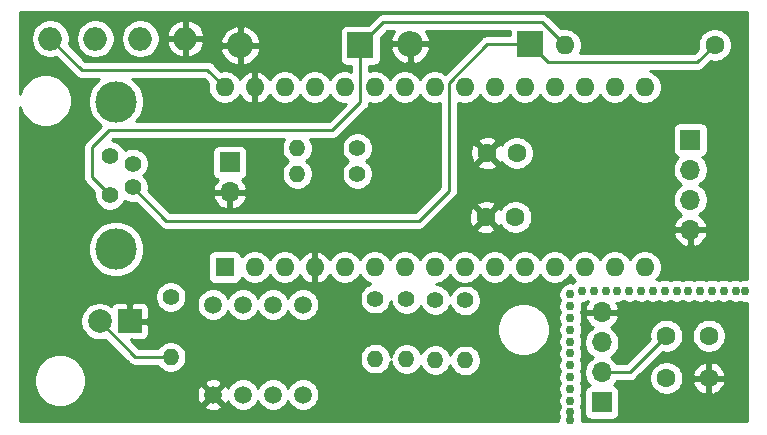
<source format=gbl>
%TF.GenerationSoftware,KiCad,Pcbnew,(5.1.8)-1*%
%TF.CreationDate,2021-01-24T12:06:25-05:00*%
%TF.ProjectId,TTS,5454532e-6b69-4636-9164-5f7063625858,rev?*%
%TF.SameCoordinates,Original*%
%TF.FileFunction,Copper,L2,Bot*%
%TF.FilePolarity,Positive*%
%FSLAX46Y46*%
G04 Gerber Fmt 4.6, Leading zero omitted, Abs format (unit mm)*
G04 Created by KiCad (PCBNEW (5.1.8)-1) date 2021-01-24 12:06:25*
%MOMM*%
%LPD*%
G01*
G04 APERTURE LIST*
%TA.AperFunction,WasherPad*%
%ADD10C,3.500000*%
%TD*%
%TA.AperFunction,ComponentPad*%
%ADD11C,1.400000*%
%TD*%
%TA.AperFunction,ComponentPad*%
%ADD12C,1.600000*%
%TD*%
%TA.AperFunction,ComponentPad*%
%ADD13R,1.600000X1.600000*%
%TD*%
%TA.AperFunction,ComponentPad*%
%ADD14O,1.600000X1.600000*%
%TD*%
%TA.AperFunction,ComponentPad*%
%ADD15O,2.000000X2.000000*%
%TD*%
%TA.AperFunction,ComponentPad*%
%ADD16C,2.000000*%
%TD*%
%TA.AperFunction,ComponentPad*%
%ADD17R,2.000000X2.000000*%
%TD*%
%TA.AperFunction,ComponentPad*%
%ADD18O,1.400000X1.400000*%
%TD*%
%TA.AperFunction,ComponentPad*%
%ADD19C,1.500000*%
%TD*%
%TA.AperFunction,ComponentPad*%
%ADD20R,2.200000X2.200000*%
%TD*%
%TA.AperFunction,ComponentPad*%
%ADD21O,2.200000X2.200000*%
%TD*%
%TA.AperFunction,ComponentPad*%
%ADD22R,1.700000X1.700000*%
%TD*%
%TA.AperFunction,ComponentPad*%
%ADD23O,1.700000X1.700000*%
%TD*%
%TA.AperFunction,ViaPad*%
%ADD24C,0.762000*%
%TD*%
%TA.AperFunction,Conductor*%
%ADD25C,0.254000*%
%TD*%
%TA.AperFunction,Conductor*%
%ADD26C,0.100000*%
%TD*%
G04 APERTURE END LIST*
D10*
%TO.P,J1,*%
%TO.N,*%
X36525200Y-39673200D03*
X36525200Y-52173200D03*
D11*
%TO.P,J1,1*%
%TO.N,Net-(D3-Pad3)*%
X36025200Y-44273200D03*
%TO.P,J1,3*%
%TO.N,Net-(D1-Pad1)*%
X36025200Y-47573200D03*
%TO.P,J1,4*%
%TO.N,Net-(D2-Pad1)*%
X37975200Y-46923200D03*
%TO.P,J1,2*%
%TO.N,Net-(D3-Pad2)*%
X37975200Y-44923200D03*
%TD*%
D12*
%TO.P,U2,4*%
%TO.N,GND*%
X86733651Y-63086251D03*
%TO.P,U2,1*%
%TO.N,/A5*%
X83141549Y-63086251D03*
%TO.P,U2,2*%
%TO.N,/A4*%
X83141549Y-59494149D03*
%TO.P,U2,3*%
%TO.N,VDD*%
X86733651Y-59494149D03*
%TD*%
D13*
%TO.P,A1,1*%
%TO.N,/TX*%
X45745400Y-53695600D03*
D14*
%TO.P,A1,17*%
%TO.N,VDD*%
X78765400Y-38455600D03*
%TO.P,A1,2*%
%TO.N,/RX*%
X48285400Y-53695600D03*
%TO.P,A1,18*%
%TO.N,/REF*%
X76225400Y-38455600D03*
%TO.P,A1,3*%
%TO.N,/RST_D*%
X50825400Y-53695600D03*
%TO.P,A1,19*%
%TO.N,/A0*%
X73685400Y-38455600D03*
%TO.P,A1,4*%
%TO.N,GND*%
X53365400Y-53695600D03*
%TO.P,A1,20*%
%TO.N,/A1*%
X71145400Y-38455600D03*
%TO.P,A1,5*%
%TO.N,/D2*%
X55905400Y-53695600D03*
%TO.P,A1,21*%
%TO.N,/A2*%
X68605400Y-38455600D03*
%TO.P,A1,6*%
%TO.N,/D3*%
X58445400Y-53695600D03*
%TO.P,A1,22*%
%TO.N,/A3*%
X66065400Y-38455600D03*
%TO.P,A1,7*%
%TO.N,/D4*%
X60985400Y-53695600D03*
%TO.P,A1,23*%
%TO.N,/A4*%
X63525400Y-38455600D03*
%TO.P,A1,8*%
%TO.N,/D5*%
X63525400Y-53695600D03*
%TO.P,A1,24*%
%TO.N,/A5*%
X60985400Y-38455600D03*
%TO.P,A1,9*%
%TO.N,/D6*%
X66065400Y-53695600D03*
%TO.P,A1,25*%
%TO.N,/A6*%
X58445400Y-38455600D03*
%TO.P,A1,10*%
%TO.N,/D7*%
X68605400Y-53695600D03*
%TO.P,A1,26*%
%TO.N,/A7*%
X55905400Y-38455600D03*
%TO.P,A1,11*%
%TO.N,/D8*%
X71145400Y-53695600D03*
%TO.P,A1,27*%
%TO.N,VCC*%
X53365400Y-38455600D03*
%TO.P,A1,12*%
%TO.N,/D9*%
X73685400Y-53695600D03*
%TO.P,A1,28*%
%TO.N,/RST_A*%
X50825400Y-38455600D03*
%TO.P,A1,13*%
%TO.N,/D10*%
X76225400Y-53695600D03*
%TO.P,A1,29*%
%TO.N,GND*%
X48285400Y-38455600D03*
%TO.P,A1,14*%
%TO.N,/D11*%
X78765400Y-53695600D03*
%TO.P,A1,30*%
%TO.N,/VIN*%
X45745400Y-38455600D03*
%TO.P,A1,15*%
%TO.N,/D12*%
X81305400Y-53695600D03*
%TO.P,A1,16*%
%TO.N,/D13*%
X81305400Y-38455600D03*
%TD*%
D12*
%TO.P,C1,2*%
%TO.N,GND*%
X67858000Y-49453800D03*
%TO.P,C1,1*%
%TO.N,VCC*%
X70358000Y-49453800D03*
%TD*%
%TO.P,C2,1*%
%TO.N,VDD*%
X70459600Y-44043600D03*
%TO.P,C2,2*%
%TO.N,GND*%
X67959600Y-44043600D03*
%TD*%
D15*
%TO.P,D3,1*%
%TO.N,/VIN*%
X30988000Y-34340800D03*
%TO.P,D3,2*%
%TO.N,Net-(D3-Pad2)*%
X34798000Y-34340800D03*
%TO.P,D3,3*%
%TO.N,Net-(D3-Pad3)*%
X38608000Y-34340800D03*
%TO.P,D3,4*%
%TO.N,GND*%
X42418000Y-34340800D03*
%TD*%
D16*
%TO.P,D4,2*%
%TO.N,Net-(D4-Pad2)*%
X35153600Y-58267600D03*
D17*
%TO.P,D4,1*%
%TO.N,GND*%
X37693600Y-58267600D03*
%TD*%
D12*
%TO.P,R1,1*%
%TO.N,Net-(D2-Pad1)*%
X87223600Y-34874200D03*
D14*
%TO.P,R1,2*%
%TO.N,Net-(D1-Pad1)*%
X74523600Y-34874200D03*
%TD*%
D11*
%TO.P,R2,1*%
%TO.N,/A4*%
X56972200Y-45796200D03*
D18*
%TO.P,R2,2*%
%TO.N,VDD*%
X51892200Y-45796200D03*
%TD*%
%TO.P,R3,2*%
%TO.N,VDD*%
X51892200Y-43611800D03*
D11*
%TO.P,R3,1*%
%TO.N,/A5*%
X56972200Y-43611800D03*
%TD*%
%TO.P,R8,1*%
%TO.N,/D7*%
X41173400Y-56210200D03*
D18*
%TO.P,R8,2*%
%TO.N,Net-(D4-Pad2)*%
X41173400Y-61290200D03*
%TD*%
D19*
%TO.P,U1,8*%
%TO.N,VCC*%
X52374800Y-64490600D03*
%TO.P,U1,1*%
%TO.N,/RX*%
X52374800Y-56870600D03*
%TO.P,U1,7*%
%TO.N,Net-(D1-Pad1)*%
X49834800Y-64490600D03*
%TO.P,U1,2*%
%TO.N,/D2*%
X49834800Y-56870600D03*
%TO.P,U1,6*%
%TO.N,Net-(D2-Pad1)*%
X47294800Y-64490600D03*
%TO.P,U1,3*%
%TO.N,/D2*%
X47294800Y-56870600D03*
%TO.P,U1,5*%
%TO.N,GND*%
X44754800Y-64490600D03*
%TO.P,U1,4*%
%TO.N,/TX*%
X44754800Y-56870600D03*
%TD*%
D20*
%TO.P,D1,1*%
%TO.N,Net-(D1-Pad1)*%
X57226200Y-34925000D03*
D21*
%TO.P,D1,2*%
%TO.N,GND*%
X47066200Y-34925000D03*
%TD*%
%TO.P,D2,2*%
%TO.N,GND*%
X61442600Y-34798000D03*
D20*
%TO.P,D2,1*%
%TO.N,Net-(D2-Pad1)*%
X71602600Y-34798000D03*
%TD*%
D22*
%TO.P,J2,1*%
%TO.N,/A5*%
X77673200Y-65151000D03*
D23*
%TO.P,J2,2*%
%TO.N,/A4*%
X77673200Y-62611000D03*
%TO.P,J2,3*%
%TO.N,VDD*%
X77673200Y-60071000D03*
%TO.P,J2,4*%
%TO.N,GND*%
X77673200Y-57531000D03*
%TD*%
D18*
%TO.P,R4,2*%
%TO.N,VCC*%
X58496200Y-61442600D03*
D11*
%TO.P,R4,1*%
%TO.N,/D3*%
X58496200Y-56362600D03*
%TD*%
%TO.P,R5,1*%
%TO.N,/D4*%
X61137800Y-56413400D03*
D18*
%TO.P,R5,2*%
%TO.N,VCC*%
X61137800Y-61493400D03*
%TD*%
%TO.P,R6,2*%
%TO.N,VCC*%
X63576200Y-61544200D03*
D11*
%TO.P,R6,1*%
%TO.N,/D5*%
X63576200Y-56464200D03*
%TD*%
%TO.P,R7,1*%
%TO.N,/D6*%
X66116200Y-56515000D03*
D18*
%TO.P,R7,2*%
%TO.N,VCC*%
X66116200Y-61595000D03*
%TD*%
D22*
%TO.P,SW1,1*%
%TO.N,/RST_A*%
X46177200Y-44831000D03*
D23*
%TO.P,SW1,2*%
%TO.N,GND*%
X46177200Y-47371000D03*
%TD*%
%TO.P,J3,4*%
%TO.N,GND*%
X85166200Y-50520600D03*
%TO.P,J3,3*%
%TO.N,VDD*%
X85166200Y-47980600D03*
%TO.P,J3,2*%
%TO.N,/A4*%
X85166200Y-45440600D03*
D22*
%TO.P,J3,1*%
%TO.N,/A5*%
X85166200Y-42900600D03*
%TD*%
D24*
%TO.N,*%
X75000000Y-56000000D03*
X76000000Y-55700000D03*
X75000000Y-57000000D03*
X75000000Y-58000000D03*
X75000000Y-59000000D03*
X75000000Y-60000000D03*
X75000000Y-61000000D03*
X75000000Y-62000000D03*
X75000000Y-63000000D03*
X75000000Y-64000000D03*
X75000000Y-65000000D03*
X75000000Y-66000000D03*
X75000000Y-66650000D03*
X77000000Y-55700000D03*
X78000000Y-55700000D03*
X79000000Y-55700000D03*
X80000000Y-55700000D03*
X81000000Y-55700000D03*
X82000000Y-55700000D03*
X83000000Y-55700000D03*
X84000000Y-55700000D03*
X85000000Y-55700000D03*
X86000000Y-55700000D03*
X87000000Y-55700000D03*
X88000000Y-55700000D03*
X89000000Y-55700000D03*
X89789000Y-55702200D03*
%TD*%
D25*
%TO.N,Net-(D1-Pad1)*%
X57226200Y-39725600D02*
X57226200Y-34925000D01*
X35991800Y-42087800D02*
X54864000Y-42087800D01*
X34518600Y-43561000D02*
X35991800Y-42087800D01*
X54864000Y-42087800D02*
X57226200Y-39725600D01*
X34518600Y-46066600D02*
X34518600Y-43561000D01*
X36025200Y-47573200D02*
X34518600Y-46066600D01*
X59182000Y-32969200D02*
X57226200Y-34925000D01*
X72618600Y-32969200D02*
X59182000Y-32969200D01*
X74523600Y-34874200D02*
X72618600Y-32969200D01*
%TO.N,Net-(D2-Pad1)*%
X40810600Y-49758600D02*
X37975200Y-46923200D01*
X62180701Y-49758600D02*
X40810600Y-49758600D01*
X64706401Y-47232900D02*
X62180701Y-49758600D01*
X64706401Y-38066717D02*
X64706401Y-47232900D01*
X67975118Y-34798000D02*
X64706401Y-38066717D01*
X71602600Y-34798000D02*
X67975118Y-34798000D01*
X85775800Y-36322000D02*
X87223600Y-34874200D01*
X73126600Y-36322000D02*
X85775800Y-36322000D01*
X71602600Y-34798000D02*
X73126600Y-36322000D01*
%TO.N,/A4*%
X80024698Y-62611000D02*
X83141549Y-59494149D01*
X77673200Y-62611000D02*
X80024698Y-62611000D01*
%TO.N,/VIN*%
X30988000Y-34340800D02*
X33629600Y-36982400D01*
X44272200Y-36982400D02*
X45745400Y-38455600D01*
X33629600Y-36982400D02*
X44272200Y-36982400D01*
%TO.N,Net-(D4-Pad2)*%
X38176200Y-61290200D02*
X41173400Y-61290200D01*
X35153600Y-58267600D02*
X38176200Y-61290200D01*
%TD*%
%TO.N,GND*%
X89962401Y-54700787D02*
X89889067Y-54686200D01*
X89688933Y-54686200D01*
X89492644Y-54725244D01*
X89397156Y-54764797D01*
X89296356Y-54723044D01*
X89100067Y-54684000D01*
X88899933Y-54684000D01*
X88703644Y-54723044D01*
X88518744Y-54799632D01*
X88500000Y-54812156D01*
X88481256Y-54799632D01*
X88296356Y-54723044D01*
X88100067Y-54684000D01*
X87899933Y-54684000D01*
X87703644Y-54723044D01*
X87518744Y-54799632D01*
X87500000Y-54812156D01*
X87481256Y-54799632D01*
X87296356Y-54723044D01*
X87100067Y-54684000D01*
X86899933Y-54684000D01*
X86703644Y-54723044D01*
X86518744Y-54799632D01*
X86500000Y-54812156D01*
X86481256Y-54799632D01*
X86296356Y-54723044D01*
X86100067Y-54684000D01*
X85899933Y-54684000D01*
X85703644Y-54723044D01*
X85518744Y-54799632D01*
X85500000Y-54812156D01*
X85481256Y-54799632D01*
X85296356Y-54723044D01*
X85100067Y-54684000D01*
X84899933Y-54684000D01*
X84703644Y-54723044D01*
X84518744Y-54799632D01*
X84500000Y-54812156D01*
X84481256Y-54799632D01*
X84296356Y-54723044D01*
X84100067Y-54684000D01*
X83899933Y-54684000D01*
X83703644Y-54723044D01*
X83518744Y-54799632D01*
X83500000Y-54812156D01*
X83481256Y-54799632D01*
X83296356Y-54723044D01*
X83100067Y-54684000D01*
X82899933Y-54684000D01*
X82703644Y-54723044D01*
X82518744Y-54799632D01*
X82500000Y-54812156D01*
X82481256Y-54799632D01*
X82304131Y-54726265D01*
X82420037Y-54610359D01*
X82577080Y-54375327D01*
X82685253Y-54114174D01*
X82740400Y-53836935D01*
X82740400Y-53554265D01*
X82685253Y-53277026D01*
X82577080Y-53015873D01*
X82420037Y-52780841D01*
X82220159Y-52580963D01*
X81985127Y-52423920D01*
X81723974Y-52315747D01*
X81446735Y-52260600D01*
X81164065Y-52260600D01*
X80886826Y-52315747D01*
X80625673Y-52423920D01*
X80390641Y-52580963D01*
X80190763Y-52780841D01*
X80035400Y-53013359D01*
X79880037Y-52780841D01*
X79680159Y-52580963D01*
X79445127Y-52423920D01*
X79183974Y-52315747D01*
X78906735Y-52260600D01*
X78624065Y-52260600D01*
X78346826Y-52315747D01*
X78085673Y-52423920D01*
X77850641Y-52580963D01*
X77650763Y-52780841D01*
X77495400Y-53013359D01*
X77340037Y-52780841D01*
X77140159Y-52580963D01*
X76905127Y-52423920D01*
X76643974Y-52315747D01*
X76366735Y-52260600D01*
X76084065Y-52260600D01*
X75806826Y-52315747D01*
X75545673Y-52423920D01*
X75310641Y-52580963D01*
X75110763Y-52780841D01*
X74955400Y-53013359D01*
X74800037Y-52780841D01*
X74600159Y-52580963D01*
X74365127Y-52423920D01*
X74103974Y-52315747D01*
X73826735Y-52260600D01*
X73544065Y-52260600D01*
X73266826Y-52315747D01*
X73005673Y-52423920D01*
X72770641Y-52580963D01*
X72570763Y-52780841D01*
X72415400Y-53013359D01*
X72260037Y-52780841D01*
X72060159Y-52580963D01*
X71825127Y-52423920D01*
X71563974Y-52315747D01*
X71286735Y-52260600D01*
X71004065Y-52260600D01*
X70726826Y-52315747D01*
X70465673Y-52423920D01*
X70230641Y-52580963D01*
X70030763Y-52780841D01*
X69875400Y-53013359D01*
X69720037Y-52780841D01*
X69520159Y-52580963D01*
X69285127Y-52423920D01*
X69023974Y-52315747D01*
X68746735Y-52260600D01*
X68464065Y-52260600D01*
X68186826Y-52315747D01*
X67925673Y-52423920D01*
X67690641Y-52580963D01*
X67490763Y-52780841D01*
X67335400Y-53013359D01*
X67180037Y-52780841D01*
X66980159Y-52580963D01*
X66745127Y-52423920D01*
X66483974Y-52315747D01*
X66206735Y-52260600D01*
X65924065Y-52260600D01*
X65646826Y-52315747D01*
X65385673Y-52423920D01*
X65150641Y-52580963D01*
X64950763Y-52780841D01*
X64795400Y-53013359D01*
X64640037Y-52780841D01*
X64440159Y-52580963D01*
X64205127Y-52423920D01*
X63943974Y-52315747D01*
X63666735Y-52260600D01*
X63384065Y-52260600D01*
X63106826Y-52315747D01*
X62845673Y-52423920D01*
X62610641Y-52580963D01*
X62410763Y-52780841D01*
X62255400Y-53013359D01*
X62100037Y-52780841D01*
X61900159Y-52580963D01*
X61665127Y-52423920D01*
X61403974Y-52315747D01*
X61126735Y-52260600D01*
X60844065Y-52260600D01*
X60566826Y-52315747D01*
X60305673Y-52423920D01*
X60070641Y-52580963D01*
X59870763Y-52780841D01*
X59715400Y-53013359D01*
X59560037Y-52780841D01*
X59360159Y-52580963D01*
X59125127Y-52423920D01*
X58863974Y-52315747D01*
X58586735Y-52260600D01*
X58304065Y-52260600D01*
X58026826Y-52315747D01*
X57765673Y-52423920D01*
X57530641Y-52580963D01*
X57330763Y-52780841D01*
X57175400Y-53013359D01*
X57020037Y-52780841D01*
X56820159Y-52580963D01*
X56585127Y-52423920D01*
X56323974Y-52315747D01*
X56046735Y-52260600D01*
X55764065Y-52260600D01*
X55486826Y-52315747D01*
X55225673Y-52423920D01*
X54990641Y-52580963D01*
X54790763Y-52780841D01*
X54633720Y-53015873D01*
X54629333Y-53026465D01*
X54517785Y-52840469D01*
X54328814Y-52632081D01*
X54102820Y-52464563D01*
X53848487Y-52344354D01*
X53714439Y-52303696D01*
X53492400Y-52425685D01*
X53492400Y-53568600D01*
X53512400Y-53568600D01*
X53512400Y-53822600D01*
X53492400Y-53822600D01*
X53492400Y-54965515D01*
X53714439Y-55087504D01*
X53848487Y-55046846D01*
X54102820Y-54926637D01*
X54328814Y-54759119D01*
X54517785Y-54550731D01*
X54629333Y-54364735D01*
X54633720Y-54375327D01*
X54790763Y-54610359D01*
X54990641Y-54810237D01*
X55225673Y-54967280D01*
X55486826Y-55075453D01*
X55764065Y-55130600D01*
X56046735Y-55130600D01*
X56323974Y-55075453D01*
X56585127Y-54967280D01*
X56820159Y-54810237D01*
X57020037Y-54610359D01*
X57175400Y-54377841D01*
X57330763Y-54610359D01*
X57530641Y-54810237D01*
X57765673Y-54967280D01*
X58026826Y-55075453D01*
X58086479Y-55087319D01*
X57863841Y-55179539D01*
X57645187Y-55325638D01*
X57459238Y-55511587D01*
X57313139Y-55730241D01*
X57212504Y-55973195D01*
X57161200Y-56231114D01*
X57161200Y-56494086D01*
X57212504Y-56752005D01*
X57313139Y-56994959D01*
X57459238Y-57213613D01*
X57645187Y-57399562D01*
X57863841Y-57545661D01*
X58106795Y-57646296D01*
X58364714Y-57697600D01*
X58627686Y-57697600D01*
X58885605Y-57646296D01*
X59128559Y-57545661D01*
X59347213Y-57399562D01*
X59533162Y-57213613D01*
X59679261Y-56994959D01*
X59779896Y-56752005D01*
X59811948Y-56590873D01*
X59854104Y-56802805D01*
X59954739Y-57045759D01*
X60100838Y-57264413D01*
X60286787Y-57450362D01*
X60505441Y-57596461D01*
X60748395Y-57697096D01*
X61006314Y-57748400D01*
X61269286Y-57748400D01*
X61527205Y-57697096D01*
X61770159Y-57596461D01*
X61988813Y-57450362D01*
X62174762Y-57264413D01*
X62320861Y-57045759D01*
X62346479Y-56983912D01*
X62393139Y-57096559D01*
X62539238Y-57315213D01*
X62725187Y-57501162D01*
X62943841Y-57647261D01*
X63186795Y-57747896D01*
X63444714Y-57799200D01*
X63707686Y-57799200D01*
X63965605Y-57747896D01*
X64208559Y-57647261D01*
X64427213Y-57501162D01*
X64613162Y-57315213D01*
X64759261Y-57096559D01*
X64835679Y-56912070D01*
X64933139Y-57147359D01*
X65079238Y-57366013D01*
X65265187Y-57551962D01*
X65483841Y-57698061D01*
X65726795Y-57798696D01*
X65984714Y-57850000D01*
X66247686Y-57850000D01*
X66505605Y-57798696D01*
X66748559Y-57698061D01*
X66967213Y-57551962D01*
X67153162Y-57366013D01*
X67299261Y-57147359D01*
X67399896Y-56904405D01*
X67451200Y-56646486D01*
X67451200Y-56383514D01*
X67399896Y-56125595D01*
X67299261Y-55882641D01*
X67153162Y-55663987D01*
X66967213Y-55478038D01*
X66748559Y-55331939D01*
X66505605Y-55231304D01*
X66247686Y-55180000D01*
X65984714Y-55180000D01*
X65726795Y-55231304D01*
X65483841Y-55331939D01*
X65265187Y-55478038D01*
X65079238Y-55663987D01*
X64933139Y-55882641D01*
X64856721Y-56067130D01*
X64759261Y-55831841D01*
X64613162Y-55613187D01*
X64427213Y-55427238D01*
X64208559Y-55281139D01*
X63965605Y-55180504D01*
X63707686Y-55129200D01*
X63673773Y-55129200D01*
X63943974Y-55075453D01*
X64205127Y-54967280D01*
X64440159Y-54810237D01*
X64640037Y-54610359D01*
X64795400Y-54377841D01*
X64950763Y-54610359D01*
X65150641Y-54810237D01*
X65385673Y-54967280D01*
X65646826Y-55075453D01*
X65924065Y-55130600D01*
X66206735Y-55130600D01*
X66483974Y-55075453D01*
X66745127Y-54967280D01*
X66980159Y-54810237D01*
X67180037Y-54610359D01*
X67335400Y-54377841D01*
X67490763Y-54610359D01*
X67690641Y-54810237D01*
X67925673Y-54967280D01*
X68186826Y-55075453D01*
X68464065Y-55130600D01*
X68746735Y-55130600D01*
X69023974Y-55075453D01*
X69285127Y-54967280D01*
X69520159Y-54810237D01*
X69720037Y-54610359D01*
X69875400Y-54377841D01*
X70030763Y-54610359D01*
X70230641Y-54810237D01*
X70465673Y-54967280D01*
X70726826Y-55075453D01*
X71004065Y-55130600D01*
X71286735Y-55130600D01*
X71563974Y-55075453D01*
X71825127Y-54967280D01*
X72060159Y-54810237D01*
X72260037Y-54610359D01*
X72415400Y-54377841D01*
X72570763Y-54610359D01*
X72770641Y-54810237D01*
X73005673Y-54967280D01*
X73266826Y-55075453D01*
X73544065Y-55130600D01*
X73826735Y-55130600D01*
X74103974Y-55075453D01*
X74365127Y-54967280D01*
X74600159Y-54810237D01*
X74800037Y-54610359D01*
X74955400Y-54377841D01*
X75110763Y-54610359D01*
X75310641Y-54810237D01*
X75406757Y-54874459D01*
X75352338Y-54910821D01*
X75249446Y-55013713D01*
X75100067Y-54984000D01*
X74899933Y-54984000D01*
X74703644Y-55023044D01*
X74518744Y-55099632D01*
X74352338Y-55210821D01*
X74210821Y-55352338D01*
X74099632Y-55518744D01*
X74023044Y-55703644D01*
X73984000Y-55899933D01*
X73984000Y-56100067D01*
X74023044Y-56296356D01*
X74099632Y-56481256D01*
X74112156Y-56500000D01*
X74099632Y-56518744D01*
X74023044Y-56703644D01*
X73984000Y-56899933D01*
X73984000Y-57100067D01*
X74023044Y-57296356D01*
X74099632Y-57481256D01*
X74112156Y-57500000D01*
X74099632Y-57518744D01*
X74023044Y-57703644D01*
X73984000Y-57899933D01*
X73984000Y-58100067D01*
X74023044Y-58296356D01*
X74099632Y-58481256D01*
X74112156Y-58500000D01*
X74099632Y-58518744D01*
X74023044Y-58703644D01*
X73984000Y-58899933D01*
X73984000Y-59100067D01*
X74023044Y-59296356D01*
X74099632Y-59481256D01*
X74112156Y-59500000D01*
X74099632Y-59518744D01*
X74023044Y-59703644D01*
X73984000Y-59899933D01*
X73984000Y-60100067D01*
X74023044Y-60296356D01*
X74099632Y-60481256D01*
X74112156Y-60500000D01*
X74099632Y-60518744D01*
X74023044Y-60703644D01*
X73984000Y-60899933D01*
X73984000Y-61100067D01*
X74023044Y-61296356D01*
X74099632Y-61481256D01*
X74112156Y-61500000D01*
X74099632Y-61518744D01*
X74023044Y-61703644D01*
X73984000Y-61899933D01*
X73984000Y-62100067D01*
X74023044Y-62296356D01*
X74099632Y-62481256D01*
X74112156Y-62500000D01*
X74099632Y-62518744D01*
X74023044Y-62703644D01*
X73984000Y-62899933D01*
X73984000Y-63100067D01*
X74023044Y-63296356D01*
X74099632Y-63481256D01*
X74112156Y-63500000D01*
X74099632Y-63518744D01*
X74023044Y-63703644D01*
X73984000Y-63899933D01*
X73984000Y-64100067D01*
X74023044Y-64296356D01*
X74099632Y-64481256D01*
X74112156Y-64500000D01*
X74099632Y-64518744D01*
X74023044Y-64703644D01*
X73984000Y-64899933D01*
X73984000Y-65100067D01*
X74023044Y-65296356D01*
X74099632Y-65481256D01*
X74112156Y-65500000D01*
X74099632Y-65518744D01*
X74023044Y-65703644D01*
X73984000Y-65899933D01*
X73984000Y-66100067D01*
X74023044Y-66296356D01*
X74034909Y-66325000D01*
X74023044Y-66353644D01*
X73984000Y-66549933D01*
X73984000Y-66724288D01*
X28397266Y-66726173D01*
X28399845Y-63076672D01*
X29565800Y-63076672D01*
X29565800Y-63516928D01*
X29651690Y-63948725D01*
X29820169Y-64355469D01*
X30064762Y-64721529D01*
X30376071Y-65032838D01*
X30742131Y-65277431D01*
X31148875Y-65445910D01*
X31580672Y-65531800D01*
X32020928Y-65531800D01*
X32444264Y-65447593D01*
X43977412Y-65447593D01*
X44042937Y-65686460D01*
X44289916Y-65802360D01*
X44554760Y-65867850D01*
X44827292Y-65880412D01*
X45097038Y-65839565D01*
X45353632Y-65746877D01*
X45466663Y-65686460D01*
X45532188Y-65447593D01*
X44754800Y-64670205D01*
X43977412Y-65447593D01*
X32444264Y-65447593D01*
X32452725Y-65445910D01*
X32859469Y-65277431D01*
X33225529Y-65032838D01*
X33536838Y-64721529D01*
X33642702Y-64563092D01*
X43364988Y-64563092D01*
X43405835Y-64832838D01*
X43498523Y-65089432D01*
X43558940Y-65202463D01*
X43797807Y-65267988D01*
X44575195Y-64490600D01*
X44934405Y-64490600D01*
X45711793Y-65267988D01*
X45950660Y-65202463D01*
X46024964Y-65044123D01*
X46067429Y-65146643D01*
X46219001Y-65373486D01*
X46411914Y-65566399D01*
X46638757Y-65717971D01*
X46890811Y-65822375D01*
X47158389Y-65875600D01*
X47431211Y-65875600D01*
X47698789Y-65822375D01*
X47950843Y-65717971D01*
X48177686Y-65566399D01*
X48370599Y-65373486D01*
X48522171Y-65146643D01*
X48564800Y-65043727D01*
X48607429Y-65146643D01*
X48759001Y-65373486D01*
X48951914Y-65566399D01*
X49178757Y-65717971D01*
X49430811Y-65822375D01*
X49698389Y-65875600D01*
X49971211Y-65875600D01*
X50238789Y-65822375D01*
X50490843Y-65717971D01*
X50717686Y-65566399D01*
X50910599Y-65373486D01*
X51062171Y-65146643D01*
X51104800Y-65043727D01*
X51147429Y-65146643D01*
X51299001Y-65373486D01*
X51491914Y-65566399D01*
X51718757Y-65717971D01*
X51970811Y-65822375D01*
X52238389Y-65875600D01*
X52511211Y-65875600D01*
X52778789Y-65822375D01*
X53030843Y-65717971D01*
X53257686Y-65566399D01*
X53450599Y-65373486D01*
X53602171Y-65146643D01*
X53706575Y-64894589D01*
X53759800Y-64627011D01*
X53759800Y-64354189D01*
X53706575Y-64086611D01*
X53602171Y-63834557D01*
X53450599Y-63607714D01*
X53257686Y-63414801D01*
X53030843Y-63263229D01*
X52778789Y-63158825D01*
X52511211Y-63105600D01*
X52238389Y-63105600D01*
X51970811Y-63158825D01*
X51718757Y-63263229D01*
X51491914Y-63414801D01*
X51299001Y-63607714D01*
X51147429Y-63834557D01*
X51104800Y-63937473D01*
X51062171Y-63834557D01*
X50910599Y-63607714D01*
X50717686Y-63414801D01*
X50490843Y-63263229D01*
X50238789Y-63158825D01*
X49971211Y-63105600D01*
X49698389Y-63105600D01*
X49430811Y-63158825D01*
X49178757Y-63263229D01*
X48951914Y-63414801D01*
X48759001Y-63607714D01*
X48607429Y-63834557D01*
X48564800Y-63937473D01*
X48522171Y-63834557D01*
X48370599Y-63607714D01*
X48177686Y-63414801D01*
X47950843Y-63263229D01*
X47698789Y-63158825D01*
X47431211Y-63105600D01*
X47158389Y-63105600D01*
X46890811Y-63158825D01*
X46638757Y-63263229D01*
X46411914Y-63414801D01*
X46219001Y-63607714D01*
X46067429Y-63834557D01*
X46026289Y-63933879D01*
X46011077Y-63891768D01*
X45950660Y-63778737D01*
X45711793Y-63713212D01*
X44934405Y-64490600D01*
X44575195Y-64490600D01*
X43797807Y-63713212D01*
X43558940Y-63778737D01*
X43443040Y-64025716D01*
X43377550Y-64290560D01*
X43364988Y-64563092D01*
X33642702Y-64563092D01*
X33781431Y-64355469D01*
X33949910Y-63948725D01*
X34032482Y-63533607D01*
X43977412Y-63533607D01*
X44754800Y-64310995D01*
X45532188Y-63533607D01*
X45466663Y-63294740D01*
X45219684Y-63178840D01*
X44954840Y-63113350D01*
X44682308Y-63100788D01*
X44412562Y-63141635D01*
X44155968Y-63234323D01*
X44042937Y-63294740D01*
X43977412Y-63533607D01*
X34032482Y-63533607D01*
X34035800Y-63516928D01*
X34035800Y-63076672D01*
X33949910Y-62644875D01*
X33781431Y-62238131D01*
X33536838Y-61872071D01*
X33225529Y-61560762D01*
X32859469Y-61316169D01*
X32452725Y-61147690D01*
X32020928Y-61061800D01*
X31580672Y-61061800D01*
X31148875Y-61147690D01*
X30742131Y-61316169D01*
X30376071Y-61560762D01*
X30064762Y-61872071D01*
X29820169Y-62238131D01*
X29651690Y-62644875D01*
X29565800Y-63076672D01*
X28399845Y-63076672D01*
X28403357Y-58106567D01*
X33518600Y-58106567D01*
X33518600Y-58428633D01*
X33581432Y-58744512D01*
X33704682Y-59042063D01*
X33883613Y-59309852D01*
X34111348Y-59537587D01*
X34379137Y-59716518D01*
X34676688Y-59839768D01*
X34992567Y-59902600D01*
X35314633Y-59902600D01*
X35630512Y-59839768D01*
X35642975Y-59834606D01*
X37610921Y-61802552D01*
X37634778Y-61831622D01*
X37663848Y-61855479D01*
X37750807Y-61926845D01*
X37821564Y-61964665D01*
X37883185Y-61997602D01*
X38026822Y-62041174D01*
X38138774Y-62052200D01*
X38138777Y-62052200D01*
X38176200Y-62055886D01*
X38213623Y-62052200D01*
X40076962Y-62052200D01*
X40136438Y-62141213D01*
X40322387Y-62327162D01*
X40541041Y-62473261D01*
X40783995Y-62573896D01*
X41041914Y-62625200D01*
X41304886Y-62625200D01*
X41562805Y-62573896D01*
X41805759Y-62473261D01*
X42024413Y-62327162D01*
X42210362Y-62141213D01*
X42356461Y-61922559D01*
X42457096Y-61679605D01*
X42508400Y-61421686D01*
X42508400Y-61311114D01*
X57161200Y-61311114D01*
X57161200Y-61574086D01*
X57212504Y-61832005D01*
X57313139Y-62074959D01*
X57459238Y-62293613D01*
X57645187Y-62479562D01*
X57863841Y-62625661D01*
X58106795Y-62726296D01*
X58364714Y-62777600D01*
X58627686Y-62777600D01*
X58885605Y-62726296D01*
X59128559Y-62625661D01*
X59347213Y-62479562D01*
X59533162Y-62293613D01*
X59679261Y-62074959D01*
X59779896Y-61832005D01*
X59811948Y-61670873D01*
X59854104Y-61882805D01*
X59954739Y-62125759D01*
X60100838Y-62344413D01*
X60286787Y-62530362D01*
X60505441Y-62676461D01*
X60748395Y-62777096D01*
X61006314Y-62828400D01*
X61269286Y-62828400D01*
X61527205Y-62777096D01*
X61770159Y-62676461D01*
X61988813Y-62530362D01*
X62174762Y-62344413D01*
X62320861Y-62125759D01*
X62346479Y-62063912D01*
X62393139Y-62176559D01*
X62539238Y-62395213D01*
X62725187Y-62581162D01*
X62943841Y-62727261D01*
X63186795Y-62827896D01*
X63444714Y-62879200D01*
X63707686Y-62879200D01*
X63965605Y-62827896D01*
X64208559Y-62727261D01*
X64427213Y-62581162D01*
X64613162Y-62395213D01*
X64759261Y-62176559D01*
X64835679Y-61992070D01*
X64933139Y-62227359D01*
X65079238Y-62446013D01*
X65265187Y-62631962D01*
X65483841Y-62778061D01*
X65726795Y-62878696D01*
X65984714Y-62930000D01*
X66247686Y-62930000D01*
X66505605Y-62878696D01*
X66748559Y-62778061D01*
X66967213Y-62631962D01*
X67153162Y-62446013D01*
X67299261Y-62227359D01*
X67399896Y-61984405D01*
X67451200Y-61726486D01*
X67451200Y-61463514D01*
X67399896Y-61205595D01*
X67299261Y-60962641D01*
X67153162Y-60743987D01*
X66967213Y-60558038D01*
X66748559Y-60411939D01*
X66505605Y-60311304D01*
X66247686Y-60260000D01*
X65984714Y-60260000D01*
X65726795Y-60311304D01*
X65483841Y-60411939D01*
X65265187Y-60558038D01*
X65079238Y-60743987D01*
X64933139Y-60962641D01*
X64856721Y-61147130D01*
X64759261Y-60911841D01*
X64613162Y-60693187D01*
X64427213Y-60507238D01*
X64208559Y-60361139D01*
X63965605Y-60260504D01*
X63707686Y-60209200D01*
X63444714Y-60209200D01*
X63186795Y-60260504D01*
X62943841Y-60361139D01*
X62725187Y-60507238D01*
X62539238Y-60693187D01*
X62393139Y-60911841D01*
X62367521Y-60973688D01*
X62320861Y-60861041D01*
X62174762Y-60642387D01*
X61988813Y-60456438D01*
X61770159Y-60310339D01*
X61527205Y-60209704D01*
X61269286Y-60158400D01*
X61006314Y-60158400D01*
X60748395Y-60209704D01*
X60505441Y-60310339D01*
X60286787Y-60456438D01*
X60100838Y-60642387D01*
X59954739Y-60861041D01*
X59854104Y-61103995D01*
X59822052Y-61265127D01*
X59779896Y-61053195D01*
X59679261Y-60810241D01*
X59533162Y-60591587D01*
X59347213Y-60405638D01*
X59128559Y-60259539D01*
X58885605Y-60158904D01*
X58627686Y-60107600D01*
X58364714Y-60107600D01*
X58106795Y-60158904D01*
X57863841Y-60259539D01*
X57645187Y-60405638D01*
X57459238Y-60591587D01*
X57313139Y-60810241D01*
X57212504Y-61053195D01*
X57161200Y-61311114D01*
X42508400Y-61311114D01*
X42508400Y-61158714D01*
X42457096Y-60900795D01*
X42356461Y-60657841D01*
X42210362Y-60439187D01*
X42024413Y-60253238D01*
X41805759Y-60107139D01*
X41562805Y-60006504D01*
X41304886Y-59955200D01*
X41041914Y-59955200D01*
X40783995Y-60006504D01*
X40541041Y-60107139D01*
X40322387Y-60253238D01*
X40136438Y-60439187D01*
X40076962Y-60528200D01*
X38491831Y-60528200D01*
X37820602Y-59856971D01*
X37820602Y-59743852D01*
X37979350Y-59902600D01*
X38693600Y-59905672D01*
X38818082Y-59893412D01*
X38937780Y-59857102D01*
X39048094Y-59798137D01*
X39144785Y-59718785D01*
X39224137Y-59622094D01*
X39283102Y-59511780D01*
X39319412Y-59392082D01*
X39331672Y-59267600D01*
X39329374Y-58733272D01*
X68783400Y-58733272D01*
X68783400Y-59173528D01*
X68869290Y-59605325D01*
X69037769Y-60012069D01*
X69282362Y-60378129D01*
X69593671Y-60689438D01*
X69959731Y-60934031D01*
X70366475Y-61102510D01*
X70798272Y-61188400D01*
X71238528Y-61188400D01*
X71670325Y-61102510D01*
X72077069Y-60934031D01*
X72443129Y-60689438D01*
X72754438Y-60378129D01*
X72999031Y-60012069D01*
X73167510Y-59605325D01*
X73253400Y-59173528D01*
X73253400Y-58733272D01*
X73167510Y-58301475D01*
X72999031Y-57894731D01*
X72754438Y-57528671D01*
X72443129Y-57217362D01*
X72077069Y-56972769D01*
X71670325Y-56804290D01*
X71238528Y-56718400D01*
X70798272Y-56718400D01*
X70366475Y-56804290D01*
X69959731Y-56972769D01*
X69593671Y-57217362D01*
X69282362Y-57528671D01*
X69037769Y-57894731D01*
X68869290Y-58301475D01*
X68783400Y-58733272D01*
X39329374Y-58733272D01*
X39328600Y-58553350D01*
X39169850Y-58394600D01*
X37820600Y-58394600D01*
X37820600Y-58414600D01*
X37566600Y-58414600D01*
X37566600Y-58394600D01*
X37546600Y-58394600D01*
X37546600Y-58140600D01*
X37566600Y-58140600D01*
X37566600Y-56791350D01*
X37820600Y-56791350D01*
X37820600Y-58140600D01*
X39169850Y-58140600D01*
X39328600Y-57981850D01*
X39331672Y-57267600D01*
X39319412Y-57143118D01*
X39283102Y-57023420D01*
X39224137Y-56913106D01*
X39144785Y-56816415D01*
X39048094Y-56737063D01*
X38937780Y-56678098D01*
X38818082Y-56641788D01*
X38693600Y-56629528D01*
X37979350Y-56632600D01*
X37820600Y-56791350D01*
X37566600Y-56791350D01*
X37407850Y-56632600D01*
X36693600Y-56629528D01*
X36569118Y-56641788D01*
X36449420Y-56678098D01*
X36339106Y-56737063D01*
X36242415Y-56816415D01*
X36163063Y-56913106D01*
X36138409Y-56959230D01*
X35928063Y-56818682D01*
X35630512Y-56695432D01*
X35314633Y-56632600D01*
X34992567Y-56632600D01*
X34676688Y-56695432D01*
X34379137Y-56818682D01*
X34111348Y-56997613D01*
X33883613Y-57225348D01*
X33704682Y-57493137D01*
X33581432Y-57790688D01*
X33518600Y-58106567D01*
X28403357Y-58106567D01*
X28404790Y-56078714D01*
X39838400Y-56078714D01*
X39838400Y-56341686D01*
X39889704Y-56599605D01*
X39990339Y-56842559D01*
X40136438Y-57061213D01*
X40322387Y-57247162D01*
X40541041Y-57393261D01*
X40783995Y-57493896D01*
X41041914Y-57545200D01*
X41304886Y-57545200D01*
X41562805Y-57493896D01*
X41805759Y-57393261D01*
X42024413Y-57247162D01*
X42210362Y-57061213D01*
X42356461Y-56842559D01*
X42401349Y-56734189D01*
X43369800Y-56734189D01*
X43369800Y-57007011D01*
X43423025Y-57274589D01*
X43527429Y-57526643D01*
X43679001Y-57753486D01*
X43871914Y-57946399D01*
X44098757Y-58097971D01*
X44350811Y-58202375D01*
X44618389Y-58255600D01*
X44891211Y-58255600D01*
X45158789Y-58202375D01*
X45410843Y-58097971D01*
X45637686Y-57946399D01*
X45830599Y-57753486D01*
X45982171Y-57526643D01*
X46024800Y-57423727D01*
X46067429Y-57526643D01*
X46219001Y-57753486D01*
X46411914Y-57946399D01*
X46638757Y-58097971D01*
X46890811Y-58202375D01*
X47158389Y-58255600D01*
X47431211Y-58255600D01*
X47698789Y-58202375D01*
X47950843Y-58097971D01*
X48177686Y-57946399D01*
X48370599Y-57753486D01*
X48522171Y-57526643D01*
X48564800Y-57423727D01*
X48607429Y-57526643D01*
X48759001Y-57753486D01*
X48951914Y-57946399D01*
X49178757Y-58097971D01*
X49430811Y-58202375D01*
X49698389Y-58255600D01*
X49971211Y-58255600D01*
X50238789Y-58202375D01*
X50490843Y-58097971D01*
X50717686Y-57946399D01*
X50910599Y-57753486D01*
X51062171Y-57526643D01*
X51104800Y-57423727D01*
X51147429Y-57526643D01*
X51299001Y-57753486D01*
X51491914Y-57946399D01*
X51718757Y-58097971D01*
X51970811Y-58202375D01*
X52238389Y-58255600D01*
X52511211Y-58255600D01*
X52778789Y-58202375D01*
X53030843Y-58097971D01*
X53257686Y-57946399D01*
X53450599Y-57753486D01*
X53602171Y-57526643D01*
X53706575Y-57274589D01*
X53759800Y-57007011D01*
X53759800Y-56734189D01*
X53706575Y-56466611D01*
X53602171Y-56214557D01*
X53450599Y-55987714D01*
X53257686Y-55794801D01*
X53030843Y-55643229D01*
X52778789Y-55538825D01*
X52511211Y-55485600D01*
X52238389Y-55485600D01*
X51970811Y-55538825D01*
X51718757Y-55643229D01*
X51491914Y-55794801D01*
X51299001Y-55987714D01*
X51147429Y-56214557D01*
X51104800Y-56317473D01*
X51062171Y-56214557D01*
X50910599Y-55987714D01*
X50717686Y-55794801D01*
X50490843Y-55643229D01*
X50238789Y-55538825D01*
X49971211Y-55485600D01*
X49698389Y-55485600D01*
X49430811Y-55538825D01*
X49178757Y-55643229D01*
X48951914Y-55794801D01*
X48759001Y-55987714D01*
X48607429Y-56214557D01*
X48564800Y-56317473D01*
X48522171Y-56214557D01*
X48370599Y-55987714D01*
X48177686Y-55794801D01*
X47950843Y-55643229D01*
X47698789Y-55538825D01*
X47431211Y-55485600D01*
X47158389Y-55485600D01*
X46890811Y-55538825D01*
X46638757Y-55643229D01*
X46411914Y-55794801D01*
X46219001Y-55987714D01*
X46067429Y-56214557D01*
X46024800Y-56317473D01*
X45982171Y-56214557D01*
X45830599Y-55987714D01*
X45637686Y-55794801D01*
X45410843Y-55643229D01*
X45158789Y-55538825D01*
X44891211Y-55485600D01*
X44618389Y-55485600D01*
X44350811Y-55538825D01*
X44098757Y-55643229D01*
X43871914Y-55794801D01*
X43679001Y-55987714D01*
X43527429Y-56214557D01*
X43423025Y-56466611D01*
X43369800Y-56734189D01*
X42401349Y-56734189D01*
X42457096Y-56599605D01*
X42508400Y-56341686D01*
X42508400Y-56078714D01*
X42457096Y-55820795D01*
X42356461Y-55577841D01*
X42210362Y-55359187D01*
X42024413Y-55173238D01*
X41805759Y-55027139D01*
X41562805Y-54926504D01*
X41304886Y-54875200D01*
X41041914Y-54875200D01*
X40783995Y-54926504D01*
X40541041Y-55027139D01*
X40322387Y-55173238D01*
X40136438Y-55359187D01*
X39990339Y-55577841D01*
X39889704Y-55820795D01*
X39838400Y-56078714D01*
X28404790Y-56078714D01*
X28407716Y-51938298D01*
X34140200Y-51938298D01*
X34140200Y-52408102D01*
X34231854Y-52868879D01*
X34411640Y-53302921D01*
X34672650Y-53693549D01*
X35004851Y-54025750D01*
X35395479Y-54286760D01*
X35829521Y-54466546D01*
X36290298Y-54558200D01*
X36760102Y-54558200D01*
X37220879Y-54466546D01*
X37654921Y-54286760D01*
X38045549Y-54025750D01*
X38377750Y-53693549D01*
X38638760Y-53302921D01*
X38807477Y-52895600D01*
X44307328Y-52895600D01*
X44307328Y-54495600D01*
X44319588Y-54620082D01*
X44355898Y-54739780D01*
X44414863Y-54850094D01*
X44494215Y-54946785D01*
X44590906Y-55026137D01*
X44701220Y-55085102D01*
X44820918Y-55121412D01*
X44945400Y-55133672D01*
X46545400Y-55133672D01*
X46669882Y-55121412D01*
X46789580Y-55085102D01*
X46899894Y-55026137D01*
X46996585Y-54946785D01*
X47075937Y-54850094D01*
X47134902Y-54739780D01*
X47171212Y-54620082D01*
X47172043Y-54611639D01*
X47370641Y-54810237D01*
X47605673Y-54967280D01*
X47866826Y-55075453D01*
X48144065Y-55130600D01*
X48426735Y-55130600D01*
X48703974Y-55075453D01*
X48965127Y-54967280D01*
X49200159Y-54810237D01*
X49400037Y-54610359D01*
X49555400Y-54377841D01*
X49710763Y-54610359D01*
X49910641Y-54810237D01*
X50145673Y-54967280D01*
X50406826Y-55075453D01*
X50684065Y-55130600D01*
X50966735Y-55130600D01*
X51243974Y-55075453D01*
X51505127Y-54967280D01*
X51740159Y-54810237D01*
X51940037Y-54610359D01*
X52097080Y-54375327D01*
X52101467Y-54364735D01*
X52213015Y-54550731D01*
X52401986Y-54759119D01*
X52627980Y-54926637D01*
X52882313Y-55046846D01*
X53016361Y-55087504D01*
X53238400Y-54965515D01*
X53238400Y-53822600D01*
X53218400Y-53822600D01*
X53218400Y-53568600D01*
X53238400Y-53568600D01*
X53238400Y-52425685D01*
X53016361Y-52303696D01*
X52882313Y-52344354D01*
X52627980Y-52464563D01*
X52401986Y-52632081D01*
X52213015Y-52840469D01*
X52101467Y-53026465D01*
X52097080Y-53015873D01*
X51940037Y-52780841D01*
X51740159Y-52580963D01*
X51505127Y-52423920D01*
X51243974Y-52315747D01*
X50966735Y-52260600D01*
X50684065Y-52260600D01*
X50406826Y-52315747D01*
X50145673Y-52423920D01*
X49910641Y-52580963D01*
X49710763Y-52780841D01*
X49555400Y-53013359D01*
X49400037Y-52780841D01*
X49200159Y-52580963D01*
X48965127Y-52423920D01*
X48703974Y-52315747D01*
X48426735Y-52260600D01*
X48144065Y-52260600D01*
X47866826Y-52315747D01*
X47605673Y-52423920D01*
X47370641Y-52580963D01*
X47172043Y-52779561D01*
X47171212Y-52771118D01*
X47134902Y-52651420D01*
X47075937Y-52541106D01*
X46996585Y-52444415D01*
X46899894Y-52365063D01*
X46789580Y-52306098D01*
X46669882Y-52269788D01*
X46545400Y-52257528D01*
X44945400Y-52257528D01*
X44820918Y-52269788D01*
X44701220Y-52306098D01*
X44590906Y-52365063D01*
X44494215Y-52444415D01*
X44414863Y-52541106D01*
X44355898Y-52651420D01*
X44319588Y-52771118D01*
X44307328Y-52895600D01*
X38807477Y-52895600D01*
X38818546Y-52868879D01*
X38910200Y-52408102D01*
X38910200Y-51938298D01*
X38818546Y-51477521D01*
X38638760Y-51043479D01*
X38377750Y-50652851D01*
X38045549Y-50320650D01*
X37654921Y-50059640D01*
X37220879Y-49879854D01*
X36760102Y-49788200D01*
X36290298Y-49788200D01*
X35829521Y-49879854D01*
X35395479Y-50059640D01*
X35004851Y-50320650D01*
X34672650Y-50652851D01*
X34411640Y-51043479D01*
X34231854Y-51477521D01*
X34140200Y-51938298D01*
X28407716Y-51938298D01*
X28416053Y-40142490D01*
X28432490Y-40225125D01*
X28600969Y-40631869D01*
X28845562Y-40997929D01*
X29156871Y-41309238D01*
X29522931Y-41553831D01*
X29929675Y-41722310D01*
X30361472Y-41808200D01*
X30801728Y-41808200D01*
X31233525Y-41722310D01*
X31640269Y-41553831D01*
X32006329Y-41309238D01*
X32317638Y-40997929D01*
X32562231Y-40631869D01*
X32730710Y-40225125D01*
X32816600Y-39793328D01*
X32816600Y-39353072D01*
X32730710Y-38921275D01*
X32562231Y-38514531D01*
X32317638Y-38148471D01*
X32006329Y-37837162D01*
X31640269Y-37592569D01*
X31233525Y-37424090D01*
X30801728Y-37338200D01*
X30361472Y-37338200D01*
X29929675Y-37424090D01*
X29522931Y-37592569D01*
X29156871Y-37837162D01*
X28845562Y-38148471D01*
X28600969Y-38514531D01*
X28432490Y-38921275D01*
X28416860Y-38999850D01*
X28420266Y-34179767D01*
X29353000Y-34179767D01*
X29353000Y-34501833D01*
X29415832Y-34817712D01*
X29539082Y-35115263D01*
X29718013Y-35383052D01*
X29945748Y-35610787D01*
X30213537Y-35789718D01*
X30511088Y-35912968D01*
X30826967Y-35975800D01*
X31149033Y-35975800D01*
X31464912Y-35912968D01*
X31477375Y-35907805D01*
X33064316Y-37494746D01*
X33088178Y-37523822D01*
X33131823Y-37559640D01*
X33204207Y-37619045D01*
X33274964Y-37656865D01*
X33336585Y-37689802D01*
X33480222Y-37733374D01*
X33592174Y-37744400D01*
X33592177Y-37744400D01*
X33629600Y-37748086D01*
X33667023Y-37744400D01*
X35118967Y-37744400D01*
X35004851Y-37820650D01*
X34672650Y-38152851D01*
X34411640Y-38543479D01*
X34231854Y-38977521D01*
X34140200Y-39438298D01*
X34140200Y-39908102D01*
X34231854Y-40368879D01*
X34411640Y-40802921D01*
X34672650Y-41193549D01*
X35004851Y-41525750D01*
X35287415Y-41714554D01*
X34006249Y-42995721D01*
X33977179Y-43019578D01*
X33953322Y-43048648D01*
X33953321Y-43048649D01*
X33881955Y-43135608D01*
X33811199Y-43267985D01*
X33767627Y-43411622D01*
X33752914Y-43561000D01*
X33756601Y-43598433D01*
X33756600Y-46029177D01*
X33752914Y-46066600D01*
X33756600Y-46104023D01*
X33756600Y-46104025D01*
X33767626Y-46215977D01*
X33811198Y-46359614D01*
X33825960Y-46387232D01*
X33881955Y-46491992D01*
X33909454Y-46525499D01*
X33977178Y-46608022D01*
X34006254Y-46631884D01*
X34711086Y-47336716D01*
X34690200Y-47441714D01*
X34690200Y-47704686D01*
X34741504Y-47962605D01*
X34842139Y-48205559D01*
X34988238Y-48424213D01*
X35174187Y-48610162D01*
X35392841Y-48756261D01*
X35635795Y-48856896D01*
X35893714Y-48908200D01*
X36156686Y-48908200D01*
X36414605Y-48856896D01*
X36657559Y-48756261D01*
X36876213Y-48610162D01*
X37062162Y-48424213D01*
X37208261Y-48205559D01*
X37269649Y-48057356D01*
X37342841Y-48106261D01*
X37585795Y-48206896D01*
X37843714Y-48258200D01*
X38106686Y-48258200D01*
X38211684Y-48237314D01*
X40245321Y-50270952D01*
X40269178Y-50300022D01*
X40385208Y-50395245D01*
X40517585Y-50466002D01*
X40661222Y-50509574D01*
X40773174Y-50520600D01*
X40773176Y-50520600D01*
X40810599Y-50524286D01*
X40848022Y-50520600D01*
X62143278Y-50520600D01*
X62180701Y-50524286D01*
X62218124Y-50520600D01*
X62218127Y-50520600D01*
X62330079Y-50509574D01*
X62473716Y-50466002D01*
X62510197Y-50446502D01*
X67044903Y-50446502D01*
X67116486Y-50690471D01*
X67371996Y-50811371D01*
X67646184Y-50880100D01*
X67928512Y-50894017D01*
X68208130Y-50852587D01*
X68474292Y-50757403D01*
X68599514Y-50690471D01*
X68671097Y-50446502D01*
X67858000Y-49633405D01*
X67044903Y-50446502D01*
X62510197Y-50446502D01*
X62606093Y-50395245D01*
X62722123Y-50300022D01*
X62745985Y-50270946D01*
X63492619Y-49524312D01*
X66417783Y-49524312D01*
X66459213Y-49803930D01*
X66554397Y-50070092D01*
X66621329Y-50195314D01*
X66865298Y-50266897D01*
X67678395Y-49453800D01*
X68037605Y-49453800D01*
X68850702Y-50266897D01*
X69094671Y-50195314D01*
X69108324Y-50166459D01*
X69243363Y-50368559D01*
X69443241Y-50568437D01*
X69678273Y-50725480D01*
X69939426Y-50833653D01*
X70216665Y-50888800D01*
X70499335Y-50888800D01*
X70556193Y-50877490D01*
X83724724Y-50877490D01*
X83769375Y-51024699D01*
X83894559Y-51287520D01*
X84068612Y-51520869D01*
X84284845Y-51715778D01*
X84534948Y-51864757D01*
X84809309Y-51962081D01*
X85039200Y-51841414D01*
X85039200Y-50647600D01*
X85293200Y-50647600D01*
X85293200Y-51841414D01*
X85523091Y-51962081D01*
X85797452Y-51864757D01*
X86047555Y-51715778D01*
X86263788Y-51520869D01*
X86437841Y-51287520D01*
X86563025Y-51024699D01*
X86607676Y-50877490D01*
X86486355Y-50647600D01*
X85293200Y-50647600D01*
X85039200Y-50647600D01*
X83846045Y-50647600D01*
X83724724Y-50877490D01*
X70556193Y-50877490D01*
X70776574Y-50833653D01*
X71037727Y-50725480D01*
X71272759Y-50568437D01*
X71472637Y-50368559D01*
X71629680Y-50133527D01*
X71737853Y-49872374D01*
X71793000Y-49595135D01*
X71793000Y-49312465D01*
X71737853Y-49035226D01*
X71629680Y-48774073D01*
X71472637Y-48539041D01*
X71272759Y-48339163D01*
X71037727Y-48182120D01*
X70776574Y-48073947D01*
X70499335Y-48018800D01*
X70216665Y-48018800D01*
X69939426Y-48073947D01*
X69678273Y-48182120D01*
X69443241Y-48339163D01*
X69243363Y-48539041D01*
X69109308Y-48739669D01*
X69094671Y-48712286D01*
X68850702Y-48640703D01*
X68037605Y-49453800D01*
X67678395Y-49453800D01*
X66865298Y-48640703D01*
X66621329Y-48712286D01*
X66500429Y-48967796D01*
X66431700Y-49241984D01*
X66417783Y-49524312D01*
X63492619Y-49524312D01*
X64555833Y-48461098D01*
X67044903Y-48461098D01*
X67858000Y-49274195D01*
X68671097Y-48461098D01*
X68599514Y-48217129D01*
X68344004Y-48096229D01*
X68069816Y-48027500D01*
X67787488Y-48013583D01*
X67507870Y-48055013D01*
X67241708Y-48150197D01*
X67116486Y-48217129D01*
X67044903Y-48461098D01*
X64555833Y-48461098D01*
X65218753Y-47798179D01*
X65247823Y-47774322D01*
X65343046Y-47658292D01*
X65413803Y-47525915D01*
X65457375Y-47382278D01*
X65468401Y-47270326D01*
X65468401Y-47270324D01*
X65472087Y-47232901D01*
X65468401Y-47195478D01*
X65468401Y-45036302D01*
X67146503Y-45036302D01*
X67218086Y-45280271D01*
X67473596Y-45401171D01*
X67747784Y-45469900D01*
X68030112Y-45483817D01*
X68309730Y-45442387D01*
X68575892Y-45347203D01*
X68701114Y-45280271D01*
X68772697Y-45036302D01*
X67959600Y-44223205D01*
X67146503Y-45036302D01*
X65468401Y-45036302D01*
X65468401Y-44114112D01*
X66519383Y-44114112D01*
X66560813Y-44393730D01*
X66655997Y-44659892D01*
X66722929Y-44785114D01*
X66966898Y-44856697D01*
X67779995Y-44043600D01*
X68139205Y-44043600D01*
X68952302Y-44856697D01*
X69196271Y-44785114D01*
X69209924Y-44756259D01*
X69344963Y-44958359D01*
X69544841Y-45158237D01*
X69779873Y-45315280D01*
X70041026Y-45423453D01*
X70318265Y-45478600D01*
X70600935Y-45478600D01*
X70878174Y-45423453D01*
X71139327Y-45315280D01*
X71374359Y-45158237D01*
X71574237Y-44958359D01*
X71731280Y-44723327D01*
X71839453Y-44462174D01*
X71894600Y-44184935D01*
X71894600Y-43902265D01*
X71839453Y-43625026D01*
X71731280Y-43363873D01*
X71574237Y-43128841D01*
X71374359Y-42928963D01*
X71139327Y-42771920D01*
X70878174Y-42663747D01*
X70600935Y-42608600D01*
X70318265Y-42608600D01*
X70041026Y-42663747D01*
X69779873Y-42771920D01*
X69544841Y-42928963D01*
X69344963Y-43128841D01*
X69210908Y-43329469D01*
X69196271Y-43302086D01*
X68952302Y-43230503D01*
X68139205Y-44043600D01*
X67779995Y-44043600D01*
X66966898Y-43230503D01*
X66722929Y-43302086D01*
X66602029Y-43557596D01*
X66533300Y-43831784D01*
X66519383Y-44114112D01*
X65468401Y-44114112D01*
X65468401Y-43050898D01*
X67146503Y-43050898D01*
X67959600Y-43863995D01*
X68772697Y-43050898D01*
X68701114Y-42806929D01*
X68445604Y-42686029D01*
X68171416Y-42617300D01*
X67889088Y-42603383D01*
X67609470Y-42644813D01*
X67343308Y-42739997D01*
X67218086Y-42806929D01*
X67146503Y-43050898D01*
X65468401Y-43050898D01*
X65468401Y-42050600D01*
X83678128Y-42050600D01*
X83678128Y-43750600D01*
X83690388Y-43875082D01*
X83726698Y-43994780D01*
X83785663Y-44105094D01*
X83865015Y-44201785D01*
X83961706Y-44281137D01*
X84072020Y-44340102D01*
X84144580Y-44362113D01*
X84012725Y-44493968D01*
X83850210Y-44737189D01*
X83738268Y-45007442D01*
X83681200Y-45294340D01*
X83681200Y-45586860D01*
X83738268Y-45873758D01*
X83850210Y-46144011D01*
X84012725Y-46387232D01*
X84219568Y-46594075D01*
X84393960Y-46710600D01*
X84219568Y-46827125D01*
X84012725Y-47033968D01*
X83850210Y-47277189D01*
X83738268Y-47547442D01*
X83681200Y-47834340D01*
X83681200Y-48126860D01*
X83738268Y-48413758D01*
X83850210Y-48684011D01*
X84012725Y-48927232D01*
X84219568Y-49134075D01*
X84401734Y-49255795D01*
X84284845Y-49325422D01*
X84068612Y-49520331D01*
X83894559Y-49753680D01*
X83769375Y-50016501D01*
X83724724Y-50163710D01*
X83846045Y-50393600D01*
X85039200Y-50393600D01*
X85039200Y-50373600D01*
X85293200Y-50373600D01*
X85293200Y-50393600D01*
X86486355Y-50393600D01*
X86607676Y-50163710D01*
X86563025Y-50016501D01*
X86437841Y-49753680D01*
X86263788Y-49520331D01*
X86047555Y-49325422D01*
X85930666Y-49255795D01*
X86112832Y-49134075D01*
X86319675Y-48927232D01*
X86482190Y-48684011D01*
X86594132Y-48413758D01*
X86651200Y-48126860D01*
X86651200Y-47834340D01*
X86594132Y-47547442D01*
X86482190Y-47277189D01*
X86319675Y-47033968D01*
X86112832Y-46827125D01*
X85938440Y-46710600D01*
X86112832Y-46594075D01*
X86319675Y-46387232D01*
X86482190Y-46144011D01*
X86594132Y-45873758D01*
X86651200Y-45586860D01*
X86651200Y-45294340D01*
X86594132Y-45007442D01*
X86482190Y-44737189D01*
X86319675Y-44493968D01*
X86187820Y-44362113D01*
X86260380Y-44340102D01*
X86370694Y-44281137D01*
X86467385Y-44201785D01*
X86546737Y-44105094D01*
X86605702Y-43994780D01*
X86642012Y-43875082D01*
X86654272Y-43750600D01*
X86654272Y-42050600D01*
X86642012Y-41926118D01*
X86605702Y-41806420D01*
X86546737Y-41696106D01*
X86467385Y-41599415D01*
X86370694Y-41520063D01*
X86260380Y-41461098D01*
X86140682Y-41424788D01*
X86016200Y-41412528D01*
X84316200Y-41412528D01*
X84191718Y-41424788D01*
X84072020Y-41461098D01*
X83961706Y-41520063D01*
X83865015Y-41599415D01*
X83785663Y-41696106D01*
X83726698Y-41806420D01*
X83690388Y-41926118D01*
X83678128Y-42050600D01*
X65468401Y-42050600D01*
X65468401Y-39761547D01*
X65646826Y-39835453D01*
X65924065Y-39890600D01*
X66206735Y-39890600D01*
X66483974Y-39835453D01*
X66745127Y-39727280D01*
X66980159Y-39570237D01*
X67180037Y-39370359D01*
X67335400Y-39137841D01*
X67490763Y-39370359D01*
X67690641Y-39570237D01*
X67925673Y-39727280D01*
X68186826Y-39835453D01*
X68464065Y-39890600D01*
X68746735Y-39890600D01*
X69023974Y-39835453D01*
X69285127Y-39727280D01*
X69520159Y-39570237D01*
X69720037Y-39370359D01*
X69875400Y-39137841D01*
X70030763Y-39370359D01*
X70230641Y-39570237D01*
X70465673Y-39727280D01*
X70726826Y-39835453D01*
X71004065Y-39890600D01*
X71286735Y-39890600D01*
X71563974Y-39835453D01*
X71825127Y-39727280D01*
X72060159Y-39570237D01*
X72260037Y-39370359D01*
X72415400Y-39137841D01*
X72570763Y-39370359D01*
X72770641Y-39570237D01*
X73005673Y-39727280D01*
X73266826Y-39835453D01*
X73544065Y-39890600D01*
X73826735Y-39890600D01*
X74103974Y-39835453D01*
X74365127Y-39727280D01*
X74600159Y-39570237D01*
X74800037Y-39370359D01*
X74955400Y-39137841D01*
X75110763Y-39370359D01*
X75310641Y-39570237D01*
X75545673Y-39727280D01*
X75806826Y-39835453D01*
X76084065Y-39890600D01*
X76366735Y-39890600D01*
X76643974Y-39835453D01*
X76905127Y-39727280D01*
X77140159Y-39570237D01*
X77340037Y-39370359D01*
X77495400Y-39137841D01*
X77650763Y-39370359D01*
X77850641Y-39570237D01*
X78085673Y-39727280D01*
X78346826Y-39835453D01*
X78624065Y-39890600D01*
X78906735Y-39890600D01*
X79183974Y-39835453D01*
X79445127Y-39727280D01*
X79680159Y-39570237D01*
X79880037Y-39370359D01*
X80035400Y-39137841D01*
X80190763Y-39370359D01*
X80390641Y-39570237D01*
X80625673Y-39727280D01*
X80886826Y-39835453D01*
X81164065Y-39890600D01*
X81446735Y-39890600D01*
X81723974Y-39835453D01*
X81985127Y-39727280D01*
X82220159Y-39570237D01*
X82420037Y-39370359D01*
X82577080Y-39135327D01*
X82685253Y-38874174D01*
X82740400Y-38596935D01*
X82740400Y-38314265D01*
X82685253Y-38037026D01*
X82577080Y-37775873D01*
X82420037Y-37540841D01*
X82220159Y-37340963D01*
X81985127Y-37183920D01*
X81743899Y-37084000D01*
X85738377Y-37084000D01*
X85775800Y-37087686D01*
X85813223Y-37084000D01*
X85813226Y-37084000D01*
X85925178Y-37072974D01*
X86068815Y-37029402D01*
X86201192Y-36958645D01*
X86317222Y-36863422D01*
X86341084Y-36834346D01*
X86902073Y-36273357D01*
X87082265Y-36309200D01*
X87364935Y-36309200D01*
X87642174Y-36254053D01*
X87903327Y-36145880D01*
X88138359Y-35988837D01*
X88338237Y-35788959D01*
X88495280Y-35553927D01*
X88603453Y-35292774D01*
X88658600Y-35015535D01*
X88658600Y-34732865D01*
X88603453Y-34455626D01*
X88495280Y-34194473D01*
X88338237Y-33959441D01*
X88138359Y-33759563D01*
X87903327Y-33602520D01*
X87642174Y-33494347D01*
X87364935Y-33439200D01*
X87082265Y-33439200D01*
X86805026Y-33494347D01*
X86543873Y-33602520D01*
X86308841Y-33759563D01*
X86108963Y-33959441D01*
X85951920Y-34194473D01*
X85843747Y-34455626D01*
X85788600Y-34732865D01*
X85788600Y-35015535D01*
X85824443Y-35195727D01*
X85460170Y-35560000D01*
X75791222Y-35560000D01*
X75795280Y-35553927D01*
X75903453Y-35292774D01*
X75958600Y-35015535D01*
X75958600Y-34732865D01*
X75903453Y-34455626D01*
X75795280Y-34194473D01*
X75638237Y-33959441D01*
X75438359Y-33759563D01*
X75203327Y-33602520D01*
X74942174Y-33494347D01*
X74664935Y-33439200D01*
X74382265Y-33439200D01*
X74202073Y-33475043D01*
X73183884Y-32456854D01*
X73160022Y-32427778D01*
X73043992Y-32332555D01*
X72911615Y-32261798D01*
X72767978Y-32218226D01*
X72656026Y-32207200D01*
X72656023Y-32207200D01*
X72618600Y-32203514D01*
X72581177Y-32207200D01*
X59219423Y-32207200D01*
X59182000Y-32203514D01*
X59144577Y-32207200D01*
X59144574Y-32207200D01*
X59032622Y-32218226D01*
X58888985Y-32261798D01*
X58827364Y-32294735D01*
X58756607Y-32332555D01*
X58673904Y-32400428D01*
X58640578Y-32427778D01*
X58616721Y-32456848D01*
X57886641Y-33186928D01*
X56126200Y-33186928D01*
X56001718Y-33199188D01*
X55882020Y-33235498D01*
X55771706Y-33294463D01*
X55675015Y-33373815D01*
X55595663Y-33470506D01*
X55536698Y-33580820D01*
X55500388Y-33700518D01*
X55488128Y-33825000D01*
X55488128Y-36025000D01*
X55500388Y-36149482D01*
X55536698Y-36269180D01*
X55595663Y-36379494D01*
X55675015Y-36476185D01*
X55771706Y-36555537D01*
X55882020Y-36614502D01*
X56001718Y-36650812D01*
X56126200Y-36663072D01*
X56464201Y-36663072D01*
X56464201Y-37133831D01*
X56323974Y-37075747D01*
X56046735Y-37020600D01*
X55764065Y-37020600D01*
X55486826Y-37075747D01*
X55225673Y-37183920D01*
X54990641Y-37340963D01*
X54790763Y-37540841D01*
X54635400Y-37773359D01*
X54480037Y-37540841D01*
X54280159Y-37340963D01*
X54045127Y-37183920D01*
X53783974Y-37075747D01*
X53506735Y-37020600D01*
X53224065Y-37020600D01*
X52946826Y-37075747D01*
X52685673Y-37183920D01*
X52450641Y-37340963D01*
X52250763Y-37540841D01*
X52095400Y-37773359D01*
X51940037Y-37540841D01*
X51740159Y-37340963D01*
X51505127Y-37183920D01*
X51243974Y-37075747D01*
X50966735Y-37020600D01*
X50684065Y-37020600D01*
X50406826Y-37075747D01*
X50145673Y-37183920D01*
X49910641Y-37340963D01*
X49710763Y-37540841D01*
X49553720Y-37775873D01*
X49549333Y-37786465D01*
X49437785Y-37600469D01*
X49248814Y-37392081D01*
X49022820Y-37224563D01*
X48768487Y-37104354D01*
X48634439Y-37063696D01*
X48412400Y-37185685D01*
X48412400Y-38328600D01*
X48432400Y-38328600D01*
X48432400Y-38582600D01*
X48412400Y-38582600D01*
X48412400Y-39725515D01*
X48634439Y-39847504D01*
X48768487Y-39806846D01*
X49022820Y-39686637D01*
X49248814Y-39519119D01*
X49437785Y-39310731D01*
X49549333Y-39124735D01*
X49553720Y-39135327D01*
X49710763Y-39370359D01*
X49910641Y-39570237D01*
X50145673Y-39727280D01*
X50406826Y-39835453D01*
X50684065Y-39890600D01*
X50966735Y-39890600D01*
X51243974Y-39835453D01*
X51505127Y-39727280D01*
X51740159Y-39570237D01*
X51940037Y-39370359D01*
X52095400Y-39137841D01*
X52250763Y-39370359D01*
X52450641Y-39570237D01*
X52685673Y-39727280D01*
X52946826Y-39835453D01*
X53224065Y-39890600D01*
X53506735Y-39890600D01*
X53783974Y-39835453D01*
X54045127Y-39727280D01*
X54280159Y-39570237D01*
X54480037Y-39370359D01*
X54635400Y-39137841D01*
X54790763Y-39370359D01*
X54990641Y-39570237D01*
X55225673Y-39727280D01*
X55486826Y-39835453D01*
X55764065Y-39890600D01*
X55983569Y-39890600D01*
X54548370Y-41325800D01*
X38245499Y-41325800D01*
X38377750Y-41193549D01*
X38638760Y-40802921D01*
X38818546Y-40368879D01*
X38910200Y-39908102D01*
X38910200Y-39438298D01*
X38818546Y-38977521D01*
X38638760Y-38543479D01*
X38377750Y-38152851D01*
X38045549Y-37820650D01*
X37931433Y-37744400D01*
X43956570Y-37744400D01*
X44346243Y-38134073D01*
X44310400Y-38314265D01*
X44310400Y-38596935D01*
X44365547Y-38874174D01*
X44473720Y-39135327D01*
X44630763Y-39370359D01*
X44830641Y-39570237D01*
X45065673Y-39727280D01*
X45326826Y-39835453D01*
X45604065Y-39890600D01*
X45886735Y-39890600D01*
X46163974Y-39835453D01*
X46425127Y-39727280D01*
X46660159Y-39570237D01*
X46860037Y-39370359D01*
X47017080Y-39135327D01*
X47021467Y-39124735D01*
X47133015Y-39310731D01*
X47321986Y-39519119D01*
X47547980Y-39686637D01*
X47802313Y-39806846D01*
X47936361Y-39847504D01*
X48158400Y-39725515D01*
X48158400Y-38582600D01*
X48138400Y-38582600D01*
X48138400Y-38328600D01*
X48158400Y-38328600D01*
X48158400Y-37185685D01*
X47936361Y-37063696D01*
X47802313Y-37104354D01*
X47547980Y-37224563D01*
X47321986Y-37392081D01*
X47133015Y-37600469D01*
X47021467Y-37786465D01*
X47017080Y-37775873D01*
X46860037Y-37540841D01*
X46660159Y-37340963D01*
X46425127Y-37183920D01*
X46163974Y-37075747D01*
X45886735Y-37020600D01*
X45604065Y-37020600D01*
X45423873Y-37056443D01*
X44837484Y-36470054D01*
X44813622Y-36440978D01*
X44697592Y-36345755D01*
X44565215Y-36274998D01*
X44421578Y-36231426D01*
X44309626Y-36220400D01*
X44309623Y-36220400D01*
X44272200Y-36216714D01*
X44234777Y-36220400D01*
X33945230Y-36220400D01*
X32555005Y-34830175D01*
X32560168Y-34817712D01*
X32623000Y-34501833D01*
X32623000Y-34179767D01*
X33163000Y-34179767D01*
X33163000Y-34501833D01*
X33225832Y-34817712D01*
X33349082Y-35115263D01*
X33528013Y-35383052D01*
X33755748Y-35610787D01*
X34023537Y-35789718D01*
X34321088Y-35912968D01*
X34636967Y-35975800D01*
X34959033Y-35975800D01*
X35274912Y-35912968D01*
X35572463Y-35789718D01*
X35840252Y-35610787D01*
X36067987Y-35383052D01*
X36246918Y-35115263D01*
X36370168Y-34817712D01*
X36433000Y-34501833D01*
X36433000Y-34179767D01*
X36973000Y-34179767D01*
X36973000Y-34501833D01*
X37035832Y-34817712D01*
X37159082Y-35115263D01*
X37338013Y-35383052D01*
X37565748Y-35610787D01*
X37833537Y-35789718D01*
X38131088Y-35912968D01*
X38446967Y-35975800D01*
X38769033Y-35975800D01*
X39084912Y-35912968D01*
X39382463Y-35789718D01*
X39650252Y-35610787D01*
X39877987Y-35383052D01*
X40056918Y-35115263D01*
X40180168Y-34817712D01*
X40199358Y-34721234D01*
X40827876Y-34721234D01*
X40884498Y-34907907D01*
X41024601Y-35196182D01*
X41218252Y-35451585D01*
X41458008Y-35664301D01*
X41734656Y-35826156D01*
X42037565Y-35930929D01*
X42291000Y-35812115D01*
X42291000Y-34467800D01*
X42545000Y-34467800D01*
X42545000Y-35812115D01*
X42798435Y-35930929D01*
X43101344Y-35826156D01*
X43377992Y-35664301D01*
X43617748Y-35451585D01*
X43716667Y-35321122D01*
X45377025Y-35321122D01*
X45441625Y-35534094D01*
X45591669Y-35839329D01*
X45798378Y-36109427D01*
X46053809Y-36334008D01*
X46348146Y-36504442D01*
X46670077Y-36614179D01*
X46939200Y-36496600D01*
X46939200Y-35052000D01*
X47193200Y-35052000D01*
X47193200Y-36496600D01*
X47462323Y-36614179D01*
X47784254Y-36504442D01*
X48078591Y-36334008D01*
X48334022Y-36109427D01*
X48540731Y-35839329D01*
X48690775Y-35534094D01*
X48755375Y-35321122D01*
X48637325Y-35052000D01*
X47193200Y-35052000D01*
X46939200Y-35052000D01*
X45495075Y-35052000D01*
X45377025Y-35321122D01*
X43716667Y-35321122D01*
X43811399Y-35196182D01*
X43951502Y-34907907D01*
X44008124Y-34721234D01*
X43917540Y-34528878D01*
X45377025Y-34528878D01*
X45495075Y-34798000D01*
X46939200Y-34798000D01*
X46939200Y-33353400D01*
X47193200Y-33353400D01*
X47193200Y-34798000D01*
X48637325Y-34798000D01*
X48755375Y-34528878D01*
X48690775Y-34315906D01*
X48540731Y-34010671D01*
X48334022Y-33740573D01*
X48078591Y-33515992D01*
X47784254Y-33345558D01*
X47462323Y-33235821D01*
X47193200Y-33353400D01*
X46939200Y-33353400D01*
X46670077Y-33235821D01*
X46348146Y-33345558D01*
X46053809Y-33515992D01*
X45798378Y-33740573D01*
X45591669Y-34010671D01*
X45441625Y-34315906D01*
X45377025Y-34528878D01*
X43917540Y-34528878D01*
X43888777Y-34467800D01*
X42545000Y-34467800D01*
X42291000Y-34467800D01*
X40947223Y-34467800D01*
X40827876Y-34721234D01*
X40199358Y-34721234D01*
X40243000Y-34501833D01*
X40243000Y-34179767D01*
X40199359Y-33960366D01*
X40827876Y-33960366D01*
X40947223Y-34213800D01*
X42291000Y-34213800D01*
X42291000Y-32869485D01*
X42545000Y-32869485D01*
X42545000Y-34213800D01*
X43888777Y-34213800D01*
X44008124Y-33960366D01*
X43951502Y-33773693D01*
X43811399Y-33485418D01*
X43617748Y-33230015D01*
X43377992Y-33017299D01*
X43101344Y-32855444D01*
X42798435Y-32750671D01*
X42545000Y-32869485D01*
X42291000Y-32869485D01*
X42037565Y-32750671D01*
X41734656Y-32855444D01*
X41458008Y-33017299D01*
X41218252Y-33230015D01*
X41024601Y-33485418D01*
X40884498Y-33773693D01*
X40827876Y-33960366D01*
X40199359Y-33960366D01*
X40180168Y-33863888D01*
X40056918Y-33566337D01*
X39877987Y-33298548D01*
X39650252Y-33070813D01*
X39382463Y-32891882D01*
X39084912Y-32768632D01*
X38769033Y-32705800D01*
X38446967Y-32705800D01*
X38131088Y-32768632D01*
X37833537Y-32891882D01*
X37565748Y-33070813D01*
X37338013Y-33298548D01*
X37159082Y-33566337D01*
X37035832Y-33863888D01*
X36973000Y-34179767D01*
X36433000Y-34179767D01*
X36370168Y-33863888D01*
X36246918Y-33566337D01*
X36067987Y-33298548D01*
X35840252Y-33070813D01*
X35572463Y-32891882D01*
X35274912Y-32768632D01*
X34959033Y-32705800D01*
X34636967Y-32705800D01*
X34321088Y-32768632D01*
X34023537Y-32891882D01*
X33755748Y-33070813D01*
X33528013Y-33298548D01*
X33349082Y-33566337D01*
X33225832Y-33863888D01*
X33163000Y-34179767D01*
X32623000Y-34179767D01*
X32560168Y-33863888D01*
X32436918Y-33566337D01*
X32257987Y-33298548D01*
X32030252Y-33070813D01*
X31762463Y-32891882D01*
X31464912Y-32768632D01*
X31149033Y-32705800D01*
X30826967Y-32705800D01*
X30511088Y-32768632D01*
X30213537Y-32891882D01*
X29945748Y-33070813D01*
X29718013Y-33298548D01*
X29539082Y-33566337D01*
X29415832Y-33863888D01*
X29353000Y-34179767D01*
X28420266Y-34179767D01*
X28421733Y-32105200D01*
X89962400Y-32105200D01*
X89962401Y-54700787D01*
%TA.AperFunction,Conductor*%
D26*
G36*
X89962401Y-54700787D02*
G01*
X89889067Y-54686200D01*
X89688933Y-54686200D01*
X89492644Y-54725244D01*
X89397156Y-54764797D01*
X89296356Y-54723044D01*
X89100067Y-54684000D01*
X88899933Y-54684000D01*
X88703644Y-54723044D01*
X88518744Y-54799632D01*
X88500000Y-54812156D01*
X88481256Y-54799632D01*
X88296356Y-54723044D01*
X88100067Y-54684000D01*
X87899933Y-54684000D01*
X87703644Y-54723044D01*
X87518744Y-54799632D01*
X87500000Y-54812156D01*
X87481256Y-54799632D01*
X87296356Y-54723044D01*
X87100067Y-54684000D01*
X86899933Y-54684000D01*
X86703644Y-54723044D01*
X86518744Y-54799632D01*
X86500000Y-54812156D01*
X86481256Y-54799632D01*
X86296356Y-54723044D01*
X86100067Y-54684000D01*
X85899933Y-54684000D01*
X85703644Y-54723044D01*
X85518744Y-54799632D01*
X85500000Y-54812156D01*
X85481256Y-54799632D01*
X85296356Y-54723044D01*
X85100067Y-54684000D01*
X84899933Y-54684000D01*
X84703644Y-54723044D01*
X84518744Y-54799632D01*
X84500000Y-54812156D01*
X84481256Y-54799632D01*
X84296356Y-54723044D01*
X84100067Y-54684000D01*
X83899933Y-54684000D01*
X83703644Y-54723044D01*
X83518744Y-54799632D01*
X83500000Y-54812156D01*
X83481256Y-54799632D01*
X83296356Y-54723044D01*
X83100067Y-54684000D01*
X82899933Y-54684000D01*
X82703644Y-54723044D01*
X82518744Y-54799632D01*
X82500000Y-54812156D01*
X82481256Y-54799632D01*
X82304131Y-54726265D01*
X82420037Y-54610359D01*
X82577080Y-54375327D01*
X82685253Y-54114174D01*
X82740400Y-53836935D01*
X82740400Y-53554265D01*
X82685253Y-53277026D01*
X82577080Y-53015873D01*
X82420037Y-52780841D01*
X82220159Y-52580963D01*
X81985127Y-52423920D01*
X81723974Y-52315747D01*
X81446735Y-52260600D01*
X81164065Y-52260600D01*
X80886826Y-52315747D01*
X80625673Y-52423920D01*
X80390641Y-52580963D01*
X80190763Y-52780841D01*
X80035400Y-53013359D01*
X79880037Y-52780841D01*
X79680159Y-52580963D01*
X79445127Y-52423920D01*
X79183974Y-52315747D01*
X78906735Y-52260600D01*
X78624065Y-52260600D01*
X78346826Y-52315747D01*
X78085673Y-52423920D01*
X77850641Y-52580963D01*
X77650763Y-52780841D01*
X77495400Y-53013359D01*
X77340037Y-52780841D01*
X77140159Y-52580963D01*
X76905127Y-52423920D01*
X76643974Y-52315747D01*
X76366735Y-52260600D01*
X76084065Y-52260600D01*
X75806826Y-52315747D01*
X75545673Y-52423920D01*
X75310641Y-52580963D01*
X75110763Y-52780841D01*
X74955400Y-53013359D01*
X74800037Y-52780841D01*
X74600159Y-52580963D01*
X74365127Y-52423920D01*
X74103974Y-52315747D01*
X73826735Y-52260600D01*
X73544065Y-52260600D01*
X73266826Y-52315747D01*
X73005673Y-52423920D01*
X72770641Y-52580963D01*
X72570763Y-52780841D01*
X72415400Y-53013359D01*
X72260037Y-52780841D01*
X72060159Y-52580963D01*
X71825127Y-52423920D01*
X71563974Y-52315747D01*
X71286735Y-52260600D01*
X71004065Y-52260600D01*
X70726826Y-52315747D01*
X70465673Y-52423920D01*
X70230641Y-52580963D01*
X70030763Y-52780841D01*
X69875400Y-53013359D01*
X69720037Y-52780841D01*
X69520159Y-52580963D01*
X69285127Y-52423920D01*
X69023974Y-52315747D01*
X68746735Y-52260600D01*
X68464065Y-52260600D01*
X68186826Y-52315747D01*
X67925673Y-52423920D01*
X67690641Y-52580963D01*
X67490763Y-52780841D01*
X67335400Y-53013359D01*
X67180037Y-52780841D01*
X66980159Y-52580963D01*
X66745127Y-52423920D01*
X66483974Y-52315747D01*
X66206735Y-52260600D01*
X65924065Y-52260600D01*
X65646826Y-52315747D01*
X65385673Y-52423920D01*
X65150641Y-52580963D01*
X64950763Y-52780841D01*
X64795400Y-53013359D01*
X64640037Y-52780841D01*
X64440159Y-52580963D01*
X64205127Y-52423920D01*
X63943974Y-52315747D01*
X63666735Y-52260600D01*
X63384065Y-52260600D01*
X63106826Y-52315747D01*
X62845673Y-52423920D01*
X62610641Y-52580963D01*
X62410763Y-52780841D01*
X62255400Y-53013359D01*
X62100037Y-52780841D01*
X61900159Y-52580963D01*
X61665127Y-52423920D01*
X61403974Y-52315747D01*
X61126735Y-52260600D01*
X60844065Y-52260600D01*
X60566826Y-52315747D01*
X60305673Y-52423920D01*
X60070641Y-52580963D01*
X59870763Y-52780841D01*
X59715400Y-53013359D01*
X59560037Y-52780841D01*
X59360159Y-52580963D01*
X59125127Y-52423920D01*
X58863974Y-52315747D01*
X58586735Y-52260600D01*
X58304065Y-52260600D01*
X58026826Y-52315747D01*
X57765673Y-52423920D01*
X57530641Y-52580963D01*
X57330763Y-52780841D01*
X57175400Y-53013359D01*
X57020037Y-52780841D01*
X56820159Y-52580963D01*
X56585127Y-52423920D01*
X56323974Y-52315747D01*
X56046735Y-52260600D01*
X55764065Y-52260600D01*
X55486826Y-52315747D01*
X55225673Y-52423920D01*
X54990641Y-52580963D01*
X54790763Y-52780841D01*
X54633720Y-53015873D01*
X54629333Y-53026465D01*
X54517785Y-52840469D01*
X54328814Y-52632081D01*
X54102820Y-52464563D01*
X53848487Y-52344354D01*
X53714439Y-52303696D01*
X53492400Y-52425685D01*
X53492400Y-53568600D01*
X53512400Y-53568600D01*
X53512400Y-53822600D01*
X53492400Y-53822600D01*
X53492400Y-54965515D01*
X53714439Y-55087504D01*
X53848487Y-55046846D01*
X54102820Y-54926637D01*
X54328814Y-54759119D01*
X54517785Y-54550731D01*
X54629333Y-54364735D01*
X54633720Y-54375327D01*
X54790763Y-54610359D01*
X54990641Y-54810237D01*
X55225673Y-54967280D01*
X55486826Y-55075453D01*
X55764065Y-55130600D01*
X56046735Y-55130600D01*
X56323974Y-55075453D01*
X56585127Y-54967280D01*
X56820159Y-54810237D01*
X57020037Y-54610359D01*
X57175400Y-54377841D01*
X57330763Y-54610359D01*
X57530641Y-54810237D01*
X57765673Y-54967280D01*
X58026826Y-55075453D01*
X58086479Y-55087319D01*
X57863841Y-55179539D01*
X57645187Y-55325638D01*
X57459238Y-55511587D01*
X57313139Y-55730241D01*
X57212504Y-55973195D01*
X57161200Y-56231114D01*
X57161200Y-56494086D01*
X57212504Y-56752005D01*
X57313139Y-56994959D01*
X57459238Y-57213613D01*
X57645187Y-57399562D01*
X57863841Y-57545661D01*
X58106795Y-57646296D01*
X58364714Y-57697600D01*
X58627686Y-57697600D01*
X58885605Y-57646296D01*
X59128559Y-57545661D01*
X59347213Y-57399562D01*
X59533162Y-57213613D01*
X59679261Y-56994959D01*
X59779896Y-56752005D01*
X59811948Y-56590873D01*
X59854104Y-56802805D01*
X59954739Y-57045759D01*
X60100838Y-57264413D01*
X60286787Y-57450362D01*
X60505441Y-57596461D01*
X60748395Y-57697096D01*
X61006314Y-57748400D01*
X61269286Y-57748400D01*
X61527205Y-57697096D01*
X61770159Y-57596461D01*
X61988813Y-57450362D01*
X62174762Y-57264413D01*
X62320861Y-57045759D01*
X62346479Y-56983912D01*
X62393139Y-57096559D01*
X62539238Y-57315213D01*
X62725187Y-57501162D01*
X62943841Y-57647261D01*
X63186795Y-57747896D01*
X63444714Y-57799200D01*
X63707686Y-57799200D01*
X63965605Y-57747896D01*
X64208559Y-57647261D01*
X64427213Y-57501162D01*
X64613162Y-57315213D01*
X64759261Y-57096559D01*
X64835679Y-56912070D01*
X64933139Y-57147359D01*
X65079238Y-57366013D01*
X65265187Y-57551962D01*
X65483841Y-57698061D01*
X65726795Y-57798696D01*
X65984714Y-57850000D01*
X66247686Y-57850000D01*
X66505605Y-57798696D01*
X66748559Y-57698061D01*
X66967213Y-57551962D01*
X67153162Y-57366013D01*
X67299261Y-57147359D01*
X67399896Y-56904405D01*
X67451200Y-56646486D01*
X67451200Y-56383514D01*
X67399896Y-56125595D01*
X67299261Y-55882641D01*
X67153162Y-55663987D01*
X66967213Y-55478038D01*
X66748559Y-55331939D01*
X66505605Y-55231304D01*
X66247686Y-55180000D01*
X65984714Y-55180000D01*
X65726795Y-55231304D01*
X65483841Y-55331939D01*
X65265187Y-55478038D01*
X65079238Y-55663987D01*
X64933139Y-55882641D01*
X64856721Y-56067130D01*
X64759261Y-55831841D01*
X64613162Y-55613187D01*
X64427213Y-55427238D01*
X64208559Y-55281139D01*
X63965605Y-55180504D01*
X63707686Y-55129200D01*
X63673773Y-55129200D01*
X63943974Y-55075453D01*
X64205127Y-54967280D01*
X64440159Y-54810237D01*
X64640037Y-54610359D01*
X64795400Y-54377841D01*
X64950763Y-54610359D01*
X65150641Y-54810237D01*
X65385673Y-54967280D01*
X65646826Y-55075453D01*
X65924065Y-55130600D01*
X66206735Y-55130600D01*
X66483974Y-55075453D01*
X66745127Y-54967280D01*
X66980159Y-54810237D01*
X67180037Y-54610359D01*
X67335400Y-54377841D01*
X67490763Y-54610359D01*
X67690641Y-54810237D01*
X67925673Y-54967280D01*
X68186826Y-55075453D01*
X68464065Y-55130600D01*
X68746735Y-55130600D01*
X69023974Y-55075453D01*
X69285127Y-54967280D01*
X69520159Y-54810237D01*
X69720037Y-54610359D01*
X69875400Y-54377841D01*
X70030763Y-54610359D01*
X70230641Y-54810237D01*
X70465673Y-54967280D01*
X70726826Y-55075453D01*
X71004065Y-55130600D01*
X71286735Y-55130600D01*
X71563974Y-55075453D01*
X71825127Y-54967280D01*
X72060159Y-54810237D01*
X72260037Y-54610359D01*
X72415400Y-54377841D01*
X72570763Y-54610359D01*
X72770641Y-54810237D01*
X73005673Y-54967280D01*
X73266826Y-55075453D01*
X73544065Y-55130600D01*
X73826735Y-55130600D01*
X74103974Y-55075453D01*
X74365127Y-54967280D01*
X74600159Y-54810237D01*
X74800037Y-54610359D01*
X74955400Y-54377841D01*
X75110763Y-54610359D01*
X75310641Y-54810237D01*
X75406757Y-54874459D01*
X75352338Y-54910821D01*
X75249446Y-55013713D01*
X75100067Y-54984000D01*
X74899933Y-54984000D01*
X74703644Y-55023044D01*
X74518744Y-55099632D01*
X74352338Y-55210821D01*
X74210821Y-55352338D01*
X74099632Y-55518744D01*
X74023044Y-55703644D01*
X73984000Y-55899933D01*
X73984000Y-56100067D01*
X74023044Y-56296356D01*
X74099632Y-56481256D01*
X74112156Y-56500000D01*
X74099632Y-56518744D01*
X74023044Y-56703644D01*
X73984000Y-56899933D01*
X73984000Y-57100067D01*
X74023044Y-57296356D01*
X74099632Y-57481256D01*
X74112156Y-57500000D01*
X74099632Y-57518744D01*
X74023044Y-57703644D01*
X73984000Y-57899933D01*
X73984000Y-58100067D01*
X74023044Y-58296356D01*
X74099632Y-58481256D01*
X74112156Y-58500000D01*
X74099632Y-58518744D01*
X74023044Y-58703644D01*
X73984000Y-58899933D01*
X73984000Y-59100067D01*
X74023044Y-59296356D01*
X74099632Y-59481256D01*
X74112156Y-59500000D01*
X74099632Y-59518744D01*
X74023044Y-59703644D01*
X73984000Y-59899933D01*
X73984000Y-60100067D01*
X74023044Y-60296356D01*
X74099632Y-60481256D01*
X74112156Y-60500000D01*
X74099632Y-60518744D01*
X74023044Y-60703644D01*
X73984000Y-60899933D01*
X73984000Y-61100067D01*
X74023044Y-61296356D01*
X74099632Y-61481256D01*
X74112156Y-61500000D01*
X74099632Y-61518744D01*
X74023044Y-61703644D01*
X73984000Y-61899933D01*
X73984000Y-62100067D01*
X74023044Y-62296356D01*
X74099632Y-62481256D01*
X74112156Y-62500000D01*
X74099632Y-62518744D01*
X74023044Y-62703644D01*
X73984000Y-62899933D01*
X73984000Y-63100067D01*
X74023044Y-63296356D01*
X74099632Y-63481256D01*
X74112156Y-63500000D01*
X74099632Y-63518744D01*
X74023044Y-63703644D01*
X73984000Y-63899933D01*
X73984000Y-64100067D01*
X74023044Y-64296356D01*
X74099632Y-64481256D01*
X74112156Y-64500000D01*
X74099632Y-64518744D01*
X74023044Y-64703644D01*
X73984000Y-64899933D01*
X73984000Y-65100067D01*
X74023044Y-65296356D01*
X74099632Y-65481256D01*
X74112156Y-65500000D01*
X74099632Y-65518744D01*
X74023044Y-65703644D01*
X73984000Y-65899933D01*
X73984000Y-66100067D01*
X74023044Y-66296356D01*
X74034909Y-66325000D01*
X74023044Y-66353644D01*
X73984000Y-66549933D01*
X73984000Y-66724288D01*
X28397266Y-66726173D01*
X28399845Y-63076672D01*
X29565800Y-63076672D01*
X29565800Y-63516928D01*
X29651690Y-63948725D01*
X29820169Y-64355469D01*
X30064762Y-64721529D01*
X30376071Y-65032838D01*
X30742131Y-65277431D01*
X31148875Y-65445910D01*
X31580672Y-65531800D01*
X32020928Y-65531800D01*
X32444264Y-65447593D01*
X43977412Y-65447593D01*
X44042937Y-65686460D01*
X44289916Y-65802360D01*
X44554760Y-65867850D01*
X44827292Y-65880412D01*
X45097038Y-65839565D01*
X45353632Y-65746877D01*
X45466663Y-65686460D01*
X45532188Y-65447593D01*
X44754800Y-64670205D01*
X43977412Y-65447593D01*
X32444264Y-65447593D01*
X32452725Y-65445910D01*
X32859469Y-65277431D01*
X33225529Y-65032838D01*
X33536838Y-64721529D01*
X33642702Y-64563092D01*
X43364988Y-64563092D01*
X43405835Y-64832838D01*
X43498523Y-65089432D01*
X43558940Y-65202463D01*
X43797807Y-65267988D01*
X44575195Y-64490600D01*
X44934405Y-64490600D01*
X45711793Y-65267988D01*
X45950660Y-65202463D01*
X46024964Y-65044123D01*
X46067429Y-65146643D01*
X46219001Y-65373486D01*
X46411914Y-65566399D01*
X46638757Y-65717971D01*
X46890811Y-65822375D01*
X47158389Y-65875600D01*
X47431211Y-65875600D01*
X47698789Y-65822375D01*
X47950843Y-65717971D01*
X48177686Y-65566399D01*
X48370599Y-65373486D01*
X48522171Y-65146643D01*
X48564800Y-65043727D01*
X48607429Y-65146643D01*
X48759001Y-65373486D01*
X48951914Y-65566399D01*
X49178757Y-65717971D01*
X49430811Y-65822375D01*
X49698389Y-65875600D01*
X49971211Y-65875600D01*
X50238789Y-65822375D01*
X50490843Y-65717971D01*
X50717686Y-65566399D01*
X50910599Y-65373486D01*
X51062171Y-65146643D01*
X51104800Y-65043727D01*
X51147429Y-65146643D01*
X51299001Y-65373486D01*
X51491914Y-65566399D01*
X51718757Y-65717971D01*
X51970811Y-65822375D01*
X52238389Y-65875600D01*
X52511211Y-65875600D01*
X52778789Y-65822375D01*
X53030843Y-65717971D01*
X53257686Y-65566399D01*
X53450599Y-65373486D01*
X53602171Y-65146643D01*
X53706575Y-64894589D01*
X53759800Y-64627011D01*
X53759800Y-64354189D01*
X53706575Y-64086611D01*
X53602171Y-63834557D01*
X53450599Y-63607714D01*
X53257686Y-63414801D01*
X53030843Y-63263229D01*
X52778789Y-63158825D01*
X52511211Y-63105600D01*
X52238389Y-63105600D01*
X51970811Y-63158825D01*
X51718757Y-63263229D01*
X51491914Y-63414801D01*
X51299001Y-63607714D01*
X51147429Y-63834557D01*
X51104800Y-63937473D01*
X51062171Y-63834557D01*
X50910599Y-63607714D01*
X50717686Y-63414801D01*
X50490843Y-63263229D01*
X50238789Y-63158825D01*
X49971211Y-63105600D01*
X49698389Y-63105600D01*
X49430811Y-63158825D01*
X49178757Y-63263229D01*
X48951914Y-63414801D01*
X48759001Y-63607714D01*
X48607429Y-63834557D01*
X48564800Y-63937473D01*
X48522171Y-63834557D01*
X48370599Y-63607714D01*
X48177686Y-63414801D01*
X47950843Y-63263229D01*
X47698789Y-63158825D01*
X47431211Y-63105600D01*
X47158389Y-63105600D01*
X46890811Y-63158825D01*
X46638757Y-63263229D01*
X46411914Y-63414801D01*
X46219001Y-63607714D01*
X46067429Y-63834557D01*
X46026289Y-63933879D01*
X46011077Y-63891768D01*
X45950660Y-63778737D01*
X45711793Y-63713212D01*
X44934405Y-64490600D01*
X44575195Y-64490600D01*
X43797807Y-63713212D01*
X43558940Y-63778737D01*
X43443040Y-64025716D01*
X43377550Y-64290560D01*
X43364988Y-64563092D01*
X33642702Y-64563092D01*
X33781431Y-64355469D01*
X33949910Y-63948725D01*
X34032482Y-63533607D01*
X43977412Y-63533607D01*
X44754800Y-64310995D01*
X45532188Y-63533607D01*
X45466663Y-63294740D01*
X45219684Y-63178840D01*
X44954840Y-63113350D01*
X44682308Y-63100788D01*
X44412562Y-63141635D01*
X44155968Y-63234323D01*
X44042937Y-63294740D01*
X43977412Y-63533607D01*
X34032482Y-63533607D01*
X34035800Y-63516928D01*
X34035800Y-63076672D01*
X33949910Y-62644875D01*
X33781431Y-62238131D01*
X33536838Y-61872071D01*
X33225529Y-61560762D01*
X32859469Y-61316169D01*
X32452725Y-61147690D01*
X32020928Y-61061800D01*
X31580672Y-61061800D01*
X31148875Y-61147690D01*
X30742131Y-61316169D01*
X30376071Y-61560762D01*
X30064762Y-61872071D01*
X29820169Y-62238131D01*
X29651690Y-62644875D01*
X29565800Y-63076672D01*
X28399845Y-63076672D01*
X28403357Y-58106567D01*
X33518600Y-58106567D01*
X33518600Y-58428633D01*
X33581432Y-58744512D01*
X33704682Y-59042063D01*
X33883613Y-59309852D01*
X34111348Y-59537587D01*
X34379137Y-59716518D01*
X34676688Y-59839768D01*
X34992567Y-59902600D01*
X35314633Y-59902600D01*
X35630512Y-59839768D01*
X35642975Y-59834606D01*
X37610921Y-61802552D01*
X37634778Y-61831622D01*
X37663848Y-61855479D01*
X37750807Y-61926845D01*
X37821564Y-61964665D01*
X37883185Y-61997602D01*
X38026822Y-62041174D01*
X38138774Y-62052200D01*
X38138777Y-62052200D01*
X38176200Y-62055886D01*
X38213623Y-62052200D01*
X40076962Y-62052200D01*
X40136438Y-62141213D01*
X40322387Y-62327162D01*
X40541041Y-62473261D01*
X40783995Y-62573896D01*
X41041914Y-62625200D01*
X41304886Y-62625200D01*
X41562805Y-62573896D01*
X41805759Y-62473261D01*
X42024413Y-62327162D01*
X42210362Y-62141213D01*
X42356461Y-61922559D01*
X42457096Y-61679605D01*
X42508400Y-61421686D01*
X42508400Y-61311114D01*
X57161200Y-61311114D01*
X57161200Y-61574086D01*
X57212504Y-61832005D01*
X57313139Y-62074959D01*
X57459238Y-62293613D01*
X57645187Y-62479562D01*
X57863841Y-62625661D01*
X58106795Y-62726296D01*
X58364714Y-62777600D01*
X58627686Y-62777600D01*
X58885605Y-62726296D01*
X59128559Y-62625661D01*
X59347213Y-62479562D01*
X59533162Y-62293613D01*
X59679261Y-62074959D01*
X59779896Y-61832005D01*
X59811948Y-61670873D01*
X59854104Y-61882805D01*
X59954739Y-62125759D01*
X60100838Y-62344413D01*
X60286787Y-62530362D01*
X60505441Y-62676461D01*
X60748395Y-62777096D01*
X61006314Y-62828400D01*
X61269286Y-62828400D01*
X61527205Y-62777096D01*
X61770159Y-62676461D01*
X61988813Y-62530362D01*
X62174762Y-62344413D01*
X62320861Y-62125759D01*
X62346479Y-62063912D01*
X62393139Y-62176559D01*
X62539238Y-62395213D01*
X62725187Y-62581162D01*
X62943841Y-62727261D01*
X63186795Y-62827896D01*
X63444714Y-62879200D01*
X63707686Y-62879200D01*
X63965605Y-62827896D01*
X64208559Y-62727261D01*
X64427213Y-62581162D01*
X64613162Y-62395213D01*
X64759261Y-62176559D01*
X64835679Y-61992070D01*
X64933139Y-62227359D01*
X65079238Y-62446013D01*
X65265187Y-62631962D01*
X65483841Y-62778061D01*
X65726795Y-62878696D01*
X65984714Y-62930000D01*
X66247686Y-62930000D01*
X66505605Y-62878696D01*
X66748559Y-62778061D01*
X66967213Y-62631962D01*
X67153162Y-62446013D01*
X67299261Y-62227359D01*
X67399896Y-61984405D01*
X67451200Y-61726486D01*
X67451200Y-61463514D01*
X67399896Y-61205595D01*
X67299261Y-60962641D01*
X67153162Y-60743987D01*
X66967213Y-60558038D01*
X66748559Y-60411939D01*
X66505605Y-60311304D01*
X66247686Y-60260000D01*
X65984714Y-60260000D01*
X65726795Y-60311304D01*
X65483841Y-60411939D01*
X65265187Y-60558038D01*
X65079238Y-60743987D01*
X64933139Y-60962641D01*
X64856721Y-61147130D01*
X64759261Y-60911841D01*
X64613162Y-60693187D01*
X64427213Y-60507238D01*
X64208559Y-60361139D01*
X63965605Y-60260504D01*
X63707686Y-60209200D01*
X63444714Y-60209200D01*
X63186795Y-60260504D01*
X62943841Y-60361139D01*
X62725187Y-60507238D01*
X62539238Y-60693187D01*
X62393139Y-60911841D01*
X62367521Y-60973688D01*
X62320861Y-60861041D01*
X62174762Y-60642387D01*
X61988813Y-60456438D01*
X61770159Y-60310339D01*
X61527205Y-60209704D01*
X61269286Y-60158400D01*
X61006314Y-60158400D01*
X60748395Y-60209704D01*
X60505441Y-60310339D01*
X60286787Y-60456438D01*
X60100838Y-60642387D01*
X59954739Y-60861041D01*
X59854104Y-61103995D01*
X59822052Y-61265127D01*
X59779896Y-61053195D01*
X59679261Y-60810241D01*
X59533162Y-60591587D01*
X59347213Y-60405638D01*
X59128559Y-60259539D01*
X58885605Y-60158904D01*
X58627686Y-60107600D01*
X58364714Y-60107600D01*
X58106795Y-60158904D01*
X57863841Y-60259539D01*
X57645187Y-60405638D01*
X57459238Y-60591587D01*
X57313139Y-60810241D01*
X57212504Y-61053195D01*
X57161200Y-61311114D01*
X42508400Y-61311114D01*
X42508400Y-61158714D01*
X42457096Y-60900795D01*
X42356461Y-60657841D01*
X42210362Y-60439187D01*
X42024413Y-60253238D01*
X41805759Y-60107139D01*
X41562805Y-60006504D01*
X41304886Y-59955200D01*
X41041914Y-59955200D01*
X40783995Y-60006504D01*
X40541041Y-60107139D01*
X40322387Y-60253238D01*
X40136438Y-60439187D01*
X40076962Y-60528200D01*
X38491831Y-60528200D01*
X37820602Y-59856971D01*
X37820602Y-59743852D01*
X37979350Y-59902600D01*
X38693600Y-59905672D01*
X38818082Y-59893412D01*
X38937780Y-59857102D01*
X39048094Y-59798137D01*
X39144785Y-59718785D01*
X39224137Y-59622094D01*
X39283102Y-59511780D01*
X39319412Y-59392082D01*
X39331672Y-59267600D01*
X39329374Y-58733272D01*
X68783400Y-58733272D01*
X68783400Y-59173528D01*
X68869290Y-59605325D01*
X69037769Y-60012069D01*
X69282362Y-60378129D01*
X69593671Y-60689438D01*
X69959731Y-60934031D01*
X70366475Y-61102510D01*
X70798272Y-61188400D01*
X71238528Y-61188400D01*
X71670325Y-61102510D01*
X72077069Y-60934031D01*
X72443129Y-60689438D01*
X72754438Y-60378129D01*
X72999031Y-60012069D01*
X73167510Y-59605325D01*
X73253400Y-59173528D01*
X73253400Y-58733272D01*
X73167510Y-58301475D01*
X72999031Y-57894731D01*
X72754438Y-57528671D01*
X72443129Y-57217362D01*
X72077069Y-56972769D01*
X71670325Y-56804290D01*
X71238528Y-56718400D01*
X70798272Y-56718400D01*
X70366475Y-56804290D01*
X69959731Y-56972769D01*
X69593671Y-57217362D01*
X69282362Y-57528671D01*
X69037769Y-57894731D01*
X68869290Y-58301475D01*
X68783400Y-58733272D01*
X39329374Y-58733272D01*
X39328600Y-58553350D01*
X39169850Y-58394600D01*
X37820600Y-58394600D01*
X37820600Y-58414600D01*
X37566600Y-58414600D01*
X37566600Y-58394600D01*
X37546600Y-58394600D01*
X37546600Y-58140600D01*
X37566600Y-58140600D01*
X37566600Y-56791350D01*
X37820600Y-56791350D01*
X37820600Y-58140600D01*
X39169850Y-58140600D01*
X39328600Y-57981850D01*
X39331672Y-57267600D01*
X39319412Y-57143118D01*
X39283102Y-57023420D01*
X39224137Y-56913106D01*
X39144785Y-56816415D01*
X39048094Y-56737063D01*
X38937780Y-56678098D01*
X38818082Y-56641788D01*
X38693600Y-56629528D01*
X37979350Y-56632600D01*
X37820600Y-56791350D01*
X37566600Y-56791350D01*
X37407850Y-56632600D01*
X36693600Y-56629528D01*
X36569118Y-56641788D01*
X36449420Y-56678098D01*
X36339106Y-56737063D01*
X36242415Y-56816415D01*
X36163063Y-56913106D01*
X36138409Y-56959230D01*
X35928063Y-56818682D01*
X35630512Y-56695432D01*
X35314633Y-56632600D01*
X34992567Y-56632600D01*
X34676688Y-56695432D01*
X34379137Y-56818682D01*
X34111348Y-56997613D01*
X33883613Y-57225348D01*
X33704682Y-57493137D01*
X33581432Y-57790688D01*
X33518600Y-58106567D01*
X28403357Y-58106567D01*
X28404790Y-56078714D01*
X39838400Y-56078714D01*
X39838400Y-56341686D01*
X39889704Y-56599605D01*
X39990339Y-56842559D01*
X40136438Y-57061213D01*
X40322387Y-57247162D01*
X40541041Y-57393261D01*
X40783995Y-57493896D01*
X41041914Y-57545200D01*
X41304886Y-57545200D01*
X41562805Y-57493896D01*
X41805759Y-57393261D01*
X42024413Y-57247162D01*
X42210362Y-57061213D01*
X42356461Y-56842559D01*
X42401349Y-56734189D01*
X43369800Y-56734189D01*
X43369800Y-57007011D01*
X43423025Y-57274589D01*
X43527429Y-57526643D01*
X43679001Y-57753486D01*
X43871914Y-57946399D01*
X44098757Y-58097971D01*
X44350811Y-58202375D01*
X44618389Y-58255600D01*
X44891211Y-58255600D01*
X45158789Y-58202375D01*
X45410843Y-58097971D01*
X45637686Y-57946399D01*
X45830599Y-57753486D01*
X45982171Y-57526643D01*
X46024800Y-57423727D01*
X46067429Y-57526643D01*
X46219001Y-57753486D01*
X46411914Y-57946399D01*
X46638757Y-58097971D01*
X46890811Y-58202375D01*
X47158389Y-58255600D01*
X47431211Y-58255600D01*
X47698789Y-58202375D01*
X47950843Y-58097971D01*
X48177686Y-57946399D01*
X48370599Y-57753486D01*
X48522171Y-57526643D01*
X48564800Y-57423727D01*
X48607429Y-57526643D01*
X48759001Y-57753486D01*
X48951914Y-57946399D01*
X49178757Y-58097971D01*
X49430811Y-58202375D01*
X49698389Y-58255600D01*
X49971211Y-58255600D01*
X50238789Y-58202375D01*
X50490843Y-58097971D01*
X50717686Y-57946399D01*
X50910599Y-57753486D01*
X51062171Y-57526643D01*
X51104800Y-57423727D01*
X51147429Y-57526643D01*
X51299001Y-57753486D01*
X51491914Y-57946399D01*
X51718757Y-58097971D01*
X51970811Y-58202375D01*
X52238389Y-58255600D01*
X52511211Y-58255600D01*
X52778789Y-58202375D01*
X53030843Y-58097971D01*
X53257686Y-57946399D01*
X53450599Y-57753486D01*
X53602171Y-57526643D01*
X53706575Y-57274589D01*
X53759800Y-57007011D01*
X53759800Y-56734189D01*
X53706575Y-56466611D01*
X53602171Y-56214557D01*
X53450599Y-55987714D01*
X53257686Y-55794801D01*
X53030843Y-55643229D01*
X52778789Y-55538825D01*
X52511211Y-55485600D01*
X52238389Y-55485600D01*
X51970811Y-55538825D01*
X51718757Y-55643229D01*
X51491914Y-55794801D01*
X51299001Y-55987714D01*
X51147429Y-56214557D01*
X51104800Y-56317473D01*
X51062171Y-56214557D01*
X50910599Y-55987714D01*
X50717686Y-55794801D01*
X50490843Y-55643229D01*
X50238789Y-55538825D01*
X49971211Y-55485600D01*
X49698389Y-55485600D01*
X49430811Y-55538825D01*
X49178757Y-55643229D01*
X48951914Y-55794801D01*
X48759001Y-55987714D01*
X48607429Y-56214557D01*
X48564800Y-56317473D01*
X48522171Y-56214557D01*
X48370599Y-55987714D01*
X48177686Y-55794801D01*
X47950843Y-55643229D01*
X47698789Y-55538825D01*
X47431211Y-55485600D01*
X47158389Y-55485600D01*
X46890811Y-55538825D01*
X46638757Y-55643229D01*
X46411914Y-55794801D01*
X46219001Y-55987714D01*
X46067429Y-56214557D01*
X46024800Y-56317473D01*
X45982171Y-56214557D01*
X45830599Y-55987714D01*
X45637686Y-55794801D01*
X45410843Y-55643229D01*
X45158789Y-55538825D01*
X44891211Y-55485600D01*
X44618389Y-55485600D01*
X44350811Y-55538825D01*
X44098757Y-55643229D01*
X43871914Y-55794801D01*
X43679001Y-55987714D01*
X43527429Y-56214557D01*
X43423025Y-56466611D01*
X43369800Y-56734189D01*
X42401349Y-56734189D01*
X42457096Y-56599605D01*
X42508400Y-56341686D01*
X42508400Y-56078714D01*
X42457096Y-55820795D01*
X42356461Y-55577841D01*
X42210362Y-55359187D01*
X42024413Y-55173238D01*
X41805759Y-55027139D01*
X41562805Y-54926504D01*
X41304886Y-54875200D01*
X41041914Y-54875200D01*
X40783995Y-54926504D01*
X40541041Y-55027139D01*
X40322387Y-55173238D01*
X40136438Y-55359187D01*
X39990339Y-55577841D01*
X39889704Y-55820795D01*
X39838400Y-56078714D01*
X28404790Y-56078714D01*
X28407716Y-51938298D01*
X34140200Y-51938298D01*
X34140200Y-52408102D01*
X34231854Y-52868879D01*
X34411640Y-53302921D01*
X34672650Y-53693549D01*
X35004851Y-54025750D01*
X35395479Y-54286760D01*
X35829521Y-54466546D01*
X36290298Y-54558200D01*
X36760102Y-54558200D01*
X37220879Y-54466546D01*
X37654921Y-54286760D01*
X38045549Y-54025750D01*
X38377750Y-53693549D01*
X38638760Y-53302921D01*
X38807477Y-52895600D01*
X44307328Y-52895600D01*
X44307328Y-54495600D01*
X44319588Y-54620082D01*
X44355898Y-54739780D01*
X44414863Y-54850094D01*
X44494215Y-54946785D01*
X44590906Y-55026137D01*
X44701220Y-55085102D01*
X44820918Y-55121412D01*
X44945400Y-55133672D01*
X46545400Y-55133672D01*
X46669882Y-55121412D01*
X46789580Y-55085102D01*
X46899894Y-55026137D01*
X46996585Y-54946785D01*
X47075937Y-54850094D01*
X47134902Y-54739780D01*
X47171212Y-54620082D01*
X47172043Y-54611639D01*
X47370641Y-54810237D01*
X47605673Y-54967280D01*
X47866826Y-55075453D01*
X48144065Y-55130600D01*
X48426735Y-55130600D01*
X48703974Y-55075453D01*
X48965127Y-54967280D01*
X49200159Y-54810237D01*
X49400037Y-54610359D01*
X49555400Y-54377841D01*
X49710763Y-54610359D01*
X49910641Y-54810237D01*
X50145673Y-54967280D01*
X50406826Y-55075453D01*
X50684065Y-55130600D01*
X50966735Y-55130600D01*
X51243974Y-55075453D01*
X51505127Y-54967280D01*
X51740159Y-54810237D01*
X51940037Y-54610359D01*
X52097080Y-54375327D01*
X52101467Y-54364735D01*
X52213015Y-54550731D01*
X52401986Y-54759119D01*
X52627980Y-54926637D01*
X52882313Y-55046846D01*
X53016361Y-55087504D01*
X53238400Y-54965515D01*
X53238400Y-53822600D01*
X53218400Y-53822600D01*
X53218400Y-53568600D01*
X53238400Y-53568600D01*
X53238400Y-52425685D01*
X53016361Y-52303696D01*
X52882313Y-52344354D01*
X52627980Y-52464563D01*
X52401986Y-52632081D01*
X52213015Y-52840469D01*
X52101467Y-53026465D01*
X52097080Y-53015873D01*
X51940037Y-52780841D01*
X51740159Y-52580963D01*
X51505127Y-52423920D01*
X51243974Y-52315747D01*
X50966735Y-52260600D01*
X50684065Y-52260600D01*
X50406826Y-52315747D01*
X50145673Y-52423920D01*
X49910641Y-52580963D01*
X49710763Y-52780841D01*
X49555400Y-53013359D01*
X49400037Y-52780841D01*
X49200159Y-52580963D01*
X48965127Y-52423920D01*
X48703974Y-52315747D01*
X48426735Y-52260600D01*
X48144065Y-52260600D01*
X47866826Y-52315747D01*
X47605673Y-52423920D01*
X47370641Y-52580963D01*
X47172043Y-52779561D01*
X47171212Y-52771118D01*
X47134902Y-52651420D01*
X47075937Y-52541106D01*
X46996585Y-52444415D01*
X46899894Y-52365063D01*
X46789580Y-52306098D01*
X46669882Y-52269788D01*
X46545400Y-52257528D01*
X44945400Y-52257528D01*
X44820918Y-52269788D01*
X44701220Y-52306098D01*
X44590906Y-52365063D01*
X44494215Y-52444415D01*
X44414863Y-52541106D01*
X44355898Y-52651420D01*
X44319588Y-52771118D01*
X44307328Y-52895600D01*
X38807477Y-52895600D01*
X38818546Y-52868879D01*
X38910200Y-52408102D01*
X38910200Y-51938298D01*
X38818546Y-51477521D01*
X38638760Y-51043479D01*
X38377750Y-50652851D01*
X38045549Y-50320650D01*
X37654921Y-50059640D01*
X37220879Y-49879854D01*
X36760102Y-49788200D01*
X36290298Y-49788200D01*
X35829521Y-49879854D01*
X35395479Y-50059640D01*
X35004851Y-50320650D01*
X34672650Y-50652851D01*
X34411640Y-51043479D01*
X34231854Y-51477521D01*
X34140200Y-51938298D01*
X28407716Y-51938298D01*
X28416053Y-40142490D01*
X28432490Y-40225125D01*
X28600969Y-40631869D01*
X28845562Y-40997929D01*
X29156871Y-41309238D01*
X29522931Y-41553831D01*
X29929675Y-41722310D01*
X30361472Y-41808200D01*
X30801728Y-41808200D01*
X31233525Y-41722310D01*
X31640269Y-41553831D01*
X32006329Y-41309238D01*
X32317638Y-40997929D01*
X32562231Y-40631869D01*
X32730710Y-40225125D01*
X32816600Y-39793328D01*
X32816600Y-39353072D01*
X32730710Y-38921275D01*
X32562231Y-38514531D01*
X32317638Y-38148471D01*
X32006329Y-37837162D01*
X31640269Y-37592569D01*
X31233525Y-37424090D01*
X30801728Y-37338200D01*
X30361472Y-37338200D01*
X29929675Y-37424090D01*
X29522931Y-37592569D01*
X29156871Y-37837162D01*
X28845562Y-38148471D01*
X28600969Y-38514531D01*
X28432490Y-38921275D01*
X28416860Y-38999850D01*
X28420266Y-34179767D01*
X29353000Y-34179767D01*
X29353000Y-34501833D01*
X29415832Y-34817712D01*
X29539082Y-35115263D01*
X29718013Y-35383052D01*
X29945748Y-35610787D01*
X30213537Y-35789718D01*
X30511088Y-35912968D01*
X30826967Y-35975800D01*
X31149033Y-35975800D01*
X31464912Y-35912968D01*
X31477375Y-35907805D01*
X33064316Y-37494746D01*
X33088178Y-37523822D01*
X33131823Y-37559640D01*
X33204207Y-37619045D01*
X33274964Y-37656865D01*
X33336585Y-37689802D01*
X33480222Y-37733374D01*
X33592174Y-37744400D01*
X33592177Y-37744400D01*
X33629600Y-37748086D01*
X33667023Y-37744400D01*
X35118967Y-37744400D01*
X35004851Y-37820650D01*
X34672650Y-38152851D01*
X34411640Y-38543479D01*
X34231854Y-38977521D01*
X34140200Y-39438298D01*
X34140200Y-39908102D01*
X34231854Y-40368879D01*
X34411640Y-40802921D01*
X34672650Y-41193549D01*
X35004851Y-41525750D01*
X35287415Y-41714554D01*
X34006249Y-42995721D01*
X33977179Y-43019578D01*
X33953322Y-43048648D01*
X33953321Y-43048649D01*
X33881955Y-43135608D01*
X33811199Y-43267985D01*
X33767627Y-43411622D01*
X33752914Y-43561000D01*
X33756601Y-43598433D01*
X33756600Y-46029177D01*
X33752914Y-46066600D01*
X33756600Y-46104023D01*
X33756600Y-46104025D01*
X33767626Y-46215977D01*
X33811198Y-46359614D01*
X33825960Y-46387232D01*
X33881955Y-46491992D01*
X33909454Y-46525499D01*
X33977178Y-46608022D01*
X34006254Y-46631884D01*
X34711086Y-47336716D01*
X34690200Y-47441714D01*
X34690200Y-47704686D01*
X34741504Y-47962605D01*
X34842139Y-48205559D01*
X34988238Y-48424213D01*
X35174187Y-48610162D01*
X35392841Y-48756261D01*
X35635795Y-48856896D01*
X35893714Y-48908200D01*
X36156686Y-48908200D01*
X36414605Y-48856896D01*
X36657559Y-48756261D01*
X36876213Y-48610162D01*
X37062162Y-48424213D01*
X37208261Y-48205559D01*
X37269649Y-48057356D01*
X37342841Y-48106261D01*
X37585795Y-48206896D01*
X37843714Y-48258200D01*
X38106686Y-48258200D01*
X38211684Y-48237314D01*
X40245321Y-50270952D01*
X40269178Y-50300022D01*
X40385208Y-50395245D01*
X40517585Y-50466002D01*
X40661222Y-50509574D01*
X40773174Y-50520600D01*
X40773176Y-50520600D01*
X40810599Y-50524286D01*
X40848022Y-50520600D01*
X62143278Y-50520600D01*
X62180701Y-50524286D01*
X62218124Y-50520600D01*
X62218127Y-50520600D01*
X62330079Y-50509574D01*
X62473716Y-50466002D01*
X62510197Y-50446502D01*
X67044903Y-50446502D01*
X67116486Y-50690471D01*
X67371996Y-50811371D01*
X67646184Y-50880100D01*
X67928512Y-50894017D01*
X68208130Y-50852587D01*
X68474292Y-50757403D01*
X68599514Y-50690471D01*
X68671097Y-50446502D01*
X67858000Y-49633405D01*
X67044903Y-50446502D01*
X62510197Y-50446502D01*
X62606093Y-50395245D01*
X62722123Y-50300022D01*
X62745985Y-50270946D01*
X63492619Y-49524312D01*
X66417783Y-49524312D01*
X66459213Y-49803930D01*
X66554397Y-50070092D01*
X66621329Y-50195314D01*
X66865298Y-50266897D01*
X67678395Y-49453800D01*
X68037605Y-49453800D01*
X68850702Y-50266897D01*
X69094671Y-50195314D01*
X69108324Y-50166459D01*
X69243363Y-50368559D01*
X69443241Y-50568437D01*
X69678273Y-50725480D01*
X69939426Y-50833653D01*
X70216665Y-50888800D01*
X70499335Y-50888800D01*
X70556193Y-50877490D01*
X83724724Y-50877490D01*
X83769375Y-51024699D01*
X83894559Y-51287520D01*
X84068612Y-51520869D01*
X84284845Y-51715778D01*
X84534948Y-51864757D01*
X84809309Y-51962081D01*
X85039200Y-51841414D01*
X85039200Y-50647600D01*
X85293200Y-50647600D01*
X85293200Y-51841414D01*
X85523091Y-51962081D01*
X85797452Y-51864757D01*
X86047555Y-51715778D01*
X86263788Y-51520869D01*
X86437841Y-51287520D01*
X86563025Y-51024699D01*
X86607676Y-50877490D01*
X86486355Y-50647600D01*
X85293200Y-50647600D01*
X85039200Y-50647600D01*
X83846045Y-50647600D01*
X83724724Y-50877490D01*
X70556193Y-50877490D01*
X70776574Y-50833653D01*
X71037727Y-50725480D01*
X71272759Y-50568437D01*
X71472637Y-50368559D01*
X71629680Y-50133527D01*
X71737853Y-49872374D01*
X71793000Y-49595135D01*
X71793000Y-49312465D01*
X71737853Y-49035226D01*
X71629680Y-48774073D01*
X71472637Y-48539041D01*
X71272759Y-48339163D01*
X71037727Y-48182120D01*
X70776574Y-48073947D01*
X70499335Y-48018800D01*
X70216665Y-48018800D01*
X69939426Y-48073947D01*
X69678273Y-48182120D01*
X69443241Y-48339163D01*
X69243363Y-48539041D01*
X69109308Y-48739669D01*
X69094671Y-48712286D01*
X68850702Y-48640703D01*
X68037605Y-49453800D01*
X67678395Y-49453800D01*
X66865298Y-48640703D01*
X66621329Y-48712286D01*
X66500429Y-48967796D01*
X66431700Y-49241984D01*
X66417783Y-49524312D01*
X63492619Y-49524312D01*
X64555833Y-48461098D01*
X67044903Y-48461098D01*
X67858000Y-49274195D01*
X68671097Y-48461098D01*
X68599514Y-48217129D01*
X68344004Y-48096229D01*
X68069816Y-48027500D01*
X67787488Y-48013583D01*
X67507870Y-48055013D01*
X67241708Y-48150197D01*
X67116486Y-48217129D01*
X67044903Y-48461098D01*
X64555833Y-48461098D01*
X65218753Y-47798179D01*
X65247823Y-47774322D01*
X65343046Y-47658292D01*
X65413803Y-47525915D01*
X65457375Y-47382278D01*
X65468401Y-47270326D01*
X65468401Y-47270324D01*
X65472087Y-47232901D01*
X65468401Y-47195478D01*
X65468401Y-45036302D01*
X67146503Y-45036302D01*
X67218086Y-45280271D01*
X67473596Y-45401171D01*
X67747784Y-45469900D01*
X68030112Y-45483817D01*
X68309730Y-45442387D01*
X68575892Y-45347203D01*
X68701114Y-45280271D01*
X68772697Y-45036302D01*
X67959600Y-44223205D01*
X67146503Y-45036302D01*
X65468401Y-45036302D01*
X65468401Y-44114112D01*
X66519383Y-44114112D01*
X66560813Y-44393730D01*
X66655997Y-44659892D01*
X66722929Y-44785114D01*
X66966898Y-44856697D01*
X67779995Y-44043600D01*
X68139205Y-44043600D01*
X68952302Y-44856697D01*
X69196271Y-44785114D01*
X69209924Y-44756259D01*
X69344963Y-44958359D01*
X69544841Y-45158237D01*
X69779873Y-45315280D01*
X70041026Y-45423453D01*
X70318265Y-45478600D01*
X70600935Y-45478600D01*
X70878174Y-45423453D01*
X71139327Y-45315280D01*
X71374359Y-45158237D01*
X71574237Y-44958359D01*
X71731280Y-44723327D01*
X71839453Y-44462174D01*
X71894600Y-44184935D01*
X71894600Y-43902265D01*
X71839453Y-43625026D01*
X71731280Y-43363873D01*
X71574237Y-43128841D01*
X71374359Y-42928963D01*
X71139327Y-42771920D01*
X70878174Y-42663747D01*
X70600935Y-42608600D01*
X70318265Y-42608600D01*
X70041026Y-42663747D01*
X69779873Y-42771920D01*
X69544841Y-42928963D01*
X69344963Y-43128841D01*
X69210908Y-43329469D01*
X69196271Y-43302086D01*
X68952302Y-43230503D01*
X68139205Y-44043600D01*
X67779995Y-44043600D01*
X66966898Y-43230503D01*
X66722929Y-43302086D01*
X66602029Y-43557596D01*
X66533300Y-43831784D01*
X66519383Y-44114112D01*
X65468401Y-44114112D01*
X65468401Y-43050898D01*
X67146503Y-43050898D01*
X67959600Y-43863995D01*
X68772697Y-43050898D01*
X68701114Y-42806929D01*
X68445604Y-42686029D01*
X68171416Y-42617300D01*
X67889088Y-42603383D01*
X67609470Y-42644813D01*
X67343308Y-42739997D01*
X67218086Y-42806929D01*
X67146503Y-43050898D01*
X65468401Y-43050898D01*
X65468401Y-42050600D01*
X83678128Y-42050600D01*
X83678128Y-43750600D01*
X83690388Y-43875082D01*
X83726698Y-43994780D01*
X83785663Y-44105094D01*
X83865015Y-44201785D01*
X83961706Y-44281137D01*
X84072020Y-44340102D01*
X84144580Y-44362113D01*
X84012725Y-44493968D01*
X83850210Y-44737189D01*
X83738268Y-45007442D01*
X83681200Y-45294340D01*
X83681200Y-45586860D01*
X83738268Y-45873758D01*
X83850210Y-46144011D01*
X84012725Y-46387232D01*
X84219568Y-46594075D01*
X84393960Y-46710600D01*
X84219568Y-46827125D01*
X84012725Y-47033968D01*
X83850210Y-47277189D01*
X83738268Y-47547442D01*
X83681200Y-47834340D01*
X83681200Y-48126860D01*
X83738268Y-48413758D01*
X83850210Y-48684011D01*
X84012725Y-48927232D01*
X84219568Y-49134075D01*
X84401734Y-49255795D01*
X84284845Y-49325422D01*
X84068612Y-49520331D01*
X83894559Y-49753680D01*
X83769375Y-50016501D01*
X83724724Y-50163710D01*
X83846045Y-50393600D01*
X85039200Y-50393600D01*
X85039200Y-50373600D01*
X85293200Y-50373600D01*
X85293200Y-50393600D01*
X86486355Y-50393600D01*
X86607676Y-50163710D01*
X86563025Y-50016501D01*
X86437841Y-49753680D01*
X86263788Y-49520331D01*
X86047555Y-49325422D01*
X85930666Y-49255795D01*
X86112832Y-49134075D01*
X86319675Y-48927232D01*
X86482190Y-48684011D01*
X86594132Y-48413758D01*
X86651200Y-48126860D01*
X86651200Y-47834340D01*
X86594132Y-47547442D01*
X86482190Y-47277189D01*
X86319675Y-47033968D01*
X86112832Y-46827125D01*
X85938440Y-46710600D01*
X86112832Y-46594075D01*
X86319675Y-46387232D01*
X86482190Y-46144011D01*
X86594132Y-45873758D01*
X86651200Y-45586860D01*
X86651200Y-45294340D01*
X86594132Y-45007442D01*
X86482190Y-44737189D01*
X86319675Y-44493968D01*
X86187820Y-44362113D01*
X86260380Y-44340102D01*
X86370694Y-44281137D01*
X86467385Y-44201785D01*
X86546737Y-44105094D01*
X86605702Y-43994780D01*
X86642012Y-43875082D01*
X86654272Y-43750600D01*
X86654272Y-42050600D01*
X86642012Y-41926118D01*
X86605702Y-41806420D01*
X86546737Y-41696106D01*
X86467385Y-41599415D01*
X86370694Y-41520063D01*
X86260380Y-41461098D01*
X86140682Y-41424788D01*
X86016200Y-41412528D01*
X84316200Y-41412528D01*
X84191718Y-41424788D01*
X84072020Y-41461098D01*
X83961706Y-41520063D01*
X83865015Y-41599415D01*
X83785663Y-41696106D01*
X83726698Y-41806420D01*
X83690388Y-41926118D01*
X83678128Y-42050600D01*
X65468401Y-42050600D01*
X65468401Y-39761547D01*
X65646826Y-39835453D01*
X65924065Y-39890600D01*
X66206735Y-39890600D01*
X66483974Y-39835453D01*
X66745127Y-39727280D01*
X66980159Y-39570237D01*
X67180037Y-39370359D01*
X67335400Y-39137841D01*
X67490763Y-39370359D01*
X67690641Y-39570237D01*
X67925673Y-39727280D01*
X68186826Y-39835453D01*
X68464065Y-39890600D01*
X68746735Y-39890600D01*
X69023974Y-39835453D01*
X69285127Y-39727280D01*
X69520159Y-39570237D01*
X69720037Y-39370359D01*
X69875400Y-39137841D01*
X70030763Y-39370359D01*
X70230641Y-39570237D01*
X70465673Y-39727280D01*
X70726826Y-39835453D01*
X71004065Y-39890600D01*
X71286735Y-39890600D01*
X71563974Y-39835453D01*
X71825127Y-39727280D01*
X72060159Y-39570237D01*
X72260037Y-39370359D01*
X72415400Y-39137841D01*
X72570763Y-39370359D01*
X72770641Y-39570237D01*
X73005673Y-39727280D01*
X73266826Y-39835453D01*
X73544065Y-39890600D01*
X73826735Y-39890600D01*
X74103974Y-39835453D01*
X74365127Y-39727280D01*
X74600159Y-39570237D01*
X74800037Y-39370359D01*
X74955400Y-39137841D01*
X75110763Y-39370359D01*
X75310641Y-39570237D01*
X75545673Y-39727280D01*
X75806826Y-39835453D01*
X76084065Y-39890600D01*
X76366735Y-39890600D01*
X76643974Y-39835453D01*
X76905127Y-39727280D01*
X77140159Y-39570237D01*
X77340037Y-39370359D01*
X77495400Y-39137841D01*
X77650763Y-39370359D01*
X77850641Y-39570237D01*
X78085673Y-39727280D01*
X78346826Y-39835453D01*
X78624065Y-39890600D01*
X78906735Y-39890600D01*
X79183974Y-39835453D01*
X79445127Y-39727280D01*
X79680159Y-39570237D01*
X79880037Y-39370359D01*
X80035400Y-39137841D01*
X80190763Y-39370359D01*
X80390641Y-39570237D01*
X80625673Y-39727280D01*
X80886826Y-39835453D01*
X81164065Y-39890600D01*
X81446735Y-39890600D01*
X81723974Y-39835453D01*
X81985127Y-39727280D01*
X82220159Y-39570237D01*
X82420037Y-39370359D01*
X82577080Y-39135327D01*
X82685253Y-38874174D01*
X82740400Y-38596935D01*
X82740400Y-38314265D01*
X82685253Y-38037026D01*
X82577080Y-37775873D01*
X82420037Y-37540841D01*
X82220159Y-37340963D01*
X81985127Y-37183920D01*
X81743899Y-37084000D01*
X85738377Y-37084000D01*
X85775800Y-37087686D01*
X85813223Y-37084000D01*
X85813226Y-37084000D01*
X85925178Y-37072974D01*
X86068815Y-37029402D01*
X86201192Y-36958645D01*
X86317222Y-36863422D01*
X86341084Y-36834346D01*
X86902073Y-36273357D01*
X87082265Y-36309200D01*
X87364935Y-36309200D01*
X87642174Y-36254053D01*
X87903327Y-36145880D01*
X88138359Y-35988837D01*
X88338237Y-35788959D01*
X88495280Y-35553927D01*
X88603453Y-35292774D01*
X88658600Y-35015535D01*
X88658600Y-34732865D01*
X88603453Y-34455626D01*
X88495280Y-34194473D01*
X88338237Y-33959441D01*
X88138359Y-33759563D01*
X87903327Y-33602520D01*
X87642174Y-33494347D01*
X87364935Y-33439200D01*
X87082265Y-33439200D01*
X86805026Y-33494347D01*
X86543873Y-33602520D01*
X86308841Y-33759563D01*
X86108963Y-33959441D01*
X85951920Y-34194473D01*
X85843747Y-34455626D01*
X85788600Y-34732865D01*
X85788600Y-35015535D01*
X85824443Y-35195727D01*
X85460170Y-35560000D01*
X75791222Y-35560000D01*
X75795280Y-35553927D01*
X75903453Y-35292774D01*
X75958600Y-35015535D01*
X75958600Y-34732865D01*
X75903453Y-34455626D01*
X75795280Y-34194473D01*
X75638237Y-33959441D01*
X75438359Y-33759563D01*
X75203327Y-33602520D01*
X74942174Y-33494347D01*
X74664935Y-33439200D01*
X74382265Y-33439200D01*
X74202073Y-33475043D01*
X73183884Y-32456854D01*
X73160022Y-32427778D01*
X73043992Y-32332555D01*
X72911615Y-32261798D01*
X72767978Y-32218226D01*
X72656026Y-32207200D01*
X72656023Y-32207200D01*
X72618600Y-32203514D01*
X72581177Y-32207200D01*
X59219423Y-32207200D01*
X59182000Y-32203514D01*
X59144577Y-32207200D01*
X59144574Y-32207200D01*
X59032622Y-32218226D01*
X58888985Y-32261798D01*
X58827364Y-32294735D01*
X58756607Y-32332555D01*
X58673904Y-32400428D01*
X58640578Y-32427778D01*
X58616721Y-32456848D01*
X57886641Y-33186928D01*
X56126200Y-33186928D01*
X56001718Y-33199188D01*
X55882020Y-33235498D01*
X55771706Y-33294463D01*
X55675015Y-33373815D01*
X55595663Y-33470506D01*
X55536698Y-33580820D01*
X55500388Y-33700518D01*
X55488128Y-33825000D01*
X55488128Y-36025000D01*
X55500388Y-36149482D01*
X55536698Y-36269180D01*
X55595663Y-36379494D01*
X55675015Y-36476185D01*
X55771706Y-36555537D01*
X55882020Y-36614502D01*
X56001718Y-36650812D01*
X56126200Y-36663072D01*
X56464201Y-36663072D01*
X56464201Y-37133831D01*
X56323974Y-37075747D01*
X56046735Y-37020600D01*
X55764065Y-37020600D01*
X55486826Y-37075747D01*
X55225673Y-37183920D01*
X54990641Y-37340963D01*
X54790763Y-37540841D01*
X54635400Y-37773359D01*
X54480037Y-37540841D01*
X54280159Y-37340963D01*
X54045127Y-37183920D01*
X53783974Y-37075747D01*
X53506735Y-37020600D01*
X53224065Y-37020600D01*
X52946826Y-37075747D01*
X52685673Y-37183920D01*
X52450641Y-37340963D01*
X52250763Y-37540841D01*
X52095400Y-37773359D01*
X51940037Y-37540841D01*
X51740159Y-37340963D01*
X51505127Y-37183920D01*
X51243974Y-37075747D01*
X50966735Y-37020600D01*
X50684065Y-37020600D01*
X50406826Y-37075747D01*
X50145673Y-37183920D01*
X49910641Y-37340963D01*
X49710763Y-37540841D01*
X49553720Y-37775873D01*
X49549333Y-37786465D01*
X49437785Y-37600469D01*
X49248814Y-37392081D01*
X49022820Y-37224563D01*
X48768487Y-37104354D01*
X48634439Y-37063696D01*
X48412400Y-37185685D01*
X48412400Y-38328600D01*
X48432400Y-38328600D01*
X48432400Y-38582600D01*
X48412400Y-38582600D01*
X48412400Y-39725515D01*
X48634439Y-39847504D01*
X48768487Y-39806846D01*
X49022820Y-39686637D01*
X49248814Y-39519119D01*
X49437785Y-39310731D01*
X49549333Y-39124735D01*
X49553720Y-39135327D01*
X49710763Y-39370359D01*
X49910641Y-39570237D01*
X50145673Y-39727280D01*
X50406826Y-39835453D01*
X50684065Y-39890600D01*
X50966735Y-39890600D01*
X51243974Y-39835453D01*
X51505127Y-39727280D01*
X51740159Y-39570237D01*
X51940037Y-39370359D01*
X52095400Y-39137841D01*
X52250763Y-39370359D01*
X52450641Y-39570237D01*
X52685673Y-39727280D01*
X52946826Y-39835453D01*
X53224065Y-39890600D01*
X53506735Y-39890600D01*
X53783974Y-39835453D01*
X54045127Y-39727280D01*
X54280159Y-39570237D01*
X54480037Y-39370359D01*
X54635400Y-39137841D01*
X54790763Y-39370359D01*
X54990641Y-39570237D01*
X55225673Y-39727280D01*
X55486826Y-39835453D01*
X55764065Y-39890600D01*
X55983569Y-39890600D01*
X54548370Y-41325800D01*
X38245499Y-41325800D01*
X38377750Y-41193549D01*
X38638760Y-40802921D01*
X38818546Y-40368879D01*
X38910200Y-39908102D01*
X38910200Y-39438298D01*
X38818546Y-38977521D01*
X38638760Y-38543479D01*
X38377750Y-38152851D01*
X38045549Y-37820650D01*
X37931433Y-37744400D01*
X43956570Y-37744400D01*
X44346243Y-38134073D01*
X44310400Y-38314265D01*
X44310400Y-38596935D01*
X44365547Y-38874174D01*
X44473720Y-39135327D01*
X44630763Y-39370359D01*
X44830641Y-39570237D01*
X45065673Y-39727280D01*
X45326826Y-39835453D01*
X45604065Y-39890600D01*
X45886735Y-39890600D01*
X46163974Y-39835453D01*
X46425127Y-39727280D01*
X46660159Y-39570237D01*
X46860037Y-39370359D01*
X47017080Y-39135327D01*
X47021467Y-39124735D01*
X47133015Y-39310731D01*
X47321986Y-39519119D01*
X47547980Y-39686637D01*
X47802313Y-39806846D01*
X47936361Y-39847504D01*
X48158400Y-39725515D01*
X48158400Y-38582600D01*
X48138400Y-38582600D01*
X48138400Y-38328600D01*
X48158400Y-38328600D01*
X48158400Y-37185685D01*
X47936361Y-37063696D01*
X47802313Y-37104354D01*
X47547980Y-37224563D01*
X47321986Y-37392081D01*
X47133015Y-37600469D01*
X47021467Y-37786465D01*
X47017080Y-37775873D01*
X46860037Y-37540841D01*
X46660159Y-37340963D01*
X46425127Y-37183920D01*
X46163974Y-37075747D01*
X45886735Y-37020600D01*
X45604065Y-37020600D01*
X45423873Y-37056443D01*
X44837484Y-36470054D01*
X44813622Y-36440978D01*
X44697592Y-36345755D01*
X44565215Y-36274998D01*
X44421578Y-36231426D01*
X44309626Y-36220400D01*
X44309623Y-36220400D01*
X44272200Y-36216714D01*
X44234777Y-36220400D01*
X33945230Y-36220400D01*
X32555005Y-34830175D01*
X32560168Y-34817712D01*
X32623000Y-34501833D01*
X32623000Y-34179767D01*
X33163000Y-34179767D01*
X33163000Y-34501833D01*
X33225832Y-34817712D01*
X33349082Y-35115263D01*
X33528013Y-35383052D01*
X33755748Y-35610787D01*
X34023537Y-35789718D01*
X34321088Y-35912968D01*
X34636967Y-35975800D01*
X34959033Y-35975800D01*
X35274912Y-35912968D01*
X35572463Y-35789718D01*
X35840252Y-35610787D01*
X36067987Y-35383052D01*
X36246918Y-35115263D01*
X36370168Y-34817712D01*
X36433000Y-34501833D01*
X36433000Y-34179767D01*
X36973000Y-34179767D01*
X36973000Y-34501833D01*
X37035832Y-34817712D01*
X37159082Y-35115263D01*
X37338013Y-35383052D01*
X37565748Y-35610787D01*
X37833537Y-35789718D01*
X38131088Y-35912968D01*
X38446967Y-35975800D01*
X38769033Y-35975800D01*
X39084912Y-35912968D01*
X39382463Y-35789718D01*
X39650252Y-35610787D01*
X39877987Y-35383052D01*
X40056918Y-35115263D01*
X40180168Y-34817712D01*
X40199358Y-34721234D01*
X40827876Y-34721234D01*
X40884498Y-34907907D01*
X41024601Y-35196182D01*
X41218252Y-35451585D01*
X41458008Y-35664301D01*
X41734656Y-35826156D01*
X42037565Y-35930929D01*
X42291000Y-35812115D01*
X42291000Y-34467800D01*
X42545000Y-34467800D01*
X42545000Y-35812115D01*
X42798435Y-35930929D01*
X43101344Y-35826156D01*
X43377992Y-35664301D01*
X43617748Y-35451585D01*
X43716667Y-35321122D01*
X45377025Y-35321122D01*
X45441625Y-35534094D01*
X45591669Y-35839329D01*
X45798378Y-36109427D01*
X46053809Y-36334008D01*
X46348146Y-36504442D01*
X46670077Y-36614179D01*
X46939200Y-36496600D01*
X46939200Y-35052000D01*
X47193200Y-35052000D01*
X47193200Y-36496600D01*
X47462323Y-36614179D01*
X47784254Y-36504442D01*
X48078591Y-36334008D01*
X48334022Y-36109427D01*
X48540731Y-35839329D01*
X48690775Y-35534094D01*
X48755375Y-35321122D01*
X48637325Y-35052000D01*
X47193200Y-35052000D01*
X46939200Y-35052000D01*
X45495075Y-35052000D01*
X45377025Y-35321122D01*
X43716667Y-35321122D01*
X43811399Y-35196182D01*
X43951502Y-34907907D01*
X44008124Y-34721234D01*
X43917540Y-34528878D01*
X45377025Y-34528878D01*
X45495075Y-34798000D01*
X46939200Y-34798000D01*
X46939200Y-33353400D01*
X47193200Y-33353400D01*
X47193200Y-34798000D01*
X48637325Y-34798000D01*
X48755375Y-34528878D01*
X48690775Y-34315906D01*
X48540731Y-34010671D01*
X48334022Y-33740573D01*
X48078591Y-33515992D01*
X47784254Y-33345558D01*
X47462323Y-33235821D01*
X47193200Y-33353400D01*
X46939200Y-33353400D01*
X46670077Y-33235821D01*
X46348146Y-33345558D01*
X46053809Y-33515992D01*
X45798378Y-33740573D01*
X45591669Y-34010671D01*
X45441625Y-34315906D01*
X45377025Y-34528878D01*
X43917540Y-34528878D01*
X43888777Y-34467800D01*
X42545000Y-34467800D01*
X42291000Y-34467800D01*
X40947223Y-34467800D01*
X40827876Y-34721234D01*
X40199358Y-34721234D01*
X40243000Y-34501833D01*
X40243000Y-34179767D01*
X40199359Y-33960366D01*
X40827876Y-33960366D01*
X40947223Y-34213800D01*
X42291000Y-34213800D01*
X42291000Y-32869485D01*
X42545000Y-32869485D01*
X42545000Y-34213800D01*
X43888777Y-34213800D01*
X44008124Y-33960366D01*
X43951502Y-33773693D01*
X43811399Y-33485418D01*
X43617748Y-33230015D01*
X43377992Y-33017299D01*
X43101344Y-32855444D01*
X42798435Y-32750671D01*
X42545000Y-32869485D01*
X42291000Y-32869485D01*
X42037565Y-32750671D01*
X41734656Y-32855444D01*
X41458008Y-33017299D01*
X41218252Y-33230015D01*
X41024601Y-33485418D01*
X40884498Y-33773693D01*
X40827876Y-33960366D01*
X40199359Y-33960366D01*
X40180168Y-33863888D01*
X40056918Y-33566337D01*
X39877987Y-33298548D01*
X39650252Y-33070813D01*
X39382463Y-32891882D01*
X39084912Y-32768632D01*
X38769033Y-32705800D01*
X38446967Y-32705800D01*
X38131088Y-32768632D01*
X37833537Y-32891882D01*
X37565748Y-33070813D01*
X37338013Y-33298548D01*
X37159082Y-33566337D01*
X37035832Y-33863888D01*
X36973000Y-34179767D01*
X36433000Y-34179767D01*
X36370168Y-33863888D01*
X36246918Y-33566337D01*
X36067987Y-33298548D01*
X35840252Y-33070813D01*
X35572463Y-32891882D01*
X35274912Y-32768632D01*
X34959033Y-32705800D01*
X34636967Y-32705800D01*
X34321088Y-32768632D01*
X34023537Y-32891882D01*
X33755748Y-33070813D01*
X33528013Y-33298548D01*
X33349082Y-33566337D01*
X33225832Y-33863888D01*
X33163000Y-34179767D01*
X32623000Y-34179767D01*
X32560168Y-33863888D01*
X32436918Y-33566337D01*
X32257987Y-33298548D01*
X32030252Y-33070813D01*
X31762463Y-32891882D01*
X31464912Y-32768632D01*
X31149033Y-32705800D01*
X30826967Y-32705800D01*
X30511088Y-32768632D01*
X30213537Y-32891882D01*
X29945748Y-33070813D01*
X29718013Y-33298548D01*
X29539082Y-33566337D01*
X29415832Y-33863888D01*
X29353000Y-34179767D01*
X28420266Y-34179767D01*
X28421733Y-32105200D01*
X89962400Y-32105200D01*
X89962401Y-54700787D01*
G37*
%TD.AperFunction*%
D25*
X62410763Y-39370359D02*
X62610641Y-39570237D01*
X62845673Y-39727280D01*
X63106826Y-39835453D01*
X63384065Y-39890600D01*
X63666735Y-39890600D01*
X63943974Y-39835453D01*
X63944401Y-39835276D01*
X63944402Y-46917268D01*
X61865071Y-48996600D01*
X41126231Y-48996600D01*
X39857521Y-47727890D01*
X44735724Y-47727890D01*
X44780375Y-47875099D01*
X44905559Y-48137920D01*
X45079612Y-48371269D01*
X45295845Y-48566178D01*
X45545948Y-48715157D01*
X45820309Y-48812481D01*
X46050200Y-48691814D01*
X46050200Y-47498000D01*
X46304200Y-47498000D01*
X46304200Y-48691814D01*
X46534091Y-48812481D01*
X46808452Y-48715157D01*
X47058555Y-48566178D01*
X47274788Y-48371269D01*
X47448841Y-48137920D01*
X47574025Y-47875099D01*
X47618676Y-47727890D01*
X47497355Y-47498000D01*
X46304200Y-47498000D01*
X46050200Y-47498000D01*
X44857045Y-47498000D01*
X44735724Y-47727890D01*
X39857521Y-47727890D01*
X39289314Y-47159684D01*
X39310200Y-47054686D01*
X39310200Y-46791714D01*
X39258896Y-46533795D01*
X39158261Y-46290841D01*
X39012162Y-46072187D01*
X38863175Y-45923200D01*
X39012162Y-45774213D01*
X39158261Y-45555559D01*
X39258896Y-45312605D01*
X39310200Y-45054686D01*
X39310200Y-44791714D01*
X39258896Y-44533795D01*
X39158261Y-44290841D01*
X39012162Y-44072187D01*
X38920975Y-43981000D01*
X44689128Y-43981000D01*
X44689128Y-45681000D01*
X44701388Y-45805482D01*
X44737698Y-45925180D01*
X44796663Y-46035494D01*
X44876015Y-46132185D01*
X44972706Y-46211537D01*
X45083020Y-46270502D01*
X45163666Y-46294966D01*
X45079612Y-46370731D01*
X44905559Y-46604080D01*
X44780375Y-46866901D01*
X44735724Y-47014110D01*
X44857045Y-47244000D01*
X46050200Y-47244000D01*
X46050200Y-47224000D01*
X46304200Y-47224000D01*
X46304200Y-47244000D01*
X47497355Y-47244000D01*
X47618676Y-47014110D01*
X47574025Y-46866901D01*
X47448841Y-46604080D01*
X47274788Y-46370731D01*
X47190734Y-46294966D01*
X47271380Y-46270502D01*
X47381694Y-46211537D01*
X47478385Y-46132185D01*
X47557737Y-46035494D01*
X47616702Y-45925180D01*
X47653012Y-45805482D01*
X47665272Y-45681000D01*
X47665272Y-43981000D01*
X47653012Y-43856518D01*
X47616702Y-43736820D01*
X47557737Y-43626506D01*
X47478385Y-43529815D01*
X47381694Y-43450463D01*
X47271380Y-43391498D01*
X47151682Y-43355188D01*
X47027200Y-43342928D01*
X45327200Y-43342928D01*
X45202718Y-43355188D01*
X45083020Y-43391498D01*
X44972706Y-43450463D01*
X44876015Y-43529815D01*
X44796663Y-43626506D01*
X44737698Y-43736820D01*
X44701388Y-43856518D01*
X44689128Y-43981000D01*
X38920975Y-43981000D01*
X38826213Y-43886238D01*
X38607559Y-43740139D01*
X38364605Y-43639504D01*
X38106686Y-43588200D01*
X37843714Y-43588200D01*
X37585795Y-43639504D01*
X37342841Y-43740139D01*
X37269649Y-43789044D01*
X37208261Y-43640841D01*
X37062162Y-43422187D01*
X36876213Y-43236238D01*
X36657559Y-43090139D01*
X36414605Y-42989504D01*
X36208687Y-42948544D01*
X36307431Y-42849800D01*
X50795762Y-42849800D01*
X50709139Y-42979441D01*
X50608504Y-43222395D01*
X50557200Y-43480314D01*
X50557200Y-43743286D01*
X50608504Y-44001205D01*
X50709139Y-44244159D01*
X50855238Y-44462813D01*
X51041187Y-44648762D01*
X51123857Y-44704000D01*
X51041187Y-44759238D01*
X50855238Y-44945187D01*
X50709139Y-45163841D01*
X50608504Y-45406795D01*
X50557200Y-45664714D01*
X50557200Y-45927686D01*
X50608504Y-46185605D01*
X50709139Y-46428559D01*
X50855238Y-46647213D01*
X51041187Y-46833162D01*
X51259841Y-46979261D01*
X51502795Y-47079896D01*
X51760714Y-47131200D01*
X52023686Y-47131200D01*
X52281605Y-47079896D01*
X52524559Y-46979261D01*
X52743213Y-46833162D01*
X52929162Y-46647213D01*
X53075261Y-46428559D01*
X53175896Y-46185605D01*
X53227200Y-45927686D01*
X53227200Y-45664714D01*
X53175896Y-45406795D01*
X53075261Y-45163841D01*
X52929162Y-44945187D01*
X52743213Y-44759238D01*
X52660543Y-44704000D01*
X52743213Y-44648762D01*
X52929162Y-44462813D01*
X53075261Y-44244159D01*
X53175896Y-44001205D01*
X53227200Y-43743286D01*
X53227200Y-43480314D01*
X55637200Y-43480314D01*
X55637200Y-43743286D01*
X55688504Y-44001205D01*
X55789139Y-44244159D01*
X55935238Y-44462813D01*
X56121187Y-44648762D01*
X56203857Y-44704000D01*
X56121187Y-44759238D01*
X55935238Y-44945187D01*
X55789139Y-45163841D01*
X55688504Y-45406795D01*
X55637200Y-45664714D01*
X55637200Y-45927686D01*
X55688504Y-46185605D01*
X55789139Y-46428559D01*
X55935238Y-46647213D01*
X56121187Y-46833162D01*
X56339841Y-46979261D01*
X56582795Y-47079896D01*
X56840714Y-47131200D01*
X57103686Y-47131200D01*
X57361605Y-47079896D01*
X57604559Y-46979261D01*
X57823213Y-46833162D01*
X58009162Y-46647213D01*
X58155261Y-46428559D01*
X58255896Y-46185605D01*
X58307200Y-45927686D01*
X58307200Y-45664714D01*
X58255896Y-45406795D01*
X58155261Y-45163841D01*
X58009162Y-44945187D01*
X57823213Y-44759238D01*
X57740543Y-44704000D01*
X57823213Y-44648762D01*
X58009162Y-44462813D01*
X58155261Y-44244159D01*
X58255896Y-44001205D01*
X58307200Y-43743286D01*
X58307200Y-43480314D01*
X58255896Y-43222395D01*
X58155261Y-42979441D01*
X58009162Y-42760787D01*
X57823213Y-42574838D01*
X57604559Y-42428739D01*
X57361605Y-42328104D01*
X57103686Y-42276800D01*
X56840714Y-42276800D01*
X56582795Y-42328104D01*
X56339841Y-42428739D01*
X56121187Y-42574838D01*
X55935238Y-42760787D01*
X55789139Y-42979441D01*
X55688504Y-43222395D01*
X55637200Y-43480314D01*
X53227200Y-43480314D01*
X53175896Y-43222395D01*
X53075261Y-42979441D01*
X52988638Y-42849800D01*
X54826577Y-42849800D01*
X54864000Y-42853486D01*
X54901423Y-42849800D01*
X54901426Y-42849800D01*
X55013378Y-42838774D01*
X55157015Y-42795202D01*
X55289392Y-42724445D01*
X55405422Y-42629222D01*
X55429284Y-42600146D01*
X57738553Y-40290878D01*
X57767622Y-40267022D01*
X57862845Y-40150992D01*
X57933602Y-40018615D01*
X57977174Y-39874978D01*
X57982860Y-39817242D01*
X58026826Y-39835453D01*
X58304065Y-39890600D01*
X58586735Y-39890600D01*
X58863974Y-39835453D01*
X59125127Y-39727280D01*
X59360159Y-39570237D01*
X59560037Y-39370359D01*
X59715400Y-39137841D01*
X59870763Y-39370359D01*
X60070641Y-39570237D01*
X60305673Y-39727280D01*
X60566826Y-39835453D01*
X60844065Y-39890600D01*
X61126735Y-39890600D01*
X61403974Y-39835453D01*
X61665127Y-39727280D01*
X61900159Y-39570237D01*
X62100037Y-39370359D01*
X62255400Y-39137841D01*
X62410763Y-39370359D01*
%TA.AperFunction,Conductor*%
D26*
G36*
X62410763Y-39370359D02*
G01*
X62610641Y-39570237D01*
X62845673Y-39727280D01*
X63106826Y-39835453D01*
X63384065Y-39890600D01*
X63666735Y-39890600D01*
X63943974Y-39835453D01*
X63944401Y-39835276D01*
X63944402Y-46917268D01*
X61865071Y-48996600D01*
X41126231Y-48996600D01*
X39857521Y-47727890D01*
X44735724Y-47727890D01*
X44780375Y-47875099D01*
X44905559Y-48137920D01*
X45079612Y-48371269D01*
X45295845Y-48566178D01*
X45545948Y-48715157D01*
X45820309Y-48812481D01*
X46050200Y-48691814D01*
X46050200Y-47498000D01*
X46304200Y-47498000D01*
X46304200Y-48691814D01*
X46534091Y-48812481D01*
X46808452Y-48715157D01*
X47058555Y-48566178D01*
X47274788Y-48371269D01*
X47448841Y-48137920D01*
X47574025Y-47875099D01*
X47618676Y-47727890D01*
X47497355Y-47498000D01*
X46304200Y-47498000D01*
X46050200Y-47498000D01*
X44857045Y-47498000D01*
X44735724Y-47727890D01*
X39857521Y-47727890D01*
X39289314Y-47159684D01*
X39310200Y-47054686D01*
X39310200Y-46791714D01*
X39258896Y-46533795D01*
X39158261Y-46290841D01*
X39012162Y-46072187D01*
X38863175Y-45923200D01*
X39012162Y-45774213D01*
X39158261Y-45555559D01*
X39258896Y-45312605D01*
X39310200Y-45054686D01*
X39310200Y-44791714D01*
X39258896Y-44533795D01*
X39158261Y-44290841D01*
X39012162Y-44072187D01*
X38920975Y-43981000D01*
X44689128Y-43981000D01*
X44689128Y-45681000D01*
X44701388Y-45805482D01*
X44737698Y-45925180D01*
X44796663Y-46035494D01*
X44876015Y-46132185D01*
X44972706Y-46211537D01*
X45083020Y-46270502D01*
X45163666Y-46294966D01*
X45079612Y-46370731D01*
X44905559Y-46604080D01*
X44780375Y-46866901D01*
X44735724Y-47014110D01*
X44857045Y-47244000D01*
X46050200Y-47244000D01*
X46050200Y-47224000D01*
X46304200Y-47224000D01*
X46304200Y-47244000D01*
X47497355Y-47244000D01*
X47618676Y-47014110D01*
X47574025Y-46866901D01*
X47448841Y-46604080D01*
X47274788Y-46370731D01*
X47190734Y-46294966D01*
X47271380Y-46270502D01*
X47381694Y-46211537D01*
X47478385Y-46132185D01*
X47557737Y-46035494D01*
X47616702Y-45925180D01*
X47653012Y-45805482D01*
X47665272Y-45681000D01*
X47665272Y-43981000D01*
X47653012Y-43856518D01*
X47616702Y-43736820D01*
X47557737Y-43626506D01*
X47478385Y-43529815D01*
X47381694Y-43450463D01*
X47271380Y-43391498D01*
X47151682Y-43355188D01*
X47027200Y-43342928D01*
X45327200Y-43342928D01*
X45202718Y-43355188D01*
X45083020Y-43391498D01*
X44972706Y-43450463D01*
X44876015Y-43529815D01*
X44796663Y-43626506D01*
X44737698Y-43736820D01*
X44701388Y-43856518D01*
X44689128Y-43981000D01*
X38920975Y-43981000D01*
X38826213Y-43886238D01*
X38607559Y-43740139D01*
X38364605Y-43639504D01*
X38106686Y-43588200D01*
X37843714Y-43588200D01*
X37585795Y-43639504D01*
X37342841Y-43740139D01*
X37269649Y-43789044D01*
X37208261Y-43640841D01*
X37062162Y-43422187D01*
X36876213Y-43236238D01*
X36657559Y-43090139D01*
X36414605Y-42989504D01*
X36208687Y-42948544D01*
X36307431Y-42849800D01*
X50795762Y-42849800D01*
X50709139Y-42979441D01*
X50608504Y-43222395D01*
X50557200Y-43480314D01*
X50557200Y-43743286D01*
X50608504Y-44001205D01*
X50709139Y-44244159D01*
X50855238Y-44462813D01*
X51041187Y-44648762D01*
X51123857Y-44704000D01*
X51041187Y-44759238D01*
X50855238Y-44945187D01*
X50709139Y-45163841D01*
X50608504Y-45406795D01*
X50557200Y-45664714D01*
X50557200Y-45927686D01*
X50608504Y-46185605D01*
X50709139Y-46428559D01*
X50855238Y-46647213D01*
X51041187Y-46833162D01*
X51259841Y-46979261D01*
X51502795Y-47079896D01*
X51760714Y-47131200D01*
X52023686Y-47131200D01*
X52281605Y-47079896D01*
X52524559Y-46979261D01*
X52743213Y-46833162D01*
X52929162Y-46647213D01*
X53075261Y-46428559D01*
X53175896Y-46185605D01*
X53227200Y-45927686D01*
X53227200Y-45664714D01*
X53175896Y-45406795D01*
X53075261Y-45163841D01*
X52929162Y-44945187D01*
X52743213Y-44759238D01*
X52660543Y-44704000D01*
X52743213Y-44648762D01*
X52929162Y-44462813D01*
X53075261Y-44244159D01*
X53175896Y-44001205D01*
X53227200Y-43743286D01*
X53227200Y-43480314D01*
X55637200Y-43480314D01*
X55637200Y-43743286D01*
X55688504Y-44001205D01*
X55789139Y-44244159D01*
X55935238Y-44462813D01*
X56121187Y-44648762D01*
X56203857Y-44704000D01*
X56121187Y-44759238D01*
X55935238Y-44945187D01*
X55789139Y-45163841D01*
X55688504Y-45406795D01*
X55637200Y-45664714D01*
X55637200Y-45927686D01*
X55688504Y-46185605D01*
X55789139Y-46428559D01*
X55935238Y-46647213D01*
X56121187Y-46833162D01*
X56339841Y-46979261D01*
X56582795Y-47079896D01*
X56840714Y-47131200D01*
X57103686Y-47131200D01*
X57361605Y-47079896D01*
X57604559Y-46979261D01*
X57823213Y-46833162D01*
X58009162Y-46647213D01*
X58155261Y-46428559D01*
X58255896Y-46185605D01*
X58307200Y-45927686D01*
X58307200Y-45664714D01*
X58255896Y-45406795D01*
X58155261Y-45163841D01*
X58009162Y-44945187D01*
X57823213Y-44759238D01*
X57740543Y-44704000D01*
X57823213Y-44648762D01*
X58009162Y-44462813D01*
X58155261Y-44244159D01*
X58255896Y-44001205D01*
X58307200Y-43743286D01*
X58307200Y-43480314D01*
X58255896Y-43222395D01*
X58155261Y-42979441D01*
X58009162Y-42760787D01*
X57823213Y-42574838D01*
X57604559Y-42428739D01*
X57361605Y-42328104D01*
X57103686Y-42276800D01*
X56840714Y-42276800D01*
X56582795Y-42328104D01*
X56339841Y-42428739D01*
X56121187Y-42574838D01*
X55935238Y-42760787D01*
X55789139Y-42979441D01*
X55688504Y-43222395D01*
X55637200Y-43480314D01*
X53227200Y-43480314D01*
X53175896Y-43222395D01*
X53075261Y-42979441D01*
X52988638Y-42849800D01*
X54826577Y-42849800D01*
X54864000Y-42853486D01*
X54901423Y-42849800D01*
X54901426Y-42849800D01*
X55013378Y-42838774D01*
X55157015Y-42795202D01*
X55289392Y-42724445D01*
X55405422Y-42629222D01*
X55429284Y-42600146D01*
X57738553Y-40290878D01*
X57767622Y-40267022D01*
X57862845Y-40150992D01*
X57933602Y-40018615D01*
X57977174Y-39874978D01*
X57982860Y-39817242D01*
X58026826Y-39835453D01*
X58304065Y-39890600D01*
X58586735Y-39890600D01*
X58863974Y-39835453D01*
X59125127Y-39727280D01*
X59360159Y-39570237D01*
X59560037Y-39370359D01*
X59715400Y-39137841D01*
X59870763Y-39370359D01*
X60070641Y-39570237D01*
X60305673Y-39727280D01*
X60566826Y-39835453D01*
X60844065Y-39890600D01*
X61126735Y-39890600D01*
X61403974Y-39835453D01*
X61665127Y-39727280D01*
X61900159Y-39570237D01*
X62100037Y-39370359D01*
X62255400Y-39137841D01*
X62410763Y-39370359D01*
G37*
%TD.AperFunction*%
D25*
X59968069Y-33883671D02*
X59818025Y-34188906D01*
X59753425Y-34401878D01*
X59871475Y-34671000D01*
X61315600Y-34671000D01*
X61315600Y-34651000D01*
X61569600Y-34651000D01*
X61569600Y-34671000D01*
X63013725Y-34671000D01*
X63131775Y-34401878D01*
X63067175Y-34188906D01*
X62917131Y-33883671D01*
X62800443Y-33731200D01*
X69864528Y-33731200D01*
X69864528Y-34036000D01*
X68012541Y-34036000D01*
X67975118Y-34032314D01*
X67937695Y-34036000D01*
X67937692Y-34036000D01*
X67825740Y-34047026D01*
X67682103Y-34090598D01*
X67648585Y-34108514D01*
X67549725Y-34161355D01*
X67513089Y-34191422D01*
X67433696Y-34256578D01*
X67409839Y-34285648D01*
X64388825Y-37306663D01*
X64205127Y-37183920D01*
X63943974Y-37075747D01*
X63666735Y-37020600D01*
X63384065Y-37020600D01*
X63106826Y-37075747D01*
X62845673Y-37183920D01*
X62610641Y-37340963D01*
X62410763Y-37540841D01*
X62255400Y-37773359D01*
X62100037Y-37540841D01*
X61900159Y-37340963D01*
X61665127Y-37183920D01*
X61403974Y-37075747D01*
X61126735Y-37020600D01*
X60844065Y-37020600D01*
X60566826Y-37075747D01*
X60305673Y-37183920D01*
X60070641Y-37340963D01*
X59870763Y-37540841D01*
X59715400Y-37773359D01*
X59560037Y-37540841D01*
X59360159Y-37340963D01*
X59125127Y-37183920D01*
X58863974Y-37075747D01*
X58586735Y-37020600D01*
X58304065Y-37020600D01*
X58026826Y-37075747D01*
X57988200Y-37091746D01*
X57988200Y-36663072D01*
X58326200Y-36663072D01*
X58450682Y-36650812D01*
X58570380Y-36614502D01*
X58680694Y-36555537D01*
X58777385Y-36476185D01*
X58856737Y-36379494D01*
X58915702Y-36269180D01*
X58952012Y-36149482D01*
X58964272Y-36025000D01*
X58964272Y-35194122D01*
X59753425Y-35194122D01*
X59818025Y-35407094D01*
X59968069Y-35712329D01*
X60174778Y-35982427D01*
X60430209Y-36207008D01*
X60724546Y-36377442D01*
X61046477Y-36487179D01*
X61315600Y-36369600D01*
X61315600Y-34925000D01*
X61569600Y-34925000D01*
X61569600Y-36369600D01*
X61838723Y-36487179D01*
X62160654Y-36377442D01*
X62454991Y-36207008D01*
X62710422Y-35982427D01*
X62917131Y-35712329D01*
X63067175Y-35407094D01*
X63131775Y-35194122D01*
X63013725Y-34925000D01*
X61569600Y-34925000D01*
X61315600Y-34925000D01*
X59871475Y-34925000D01*
X59753425Y-35194122D01*
X58964272Y-35194122D01*
X58964272Y-34264559D01*
X59497631Y-33731200D01*
X60084757Y-33731200D01*
X59968069Y-33883671D01*
%TA.AperFunction,Conductor*%
D26*
G36*
X59968069Y-33883671D02*
G01*
X59818025Y-34188906D01*
X59753425Y-34401878D01*
X59871475Y-34671000D01*
X61315600Y-34671000D01*
X61315600Y-34651000D01*
X61569600Y-34651000D01*
X61569600Y-34671000D01*
X63013725Y-34671000D01*
X63131775Y-34401878D01*
X63067175Y-34188906D01*
X62917131Y-33883671D01*
X62800443Y-33731200D01*
X69864528Y-33731200D01*
X69864528Y-34036000D01*
X68012541Y-34036000D01*
X67975118Y-34032314D01*
X67937695Y-34036000D01*
X67937692Y-34036000D01*
X67825740Y-34047026D01*
X67682103Y-34090598D01*
X67648585Y-34108514D01*
X67549725Y-34161355D01*
X67513089Y-34191422D01*
X67433696Y-34256578D01*
X67409839Y-34285648D01*
X64388825Y-37306663D01*
X64205127Y-37183920D01*
X63943974Y-37075747D01*
X63666735Y-37020600D01*
X63384065Y-37020600D01*
X63106826Y-37075747D01*
X62845673Y-37183920D01*
X62610641Y-37340963D01*
X62410763Y-37540841D01*
X62255400Y-37773359D01*
X62100037Y-37540841D01*
X61900159Y-37340963D01*
X61665127Y-37183920D01*
X61403974Y-37075747D01*
X61126735Y-37020600D01*
X60844065Y-37020600D01*
X60566826Y-37075747D01*
X60305673Y-37183920D01*
X60070641Y-37340963D01*
X59870763Y-37540841D01*
X59715400Y-37773359D01*
X59560037Y-37540841D01*
X59360159Y-37340963D01*
X59125127Y-37183920D01*
X58863974Y-37075747D01*
X58586735Y-37020600D01*
X58304065Y-37020600D01*
X58026826Y-37075747D01*
X57988200Y-37091746D01*
X57988200Y-36663072D01*
X58326200Y-36663072D01*
X58450682Y-36650812D01*
X58570380Y-36614502D01*
X58680694Y-36555537D01*
X58777385Y-36476185D01*
X58856737Y-36379494D01*
X58915702Y-36269180D01*
X58952012Y-36149482D01*
X58964272Y-36025000D01*
X58964272Y-35194122D01*
X59753425Y-35194122D01*
X59818025Y-35407094D01*
X59968069Y-35712329D01*
X60174778Y-35982427D01*
X60430209Y-36207008D01*
X60724546Y-36377442D01*
X61046477Y-36487179D01*
X61315600Y-36369600D01*
X61315600Y-34925000D01*
X61569600Y-34925000D01*
X61569600Y-36369600D01*
X61838723Y-36487179D01*
X62160654Y-36377442D01*
X62454991Y-36207008D01*
X62710422Y-35982427D01*
X62917131Y-35712329D01*
X63067175Y-35407094D01*
X63131775Y-35194122D01*
X63013725Y-34925000D01*
X61569600Y-34925000D01*
X61315600Y-34925000D01*
X59871475Y-34925000D01*
X59753425Y-35194122D01*
X58964272Y-35194122D01*
X58964272Y-34264559D01*
X59497631Y-33731200D01*
X60084757Y-33731200D01*
X59968069Y-33883671D01*
G37*
%TD.AperFunction*%
D25*
X88518744Y-56600368D02*
X88703644Y-56676956D01*
X88899933Y-56716000D01*
X89100067Y-56716000D01*
X89296356Y-56676956D01*
X89391844Y-56637403D01*
X89492644Y-56679156D01*
X89688933Y-56718200D01*
X89889067Y-56718200D01*
X89962401Y-56703613D01*
X89962401Y-66723628D01*
X76016000Y-66724204D01*
X76016000Y-66549933D01*
X75976956Y-66353644D01*
X75965091Y-66325000D01*
X75976956Y-66296356D01*
X76016000Y-66100067D01*
X76016000Y-65899933D01*
X75976956Y-65703644D01*
X75900368Y-65518744D01*
X75887844Y-65500000D01*
X75900368Y-65481256D01*
X75976956Y-65296356D01*
X76016000Y-65100067D01*
X76016000Y-64899933D01*
X75976956Y-64703644D01*
X75900368Y-64518744D01*
X75887844Y-64500000D01*
X75900368Y-64481256D01*
X75975032Y-64301000D01*
X76185128Y-64301000D01*
X76185128Y-66001000D01*
X76197388Y-66125482D01*
X76233698Y-66245180D01*
X76292663Y-66355494D01*
X76372015Y-66452185D01*
X76468706Y-66531537D01*
X76579020Y-66590502D01*
X76698718Y-66626812D01*
X76823200Y-66639072D01*
X78523200Y-66639072D01*
X78647682Y-66626812D01*
X78767380Y-66590502D01*
X78877694Y-66531537D01*
X78974385Y-66452185D01*
X79053737Y-66355494D01*
X79112702Y-66245180D01*
X79149012Y-66125482D01*
X79161272Y-66001000D01*
X79161272Y-64301000D01*
X79149012Y-64176518D01*
X79112702Y-64056820D01*
X79053737Y-63946506D01*
X78974385Y-63849815D01*
X78877694Y-63770463D01*
X78767380Y-63711498D01*
X78694820Y-63689487D01*
X78826675Y-63557632D01*
X78950042Y-63373000D01*
X79987275Y-63373000D01*
X80024698Y-63376686D01*
X80062121Y-63373000D01*
X80062124Y-63373000D01*
X80174076Y-63361974D01*
X80317713Y-63318402D01*
X80450090Y-63247645D01*
X80566120Y-63152422D01*
X80589982Y-63123346D01*
X80768412Y-62944916D01*
X81706549Y-62944916D01*
X81706549Y-63227586D01*
X81761696Y-63504825D01*
X81869869Y-63765978D01*
X82026912Y-64001010D01*
X82226790Y-64200888D01*
X82461822Y-64357931D01*
X82722975Y-64466104D01*
X83000214Y-64521251D01*
X83282884Y-64521251D01*
X83560123Y-64466104D01*
X83821276Y-64357931D01*
X84056308Y-64200888D01*
X84256186Y-64001010D01*
X84413229Y-63765978D01*
X84521402Y-63504825D01*
X84535016Y-63436380D01*
X85334863Y-63436380D01*
X85430047Y-63702542D01*
X85575328Y-63945021D01*
X85765123Y-64154498D01*
X85992138Y-64322922D01*
X86247649Y-64443822D01*
X86383522Y-64485039D01*
X86606651Y-64363144D01*
X86606651Y-63213251D01*
X86860651Y-63213251D01*
X86860651Y-64363144D01*
X87083780Y-64485039D01*
X87349942Y-64389855D01*
X87592421Y-64244574D01*
X87801898Y-64054779D01*
X87970322Y-63827764D01*
X88091222Y-63572253D01*
X88132439Y-63436380D01*
X88010544Y-63213251D01*
X86860651Y-63213251D01*
X86606651Y-63213251D01*
X85456758Y-63213251D01*
X85334863Y-63436380D01*
X84535016Y-63436380D01*
X84576549Y-63227586D01*
X84576549Y-62944916D01*
X84535017Y-62736122D01*
X85334863Y-62736122D01*
X85456758Y-62959251D01*
X86606651Y-62959251D01*
X86606651Y-61809358D01*
X86860651Y-61809358D01*
X86860651Y-62959251D01*
X88010544Y-62959251D01*
X88132439Y-62736122D01*
X88037255Y-62469960D01*
X87891974Y-62227481D01*
X87702179Y-62018004D01*
X87475164Y-61849580D01*
X87219653Y-61728680D01*
X87083780Y-61687463D01*
X86860651Y-61809358D01*
X86606651Y-61809358D01*
X86383522Y-61687463D01*
X86117360Y-61782647D01*
X85874881Y-61927928D01*
X85665404Y-62117723D01*
X85496980Y-62344738D01*
X85376080Y-62600249D01*
X85334863Y-62736122D01*
X84535017Y-62736122D01*
X84521402Y-62667677D01*
X84413229Y-62406524D01*
X84256186Y-62171492D01*
X84056308Y-61971614D01*
X83821276Y-61814571D01*
X83560123Y-61706398D01*
X83282884Y-61651251D01*
X83000214Y-61651251D01*
X82722975Y-61706398D01*
X82461822Y-61814571D01*
X82226790Y-61971614D01*
X82026912Y-62171492D01*
X81869869Y-62406524D01*
X81761696Y-62667677D01*
X81706549Y-62944916D01*
X80768412Y-62944916D01*
X82820023Y-60893306D01*
X83000214Y-60929149D01*
X83282884Y-60929149D01*
X83560123Y-60874002D01*
X83821276Y-60765829D01*
X84056308Y-60608786D01*
X84256186Y-60408908D01*
X84413229Y-60173876D01*
X84521402Y-59912723D01*
X84576549Y-59635484D01*
X84576549Y-59352814D01*
X85298651Y-59352814D01*
X85298651Y-59635484D01*
X85353798Y-59912723D01*
X85461971Y-60173876D01*
X85619014Y-60408908D01*
X85818892Y-60608786D01*
X86053924Y-60765829D01*
X86315077Y-60874002D01*
X86592316Y-60929149D01*
X86874986Y-60929149D01*
X87152225Y-60874002D01*
X87413378Y-60765829D01*
X87648410Y-60608786D01*
X87848288Y-60408908D01*
X88005331Y-60173876D01*
X88113504Y-59912723D01*
X88168651Y-59635484D01*
X88168651Y-59352814D01*
X88113504Y-59075575D01*
X88005331Y-58814422D01*
X87848288Y-58579390D01*
X87648410Y-58379512D01*
X87413378Y-58222469D01*
X87152225Y-58114296D01*
X86874986Y-58059149D01*
X86592316Y-58059149D01*
X86315077Y-58114296D01*
X86053924Y-58222469D01*
X85818892Y-58379512D01*
X85619014Y-58579390D01*
X85461971Y-58814422D01*
X85353798Y-59075575D01*
X85298651Y-59352814D01*
X84576549Y-59352814D01*
X84521402Y-59075575D01*
X84413229Y-58814422D01*
X84256186Y-58579390D01*
X84056308Y-58379512D01*
X83821276Y-58222469D01*
X83560123Y-58114296D01*
X83282884Y-58059149D01*
X83000214Y-58059149D01*
X82722975Y-58114296D01*
X82461822Y-58222469D01*
X82226790Y-58379512D01*
X82026912Y-58579390D01*
X81869869Y-58814422D01*
X81761696Y-59075575D01*
X81706549Y-59352814D01*
X81706549Y-59635484D01*
X81742392Y-59815675D01*
X79709068Y-61849000D01*
X78950042Y-61849000D01*
X78826675Y-61664368D01*
X78619832Y-61457525D01*
X78445440Y-61341000D01*
X78619832Y-61224475D01*
X78826675Y-61017632D01*
X78989190Y-60774411D01*
X79101132Y-60504158D01*
X79158200Y-60217260D01*
X79158200Y-59924740D01*
X79101132Y-59637842D01*
X78989190Y-59367589D01*
X78826675Y-59124368D01*
X78619832Y-58917525D01*
X78437666Y-58795805D01*
X78554555Y-58726178D01*
X78770788Y-58531269D01*
X78944841Y-58297920D01*
X79070025Y-58035099D01*
X79114676Y-57887890D01*
X78993355Y-57658000D01*
X77800200Y-57658000D01*
X77800200Y-57678000D01*
X77546200Y-57678000D01*
X77546200Y-57658000D01*
X76353045Y-57658000D01*
X76231724Y-57887890D01*
X76276375Y-58035099D01*
X76401559Y-58297920D01*
X76575612Y-58531269D01*
X76791845Y-58726178D01*
X76908734Y-58795805D01*
X76726568Y-58917525D01*
X76519725Y-59124368D01*
X76357210Y-59367589D01*
X76245268Y-59637842D01*
X76188200Y-59924740D01*
X76188200Y-60217260D01*
X76245268Y-60504158D01*
X76357210Y-60774411D01*
X76519725Y-61017632D01*
X76726568Y-61224475D01*
X76900960Y-61341000D01*
X76726568Y-61457525D01*
X76519725Y-61664368D01*
X76357210Y-61907589D01*
X76245268Y-62177842D01*
X76188200Y-62464740D01*
X76188200Y-62757260D01*
X76245268Y-63044158D01*
X76357210Y-63314411D01*
X76519725Y-63557632D01*
X76651580Y-63689487D01*
X76579020Y-63711498D01*
X76468706Y-63770463D01*
X76372015Y-63849815D01*
X76292663Y-63946506D01*
X76233698Y-64056820D01*
X76197388Y-64176518D01*
X76185128Y-64301000D01*
X75975032Y-64301000D01*
X75976956Y-64296356D01*
X76016000Y-64100067D01*
X76016000Y-63899933D01*
X75976956Y-63703644D01*
X75900368Y-63518744D01*
X75887844Y-63500000D01*
X75900368Y-63481256D01*
X75976956Y-63296356D01*
X76016000Y-63100067D01*
X76016000Y-62899933D01*
X75976956Y-62703644D01*
X75900368Y-62518744D01*
X75887844Y-62500000D01*
X75900368Y-62481256D01*
X75976956Y-62296356D01*
X76016000Y-62100067D01*
X76016000Y-61899933D01*
X75976956Y-61703644D01*
X75900368Y-61518744D01*
X75887844Y-61500000D01*
X75900368Y-61481256D01*
X75976956Y-61296356D01*
X76016000Y-61100067D01*
X76016000Y-60899933D01*
X75976956Y-60703644D01*
X75900368Y-60518744D01*
X75887844Y-60500000D01*
X75900368Y-60481256D01*
X75976956Y-60296356D01*
X76016000Y-60100067D01*
X76016000Y-59899933D01*
X75976956Y-59703644D01*
X75900368Y-59518744D01*
X75887844Y-59500000D01*
X75900368Y-59481256D01*
X75976956Y-59296356D01*
X76016000Y-59100067D01*
X76016000Y-58899933D01*
X75976956Y-58703644D01*
X75900368Y-58518744D01*
X75887844Y-58500000D01*
X75900368Y-58481256D01*
X75976956Y-58296356D01*
X76016000Y-58100067D01*
X76016000Y-57899933D01*
X75976956Y-57703644D01*
X75900368Y-57518744D01*
X75887844Y-57500000D01*
X75900368Y-57481256D01*
X75976956Y-57296356D01*
X76016000Y-57100067D01*
X76016000Y-56899933D01*
X75979414Y-56716000D01*
X76100067Y-56716000D01*
X76296356Y-56676956D01*
X76481256Y-56600368D01*
X76500000Y-56587844D01*
X76518744Y-56600368D01*
X76522508Y-56601927D01*
X76401559Y-56764080D01*
X76276375Y-57026901D01*
X76231724Y-57174110D01*
X76353045Y-57404000D01*
X77546200Y-57404000D01*
X77546200Y-57384000D01*
X77800200Y-57384000D01*
X77800200Y-57404000D01*
X78993355Y-57404000D01*
X79114676Y-57174110D01*
X79070025Y-57026901D01*
X78944841Y-56764080D01*
X78908979Y-56716000D01*
X79100067Y-56716000D01*
X79296356Y-56676956D01*
X79481256Y-56600368D01*
X79500000Y-56587844D01*
X79518744Y-56600368D01*
X79703644Y-56676956D01*
X79899933Y-56716000D01*
X80100067Y-56716000D01*
X80296356Y-56676956D01*
X80481256Y-56600368D01*
X80500000Y-56587844D01*
X80518744Y-56600368D01*
X80703644Y-56676956D01*
X80899933Y-56716000D01*
X81100067Y-56716000D01*
X81296356Y-56676956D01*
X81481256Y-56600368D01*
X81500000Y-56587844D01*
X81518744Y-56600368D01*
X81703644Y-56676956D01*
X81899933Y-56716000D01*
X82100067Y-56716000D01*
X82296356Y-56676956D01*
X82481256Y-56600368D01*
X82500000Y-56587844D01*
X82518744Y-56600368D01*
X82703644Y-56676956D01*
X82899933Y-56716000D01*
X83100067Y-56716000D01*
X83296356Y-56676956D01*
X83481256Y-56600368D01*
X83500000Y-56587844D01*
X83518744Y-56600368D01*
X83703644Y-56676956D01*
X83899933Y-56716000D01*
X84100067Y-56716000D01*
X84296356Y-56676956D01*
X84481256Y-56600368D01*
X84500000Y-56587844D01*
X84518744Y-56600368D01*
X84703644Y-56676956D01*
X84899933Y-56716000D01*
X85100067Y-56716000D01*
X85296356Y-56676956D01*
X85481256Y-56600368D01*
X85500000Y-56587844D01*
X85518744Y-56600368D01*
X85703644Y-56676956D01*
X85899933Y-56716000D01*
X86100067Y-56716000D01*
X86296356Y-56676956D01*
X86481256Y-56600368D01*
X86500000Y-56587844D01*
X86518744Y-56600368D01*
X86703644Y-56676956D01*
X86899933Y-56716000D01*
X87100067Y-56716000D01*
X87296356Y-56676956D01*
X87481256Y-56600368D01*
X87500000Y-56587844D01*
X87518744Y-56600368D01*
X87703644Y-56676956D01*
X87899933Y-56716000D01*
X88100067Y-56716000D01*
X88296356Y-56676956D01*
X88481256Y-56600368D01*
X88500000Y-56587844D01*
X88518744Y-56600368D01*
%TA.AperFunction,Conductor*%
D26*
G36*
X88518744Y-56600368D02*
G01*
X88703644Y-56676956D01*
X88899933Y-56716000D01*
X89100067Y-56716000D01*
X89296356Y-56676956D01*
X89391844Y-56637403D01*
X89492644Y-56679156D01*
X89688933Y-56718200D01*
X89889067Y-56718200D01*
X89962401Y-56703613D01*
X89962401Y-66723628D01*
X76016000Y-66724204D01*
X76016000Y-66549933D01*
X75976956Y-66353644D01*
X75965091Y-66325000D01*
X75976956Y-66296356D01*
X76016000Y-66100067D01*
X76016000Y-65899933D01*
X75976956Y-65703644D01*
X75900368Y-65518744D01*
X75887844Y-65500000D01*
X75900368Y-65481256D01*
X75976956Y-65296356D01*
X76016000Y-65100067D01*
X76016000Y-64899933D01*
X75976956Y-64703644D01*
X75900368Y-64518744D01*
X75887844Y-64500000D01*
X75900368Y-64481256D01*
X75975032Y-64301000D01*
X76185128Y-64301000D01*
X76185128Y-66001000D01*
X76197388Y-66125482D01*
X76233698Y-66245180D01*
X76292663Y-66355494D01*
X76372015Y-66452185D01*
X76468706Y-66531537D01*
X76579020Y-66590502D01*
X76698718Y-66626812D01*
X76823200Y-66639072D01*
X78523200Y-66639072D01*
X78647682Y-66626812D01*
X78767380Y-66590502D01*
X78877694Y-66531537D01*
X78974385Y-66452185D01*
X79053737Y-66355494D01*
X79112702Y-66245180D01*
X79149012Y-66125482D01*
X79161272Y-66001000D01*
X79161272Y-64301000D01*
X79149012Y-64176518D01*
X79112702Y-64056820D01*
X79053737Y-63946506D01*
X78974385Y-63849815D01*
X78877694Y-63770463D01*
X78767380Y-63711498D01*
X78694820Y-63689487D01*
X78826675Y-63557632D01*
X78950042Y-63373000D01*
X79987275Y-63373000D01*
X80024698Y-63376686D01*
X80062121Y-63373000D01*
X80062124Y-63373000D01*
X80174076Y-63361974D01*
X80317713Y-63318402D01*
X80450090Y-63247645D01*
X80566120Y-63152422D01*
X80589982Y-63123346D01*
X80768412Y-62944916D01*
X81706549Y-62944916D01*
X81706549Y-63227586D01*
X81761696Y-63504825D01*
X81869869Y-63765978D01*
X82026912Y-64001010D01*
X82226790Y-64200888D01*
X82461822Y-64357931D01*
X82722975Y-64466104D01*
X83000214Y-64521251D01*
X83282884Y-64521251D01*
X83560123Y-64466104D01*
X83821276Y-64357931D01*
X84056308Y-64200888D01*
X84256186Y-64001010D01*
X84413229Y-63765978D01*
X84521402Y-63504825D01*
X84535016Y-63436380D01*
X85334863Y-63436380D01*
X85430047Y-63702542D01*
X85575328Y-63945021D01*
X85765123Y-64154498D01*
X85992138Y-64322922D01*
X86247649Y-64443822D01*
X86383522Y-64485039D01*
X86606651Y-64363144D01*
X86606651Y-63213251D01*
X86860651Y-63213251D01*
X86860651Y-64363144D01*
X87083780Y-64485039D01*
X87349942Y-64389855D01*
X87592421Y-64244574D01*
X87801898Y-64054779D01*
X87970322Y-63827764D01*
X88091222Y-63572253D01*
X88132439Y-63436380D01*
X88010544Y-63213251D01*
X86860651Y-63213251D01*
X86606651Y-63213251D01*
X85456758Y-63213251D01*
X85334863Y-63436380D01*
X84535016Y-63436380D01*
X84576549Y-63227586D01*
X84576549Y-62944916D01*
X84535017Y-62736122D01*
X85334863Y-62736122D01*
X85456758Y-62959251D01*
X86606651Y-62959251D01*
X86606651Y-61809358D01*
X86860651Y-61809358D01*
X86860651Y-62959251D01*
X88010544Y-62959251D01*
X88132439Y-62736122D01*
X88037255Y-62469960D01*
X87891974Y-62227481D01*
X87702179Y-62018004D01*
X87475164Y-61849580D01*
X87219653Y-61728680D01*
X87083780Y-61687463D01*
X86860651Y-61809358D01*
X86606651Y-61809358D01*
X86383522Y-61687463D01*
X86117360Y-61782647D01*
X85874881Y-61927928D01*
X85665404Y-62117723D01*
X85496980Y-62344738D01*
X85376080Y-62600249D01*
X85334863Y-62736122D01*
X84535017Y-62736122D01*
X84521402Y-62667677D01*
X84413229Y-62406524D01*
X84256186Y-62171492D01*
X84056308Y-61971614D01*
X83821276Y-61814571D01*
X83560123Y-61706398D01*
X83282884Y-61651251D01*
X83000214Y-61651251D01*
X82722975Y-61706398D01*
X82461822Y-61814571D01*
X82226790Y-61971614D01*
X82026912Y-62171492D01*
X81869869Y-62406524D01*
X81761696Y-62667677D01*
X81706549Y-62944916D01*
X80768412Y-62944916D01*
X82820023Y-60893306D01*
X83000214Y-60929149D01*
X83282884Y-60929149D01*
X83560123Y-60874002D01*
X83821276Y-60765829D01*
X84056308Y-60608786D01*
X84256186Y-60408908D01*
X84413229Y-60173876D01*
X84521402Y-59912723D01*
X84576549Y-59635484D01*
X84576549Y-59352814D01*
X85298651Y-59352814D01*
X85298651Y-59635484D01*
X85353798Y-59912723D01*
X85461971Y-60173876D01*
X85619014Y-60408908D01*
X85818892Y-60608786D01*
X86053924Y-60765829D01*
X86315077Y-60874002D01*
X86592316Y-60929149D01*
X86874986Y-60929149D01*
X87152225Y-60874002D01*
X87413378Y-60765829D01*
X87648410Y-60608786D01*
X87848288Y-60408908D01*
X88005331Y-60173876D01*
X88113504Y-59912723D01*
X88168651Y-59635484D01*
X88168651Y-59352814D01*
X88113504Y-59075575D01*
X88005331Y-58814422D01*
X87848288Y-58579390D01*
X87648410Y-58379512D01*
X87413378Y-58222469D01*
X87152225Y-58114296D01*
X86874986Y-58059149D01*
X86592316Y-58059149D01*
X86315077Y-58114296D01*
X86053924Y-58222469D01*
X85818892Y-58379512D01*
X85619014Y-58579390D01*
X85461971Y-58814422D01*
X85353798Y-59075575D01*
X85298651Y-59352814D01*
X84576549Y-59352814D01*
X84521402Y-59075575D01*
X84413229Y-58814422D01*
X84256186Y-58579390D01*
X84056308Y-58379512D01*
X83821276Y-58222469D01*
X83560123Y-58114296D01*
X83282884Y-58059149D01*
X83000214Y-58059149D01*
X82722975Y-58114296D01*
X82461822Y-58222469D01*
X82226790Y-58379512D01*
X82026912Y-58579390D01*
X81869869Y-58814422D01*
X81761696Y-59075575D01*
X81706549Y-59352814D01*
X81706549Y-59635484D01*
X81742392Y-59815675D01*
X79709068Y-61849000D01*
X78950042Y-61849000D01*
X78826675Y-61664368D01*
X78619832Y-61457525D01*
X78445440Y-61341000D01*
X78619832Y-61224475D01*
X78826675Y-61017632D01*
X78989190Y-60774411D01*
X79101132Y-60504158D01*
X79158200Y-60217260D01*
X79158200Y-59924740D01*
X79101132Y-59637842D01*
X78989190Y-59367589D01*
X78826675Y-59124368D01*
X78619832Y-58917525D01*
X78437666Y-58795805D01*
X78554555Y-58726178D01*
X78770788Y-58531269D01*
X78944841Y-58297920D01*
X79070025Y-58035099D01*
X79114676Y-57887890D01*
X78993355Y-57658000D01*
X77800200Y-57658000D01*
X77800200Y-57678000D01*
X77546200Y-57678000D01*
X77546200Y-57658000D01*
X76353045Y-57658000D01*
X76231724Y-57887890D01*
X76276375Y-58035099D01*
X76401559Y-58297920D01*
X76575612Y-58531269D01*
X76791845Y-58726178D01*
X76908734Y-58795805D01*
X76726568Y-58917525D01*
X76519725Y-59124368D01*
X76357210Y-59367589D01*
X76245268Y-59637842D01*
X76188200Y-59924740D01*
X76188200Y-60217260D01*
X76245268Y-60504158D01*
X76357210Y-60774411D01*
X76519725Y-61017632D01*
X76726568Y-61224475D01*
X76900960Y-61341000D01*
X76726568Y-61457525D01*
X76519725Y-61664368D01*
X76357210Y-61907589D01*
X76245268Y-62177842D01*
X76188200Y-62464740D01*
X76188200Y-62757260D01*
X76245268Y-63044158D01*
X76357210Y-63314411D01*
X76519725Y-63557632D01*
X76651580Y-63689487D01*
X76579020Y-63711498D01*
X76468706Y-63770463D01*
X76372015Y-63849815D01*
X76292663Y-63946506D01*
X76233698Y-64056820D01*
X76197388Y-64176518D01*
X76185128Y-64301000D01*
X75975032Y-64301000D01*
X75976956Y-64296356D01*
X76016000Y-64100067D01*
X76016000Y-63899933D01*
X75976956Y-63703644D01*
X75900368Y-63518744D01*
X75887844Y-63500000D01*
X75900368Y-63481256D01*
X75976956Y-63296356D01*
X76016000Y-63100067D01*
X76016000Y-62899933D01*
X75976956Y-62703644D01*
X75900368Y-62518744D01*
X75887844Y-62500000D01*
X75900368Y-62481256D01*
X75976956Y-62296356D01*
X76016000Y-62100067D01*
X76016000Y-61899933D01*
X75976956Y-61703644D01*
X75900368Y-61518744D01*
X75887844Y-61500000D01*
X75900368Y-61481256D01*
X75976956Y-61296356D01*
X76016000Y-61100067D01*
X76016000Y-60899933D01*
X75976956Y-60703644D01*
X75900368Y-60518744D01*
X75887844Y-60500000D01*
X75900368Y-60481256D01*
X75976956Y-60296356D01*
X76016000Y-60100067D01*
X76016000Y-59899933D01*
X75976956Y-59703644D01*
X75900368Y-59518744D01*
X75887844Y-59500000D01*
X75900368Y-59481256D01*
X75976956Y-59296356D01*
X76016000Y-59100067D01*
X76016000Y-58899933D01*
X75976956Y-58703644D01*
X75900368Y-58518744D01*
X75887844Y-58500000D01*
X75900368Y-58481256D01*
X75976956Y-58296356D01*
X76016000Y-58100067D01*
X76016000Y-57899933D01*
X75976956Y-57703644D01*
X75900368Y-57518744D01*
X75887844Y-57500000D01*
X75900368Y-57481256D01*
X75976956Y-57296356D01*
X76016000Y-57100067D01*
X76016000Y-56899933D01*
X75979414Y-56716000D01*
X76100067Y-56716000D01*
X76296356Y-56676956D01*
X76481256Y-56600368D01*
X76500000Y-56587844D01*
X76518744Y-56600368D01*
X76522508Y-56601927D01*
X76401559Y-56764080D01*
X76276375Y-57026901D01*
X76231724Y-57174110D01*
X76353045Y-57404000D01*
X77546200Y-57404000D01*
X77546200Y-57384000D01*
X77800200Y-57384000D01*
X77800200Y-57404000D01*
X78993355Y-57404000D01*
X79114676Y-57174110D01*
X79070025Y-57026901D01*
X78944841Y-56764080D01*
X78908979Y-56716000D01*
X79100067Y-56716000D01*
X79296356Y-56676956D01*
X79481256Y-56600368D01*
X79500000Y-56587844D01*
X79518744Y-56600368D01*
X79703644Y-56676956D01*
X79899933Y-56716000D01*
X80100067Y-56716000D01*
X80296356Y-56676956D01*
X80481256Y-56600368D01*
X80500000Y-56587844D01*
X80518744Y-56600368D01*
X80703644Y-56676956D01*
X80899933Y-56716000D01*
X81100067Y-56716000D01*
X81296356Y-56676956D01*
X81481256Y-56600368D01*
X81500000Y-56587844D01*
X81518744Y-56600368D01*
X81703644Y-56676956D01*
X81899933Y-56716000D01*
X82100067Y-56716000D01*
X82296356Y-56676956D01*
X82481256Y-56600368D01*
X82500000Y-56587844D01*
X82518744Y-56600368D01*
X82703644Y-56676956D01*
X82899933Y-56716000D01*
X83100067Y-56716000D01*
X83296356Y-56676956D01*
X83481256Y-56600368D01*
X83500000Y-56587844D01*
X83518744Y-56600368D01*
X83703644Y-56676956D01*
X83899933Y-56716000D01*
X84100067Y-56716000D01*
X84296356Y-56676956D01*
X84481256Y-56600368D01*
X84500000Y-56587844D01*
X84518744Y-56600368D01*
X84703644Y-56676956D01*
X84899933Y-56716000D01*
X85100067Y-56716000D01*
X85296356Y-56676956D01*
X85481256Y-56600368D01*
X85500000Y-56587844D01*
X85518744Y-56600368D01*
X85703644Y-56676956D01*
X85899933Y-56716000D01*
X86100067Y-56716000D01*
X86296356Y-56676956D01*
X86481256Y-56600368D01*
X86500000Y-56587844D01*
X86518744Y-56600368D01*
X86703644Y-56676956D01*
X86899933Y-56716000D01*
X87100067Y-56716000D01*
X87296356Y-56676956D01*
X87481256Y-56600368D01*
X87500000Y-56587844D01*
X87518744Y-56600368D01*
X87703644Y-56676956D01*
X87899933Y-56716000D01*
X88100067Y-56716000D01*
X88296356Y-56676956D01*
X88481256Y-56600368D01*
X88500000Y-56587844D01*
X88518744Y-56600368D01*
G37*
%TD.AperFunction*%
%TD*%
M02*

</source>
